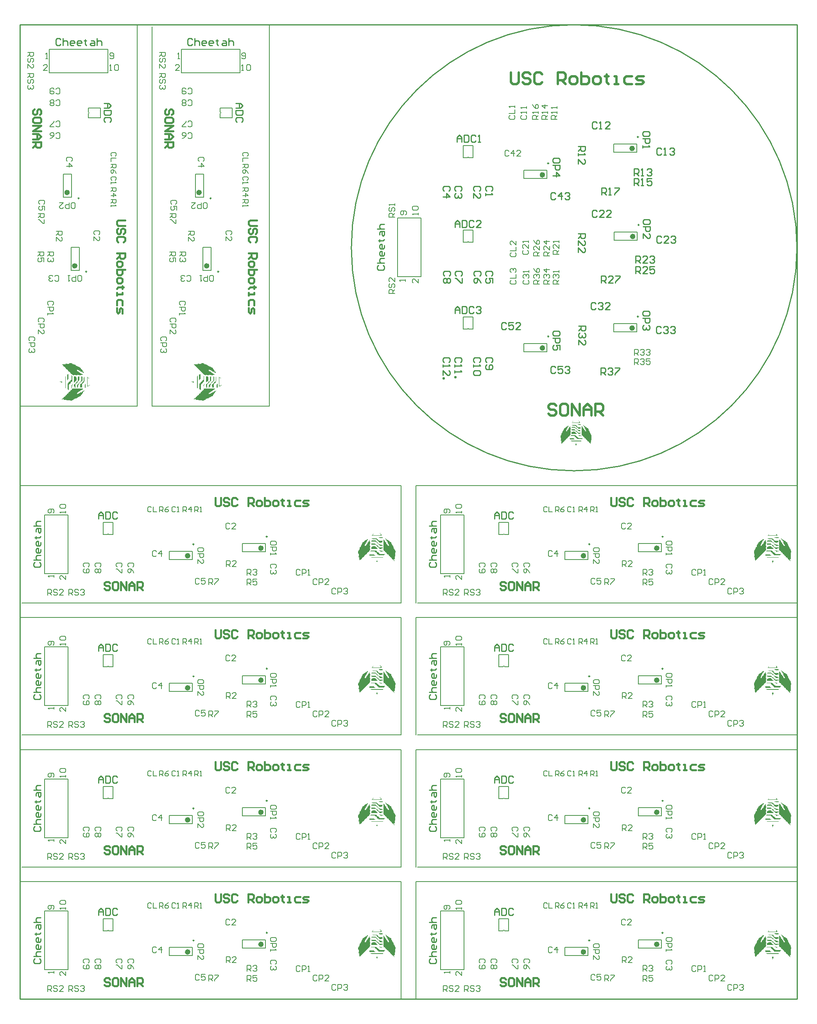
<source format=gto>
%FSLAX25Y25*%
%MOIN*%
G70*
G01*
G75*
G04 Layer_Color=65535*
%ADD10R,0.03543X0.04331*%
%ADD11R,0.04331X0.03543*%
%ADD12R,0.03543X0.03937*%
%ADD13R,0.04724X0.05512*%
%ADD14R,0.04016X0.01614*%
%ADD15R,0.05512X0.04724*%
%ADD16R,0.05512X0.04921*%
%ADD17R,0.04921X0.05512*%
%ADD18O,0.02362X0.08661*%
%ADD19C,0.01000*%
%ADD20O,0.08661X0.02362*%
%ADD21R,0.05512X0.04921*%
%ADD22R,0.05512X0.04724*%
%ADD23R,0.01614X0.04016*%
%ADD24R,0.03937X0.03543*%
%ADD25R,0.04331X0.03543*%
%ADD26C,0.05906*%
%ADD27R,0.05906X0.05906*%
%ADD28R,0.05906X0.05906*%
%ADD29C,0.06000*%
%ADD30C,0.05000*%
%ADD31C,0.10787*%
%ADD32R,0.05906X0.05906*%
%ADD33C,0.10000*%
%ADD34R,0.04724X0.04724*%
%ADD35R,0.04724X0.04724*%
%ADD36C,0.00787*%
%ADD37C,0.00984*%
%ADD38C,0.02362*%
%ADD39C,0.00800*%
%ADD40C,0.01500*%
%ADD41C,0.02000*%
G36*
X303791Y44222D02*
X304078D01*
Y43935D01*
X304365D01*
Y43648D01*
X304652D01*
Y43360D01*
X305227D01*
Y43073D01*
Y42786D01*
X305801D01*
Y42499D01*
X306088D01*
Y42212D01*
X306375D01*
Y41925D01*
X306663D01*
Y41637D01*
X311257D01*
Y41350D01*
X310970D01*
Y41063D01*
X310683D01*
Y40776D01*
Y40489D01*
X305514D01*
Y40776D01*
Y41063D01*
X305227D01*
Y41350D01*
X304652D01*
Y41637D01*
X304365D01*
Y41925D01*
X304078D01*
Y42212D01*
Y42499D01*
X303791D01*
Y42786D01*
X303217D01*
Y43073D01*
X302929D01*
Y43360D01*
X302642D01*
Y43648D01*
Y43935D01*
X298622D01*
Y44222D01*
X299196D01*
Y44509D01*
X303791D01*
Y44222D01*
D02*
G37*
G36*
X306663Y44509D02*
X308098D01*
Y44222D01*
X309534D01*
Y43935D01*
Y43648D01*
X309247D01*
Y43935D01*
X308098D01*
Y43648D01*
Y43360D01*
X307811D01*
Y43648D01*
X307524D01*
Y43935D01*
X307237D01*
Y44222D01*
X306663D01*
Y44509D01*
X306088D01*
Y44796D01*
X306663D01*
Y44509D01*
D02*
G37*
G36*
X302929Y47955D02*
X303217D01*
Y47668D01*
X303504D01*
Y47381D01*
X303791D01*
Y47093D01*
X304078D01*
Y46806D01*
X304365D01*
Y46519D01*
X304652D01*
Y46232D01*
X304940D01*
Y45945D01*
X299483D01*
Y46232D01*
Y46519D01*
Y46806D01*
Y47093D01*
Y47381D01*
Y47668D01*
X300345D01*
Y47955D01*
X300632D01*
Y48242D01*
X302929D01*
Y47955D01*
D02*
G37*
G36*
X302068Y41063D02*
Y40776D01*
X302355D01*
Y40489D01*
X302929D01*
Y40202D01*
X298047D01*
Y40489D01*
Y40776D01*
Y41063D01*
X297760D01*
Y41350D01*
X302068D01*
Y41063D01*
D02*
G37*
G36*
X304940Y35607D02*
X304652D01*
Y35320D01*
X304940D01*
Y35032D01*
Y34745D01*
X304365D01*
Y34458D01*
Y34171D01*
Y33884D01*
X304078D01*
Y34171D01*
Y34458D01*
Y34745D01*
X303791D01*
Y35032D01*
Y35320D01*
Y35607D01*
Y35894D01*
X304940D01*
Y35607D01*
D02*
G37*
G36*
X296612Y53986D02*
Y53698D01*
X296324D01*
Y53411D01*
Y53124D01*
X295750D01*
Y52837D01*
Y52550D01*
X295463D01*
Y52263D01*
Y51975D01*
Y51688D01*
X295176D01*
Y51401D01*
Y51114D01*
X294601D01*
Y50827D01*
X294889D01*
Y50539D01*
Y50252D01*
X294314D01*
Y49965D01*
Y49678D01*
Y49391D01*
X294027D01*
Y49104D01*
Y48816D01*
Y48529D01*
X294889D01*
Y48816D01*
X295176D01*
Y49104D01*
Y49391D01*
Y49678D01*
X295463D01*
Y49965D01*
X295750D01*
Y50252D01*
X296324D01*
Y50539D01*
Y50827D01*
Y51114D01*
X296612D01*
Y51401D01*
X296899D01*
Y51688D01*
Y51975D01*
X297186D01*
Y52263D01*
Y52550D01*
X297760D01*
Y52837D01*
Y53124D01*
X298047D01*
Y53411D01*
X298335D01*
Y53124D01*
Y52837D01*
Y52550D01*
Y52263D01*
Y51975D01*
X298622D01*
Y51688D01*
Y51401D01*
Y51114D01*
Y50827D01*
Y50539D01*
Y50252D01*
X298335D01*
Y49965D01*
Y49678D01*
X298622D01*
Y49391D01*
X298335D01*
Y49104D01*
Y48816D01*
Y48529D01*
X298622D01*
Y48242D01*
Y47955D01*
Y47668D01*
Y47381D01*
Y47093D01*
X298335D01*
Y46806D01*
Y46519D01*
Y46232D01*
X298622D01*
Y45945D01*
Y45658D01*
Y45371D01*
X298335D01*
Y45083D01*
Y44796D01*
Y44509D01*
X298047D01*
Y44222D01*
X297760D01*
Y43935D01*
X297473D01*
Y43648D01*
X297186D01*
Y43360D01*
X296899D01*
Y43073D01*
X296612D01*
Y42786D01*
X296324D01*
Y42499D01*
X296037D01*
Y42212D01*
X295750D01*
Y41925D01*
X295463D01*
Y41637D01*
X295176D01*
Y41350D01*
X294889D01*
Y41063D01*
X294601D01*
Y40776D01*
X294314D01*
Y40489D01*
X294027D01*
Y40202D01*
X293740D01*
Y39914D01*
X293453D01*
Y39627D01*
X293166D01*
Y39340D01*
X292879D01*
Y39053D01*
X292591D01*
Y38766D01*
X292304D01*
Y38478D01*
X292017D01*
Y38191D01*
X291730D01*
Y37904D01*
X291443D01*
Y37617D01*
X291156D01*
Y37330D01*
X290868D01*
Y37043D01*
X290581D01*
Y36755D01*
X290294D01*
Y36468D01*
X290007D01*
Y36181D01*
X289720D01*
Y35894D01*
X289433D01*
Y36181D01*
Y36468D01*
Y36755D01*
X289145D01*
Y37043D01*
Y37330D01*
Y37617D01*
Y37904D01*
Y38191D01*
Y38478D01*
Y38766D01*
Y39053D01*
X288571D01*
Y39340D01*
Y39627D01*
X288858D01*
Y39914D01*
Y40202D01*
Y40489D01*
Y40776D01*
Y41063D01*
Y41350D01*
Y41637D01*
Y41925D01*
X288284D01*
Y42212D01*
Y42499D01*
Y42786D01*
Y43073D01*
Y43360D01*
Y43648D01*
Y43935D01*
Y44222D01*
X288858D01*
Y44509D01*
X288571D01*
Y44796D01*
X289145D01*
Y45083D01*
Y45371D01*
Y45658D01*
X289433D01*
Y45945D01*
Y46232D01*
X289720D01*
Y46519D01*
Y46806D01*
Y47093D01*
X290294D01*
Y47381D01*
X290007D01*
Y47668D01*
X290581D01*
Y47955D01*
Y48242D01*
Y48529D01*
X290868D01*
Y48816D01*
Y49104D01*
X291156D01*
Y49391D01*
Y49678D01*
Y49965D01*
X291730D01*
Y50252D01*
X291443D01*
Y50539D01*
X292017D01*
Y50827D01*
Y51114D01*
Y51401D01*
X292304D01*
Y51688D01*
X292591D01*
Y51975D01*
X293166D01*
Y52263D01*
X293453D01*
Y52550D01*
X293740D01*
Y52837D01*
X294314D01*
Y53124D01*
X294601D01*
Y53411D01*
X295463D01*
Y53698D01*
Y53986D01*
X295750D01*
Y54273D01*
X296612D01*
Y53986D01*
D02*
G37*
G36*
X309534Y38766D02*
Y38478D01*
X299483D01*
Y38766D01*
X298909D01*
Y39053D01*
X309534D01*
Y38766D01*
D02*
G37*
G36*
X302642Y50252D02*
X303217D01*
Y49965D01*
X303504D01*
Y49678D01*
X303791D01*
Y49391D01*
Y49104D01*
X304652D01*
Y48816D01*
X304940D01*
Y48529D01*
X305227D01*
Y48242D01*
X305514D01*
Y47955D01*
Y47668D01*
X306088D01*
Y47381D01*
X306375D01*
Y47093D01*
X309247D01*
Y46806D01*
Y46519D01*
X308385D01*
Y46232D01*
X308098D01*
Y45945D01*
X306663D01*
Y46232D01*
X306375D01*
Y46519D01*
X306088D01*
Y46806D01*
X305801D01*
Y47093D01*
X305514D01*
Y47381D01*
X305227D01*
Y47668D01*
X304940D01*
Y47955D01*
X304652D01*
Y48242D01*
X304078D01*
Y48529D01*
X303791D01*
Y48816D01*
Y49104D01*
X303504D01*
Y49391D01*
X300345D01*
Y49678D01*
X299483D01*
Y49965D01*
Y50252D01*
Y50539D01*
X302642D01*
Y50252D01*
D02*
G37*
G36*
X307811Y58293D02*
X308098D01*
Y58006D01*
Y57719D01*
Y57432D01*
X308385D01*
Y57144D01*
X300058D01*
Y57432D01*
X300632D01*
Y57719D01*
Y58006D01*
Y58293D01*
X300919D01*
Y58006D01*
Y57719D01*
Y57432D01*
X307237D01*
Y57719D01*
X307524D01*
Y58006D01*
Y58293D01*
X307237D01*
Y58580D01*
X307811D01*
Y58293D01*
D02*
G37*
G36*
X301206Y58580D02*
Y58293D01*
X300919D01*
Y58580D01*
Y58867D01*
X301206D01*
Y58580D01*
D02*
G37*
G36*
X307237Y59155D02*
Y58867D01*
X306950D01*
Y59155D01*
Y59442D01*
X307237D01*
Y59155D01*
D02*
G37*
G36*
X309247Y55709D02*
X308960D01*
Y55421D01*
X309247D01*
Y55134D01*
X306663D01*
Y55421D01*
X306088D01*
Y55709D01*
X305801D01*
Y55996D01*
X309247D01*
Y55709D01*
D02*
G37*
G36*
X303217Y52837D02*
X303504D01*
Y52550D01*
X303791D01*
Y52263D01*
Y51975D01*
X304078D01*
Y51688D01*
X304652D01*
Y51401D01*
X304940D01*
Y51114D01*
X305227D01*
Y50827D01*
Y50539D01*
X305514D01*
Y50252D01*
X306375D01*
Y49965D01*
X306950D01*
Y49678D01*
X308385D01*
Y49391D01*
Y49104D01*
X308960D01*
Y48816D01*
X309247D01*
Y48529D01*
X306950D01*
Y48816D01*
X306663D01*
Y49104D01*
X306375D01*
Y49391D01*
X306088D01*
Y49678D01*
X305801D01*
Y49965D01*
X305514D01*
Y50252D01*
X305227D01*
Y50539D01*
X304940D01*
Y50827D01*
X304652D01*
Y51114D01*
X304078D01*
Y51401D01*
X303791D01*
Y51688D01*
X303504D01*
Y51975D01*
X303217D01*
Y52263D01*
X299483D01*
Y52550D01*
Y52837D01*
X300058D01*
Y53124D01*
X303217D01*
Y52837D01*
D02*
G37*
G36*
X311831Y54560D02*
X312119D01*
Y54273D01*
X312693D01*
Y53986D01*
X312980D01*
Y53698D01*
X313267D01*
Y53411D01*
X313842D01*
Y53124D01*
X314129D01*
Y52837D01*
X314990D01*
Y52550D01*
X315278D01*
Y52263D01*
Y51975D01*
X316139D01*
Y51688D01*
X316426D01*
Y51401D01*
X316713D01*
Y51114D01*
Y50827D01*
Y50539D01*
X317001D01*
Y50252D01*
Y49965D01*
X317288D01*
Y49678D01*
Y49391D01*
Y49104D01*
X317862D01*
Y48816D01*
X317575D01*
Y48529D01*
X318149D01*
Y48242D01*
Y47955D01*
Y47668D01*
X318436D01*
Y47381D01*
Y47093D01*
X318724D01*
Y46806D01*
Y46519D01*
Y46232D01*
X319298D01*
Y45945D01*
X319011D01*
Y45658D01*
X319585D01*
Y45371D01*
Y45083D01*
Y44796D01*
X319872D01*
Y44509D01*
Y44222D01*
X320159D01*
Y43935D01*
Y43648D01*
Y43360D01*
Y43073D01*
Y42786D01*
X319872D01*
Y42499D01*
Y42212D01*
Y41925D01*
Y41637D01*
Y41350D01*
Y41063D01*
Y40776D01*
Y40489D01*
Y40202D01*
Y39914D01*
Y39627D01*
X319585D01*
Y39340D01*
Y39053D01*
Y38766D01*
Y38478D01*
Y38191D01*
Y37904D01*
Y37617D01*
Y37330D01*
X319011D01*
Y37043D01*
Y36755D01*
Y36468D01*
Y36181D01*
X319298D01*
Y35894D01*
Y35607D01*
X319011D01*
Y35894D01*
X318724D01*
Y36181D01*
X318436D01*
Y36468D01*
Y36755D01*
X318149D01*
Y37043D01*
X317575D01*
Y37330D01*
X317288D01*
Y37617D01*
X317001D01*
Y37904D01*
Y38191D01*
X316713D01*
Y38478D01*
X316139D01*
Y38766D01*
X315852D01*
Y39053D01*
X315565D01*
Y39340D01*
Y39627D01*
X315278D01*
Y39914D01*
X314703D01*
Y40202D01*
X314416D01*
Y40489D01*
X314129D01*
Y40776D01*
Y41063D01*
X313842D01*
Y41350D01*
X313267D01*
Y41637D01*
X312980D01*
Y41925D01*
X312693D01*
Y42212D01*
Y42499D01*
X312406D01*
Y42786D01*
X311831D01*
Y43073D01*
X311544D01*
Y43360D01*
X311257D01*
Y43648D01*
Y43935D01*
X310970D01*
Y44222D01*
X310396D01*
Y44509D01*
X310108D01*
Y44796D01*
X309821D01*
Y45083D01*
Y45371D01*
Y45658D01*
Y45945D01*
Y46232D01*
Y46519D01*
Y46806D01*
Y47093D01*
Y47381D01*
Y47668D01*
Y47955D01*
Y48242D01*
Y48529D01*
Y48816D01*
Y49104D01*
Y49391D01*
Y49678D01*
Y49965D01*
Y50252D01*
Y50539D01*
Y50827D01*
Y51114D01*
Y51401D01*
Y51688D01*
Y51975D01*
Y52263D01*
Y52550D01*
Y52837D01*
Y53124D01*
Y53411D01*
Y53698D01*
Y53986D01*
X310108D01*
Y53698D01*
X310396D01*
Y53411D01*
X310683D01*
Y53124D01*
X310970D01*
Y52837D01*
Y52550D01*
X311257D01*
Y52263D01*
Y51975D01*
X311544D01*
Y51688D01*
Y51401D01*
X312119D01*
Y51114D01*
X312406D01*
Y50827D01*
Y50539D01*
Y50252D01*
X312693D01*
Y49965D01*
X312980D01*
Y49678D01*
X313267D01*
Y49391D01*
X313555D01*
Y49104D01*
X313267D01*
Y48816D01*
X313842D01*
Y48529D01*
X314703D01*
Y48816D01*
Y49104D01*
X314416D01*
Y49391D01*
X314129D01*
Y49678D01*
Y49965D01*
Y50252D01*
X313842D01*
Y50539D01*
X313555D01*
Y50827D01*
Y51114D01*
Y51401D01*
X312980D01*
Y51688D01*
X313267D01*
Y51975D01*
Y52263D01*
Y52550D01*
X312693D01*
Y52837D01*
Y53124D01*
X312406D01*
Y53411D01*
Y53698D01*
Y53986D01*
X311831D01*
Y54273D01*
X311544D01*
Y54560D01*
Y54847D01*
X311831D01*
Y54560D01*
D02*
G37*
G36*
X304078D02*
X304652D01*
Y54273D01*
X304940D01*
Y53986D01*
X305227D01*
Y53698D01*
Y53411D01*
X305514D01*
Y53124D01*
X306088D01*
Y52837D01*
X309247D01*
Y52550D01*
X308960D01*
Y52263D01*
Y51975D01*
Y51688D01*
X309247D01*
Y51401D01*
X308098D01*
Y51114D01*
X306663D01*
Y51401D01*
X306375D01*
Y51688D01*
X305801D01*
Y51975D01*
Y52263D01*
X305514D01*
Y52550D01*
X305227D01*
Y52837D01*
X304940D01*
Y53124D01*
X304365D01*
Y53411D01*
Y53698D01*
X304078D01*
Y53986D01*
X303791D01*
Y54273D01*
X300632D01*
Y54560D01*
X300058D01*
Y54847D01*
X304078D01*
Y54560D01*
D02*
G37*
G36*
X44222Y526209D02*
Y525922D01*
X43935D01*
Y525635D01*
X43648D01*
Y525348D01*
X43360D01*
Y524773D01*
X43073D01*
X42786D01*
Y524199D01*
X42499D01*
Y523912D01*
X42212D01*
Y523625D01*
X41925D01*
Y523338D01*
X41637D01*
Y518743D01*
X41350D01*
Y519030D01*
X41063D01*
Y519317D01*
X40776D01*
X40489D01*
Y524486D01*
X40776D01*
X41063D01*
Y524773D01*
X41350D01*
Y525348D01*
X41637D01*
Y525635D01*
X41925D01*
Y525922D01*
X42212D01*
X42499D01*
Y526209D01*
X42786D01*
Y526784D01*
X43073D01*
Y527071D01*
X43360D01*
Y527358D01*
X43648D01*
X43935D01*
Y531378D01*
X44222D01*
Y530804D01*
X44509D01*
Y526209D01*
X44222D01*
D02*
G37*
G36*
X44509Y523338D02*
Y521902D01*
X44222D01*
Y520466D01*
X43935D01*
X43648D01*
Y520753D01*
X43935D01*
Y521902D01*
X43648D01*
X43360D01*
Y522189D01*
X43648D01*
Y522476D01*
X43935D01*
Y522763D01*
X44222D01*
Y523338D01*
X44509D01*
Y523912D01*
X44796D01*
Y523338D01*
X44509D01*
D02*
G37*
G36*
X47955Y527071D02*
Y526784D01*
X47668D01*
Y526496D01*
X47381D01*
Y526209D01*
X47093D01*
Y525922D01*
X46806D01*
Y525635D01*
X46519D01*
Y525348D01*
X46232D01*
Y525061D01*
X45945D01*
Y530517D01*
X46232D01*
X46519D01*
X46806D01*
X47093D01*
X47381D01*
X47668D01*
Y529655D01*
X47955D01*
Y529368D01*
X48242D01*
Y527071D01*
X47955D01*
D02*
G37*
G36*
X41063Y527932D02*
X40776D01*
Y527645D01*
X40489D01*
Y527071D01*
X40202D01*
Y531952D01*
X40489D01*
X40776D01*
X41063D01*
Y532240D01*
X41350D01*
Y527932D01*
X41063D01*
D02*
G37*
G36*
X35607Y525061D02*
Y525348D01*
X35320D01*
Y525061D01*
X35032D01*
X34745D01*
Y525635D01*
X34458D01*
X34171D01*
X33884D01*
Y525922D01*
X34171D01*
X34458D01*
X34745D01*
Y526209D01*
X35032D01*
X35320D01*
X35607D01*
X35894D01*
Y525061D01*
X35607D01*
D02*
G37*
G36*
X53986Y533388D02*
X53698D01*
Y533675D01*
X53411D01*
X53124D01*
Y534250D01*
X52837D01*
X52550D01*
Y534537D01*
X52263D01*
X51975D01*
X51688D01*
Y534824D01*
X51401D01*
X51114D01*
Y535398D01*
X50827D01*
Y535111D01*
X50539D01*
X50252D01*
Y535686D01*
X49965D01*
X49678D01*
X49391D01*
Y535973D01*
X49104D01*
X48816D01*
X48529D01*
Y535111D01*
X48816D01*
Y534824D01*
X49104D01*
X49391D01*
X49678D01*
Y534537D01*
X49965D01*
Y534250D01*
X50252D01*
Y533675D01*
X50539D01*
X50827D01*
X51114D01*
Y533388D01*
X51401D01*
Y533101D01*
X51688D01*
X51975D01*
Y532814D01*
X52263D01*
X52550D01*
Y532240D01*
X52837D01*
X53124D01*
Y531952D01*
X53411D01*
Y531665D01*
X53124D01*
X52837D01*
X52550D01*
X52263D01*
X51975D01*
Y531378D01*
X51688D01*
X51401D01*
X51114D01*
X50827D01*
X50539D01*
X50252D01*
Y531665D01*
X49965D01*
X49678D01*
Y531378D01*
X49391D01*
Y531665D01*
X49104D01*
X48816D01*
X48529D01*
Y531378D01*
X48242D01*
X47955D01*
X47668D01*
X47381D01*
X47093D01*
Y531665D01*
X46806D01*
X46519D01*
X46232D01*
Y531378D01*
X45945D01*
X45658D01*
X45371D01*
Y531665D01*
X45083D01*
X44796D01*
X44509D01*
Y531952D01*
X44222D01*
Y532240D01*
X43935D01*
Y532527D01*
X43648D01*
Y532814D01*
X43360D01*
Y533101D01*
X43073D01*
Y533388D01*
X42786D01*
Y533675D01*
X42499D01*
Y533963D01*
X42212D01*
Y534250D01*
X41925D01*
Y534537D01*
X41637D01*
Y534824D01*
X41350D01*
Y535111D01*
X41063D01*
Y535398D01*
X40776D01*
Y535686D01*
X40489D01*
Y535973D01*
X40202D01*
Y536260D01*
X39914D01*
Y536547D01*
X39627D01*
Y536834D01*
X39340D01*
Y537121D01*
X39053D01*
Y537409D01*
X38766D01*
Y537696D01*
X38478D01*
Y537983D01*
X38191D01*
Y538270D01*
X37904D01*
Y538557D01*
X37617D01*
Y538844D01*
X37330D01*
Y539132D01*
X37043D01*
Y539419D01*
X36755D01*
Y539706D01*
X36468D01*
Y539993D01*
X36181D01*
Y540280D01*
X35894D01*
Y540567D01*
X36181D01*
X36468D01*
X36755D01*
Y540855D01*
X37043D01*
X37330D01*
X37617D01*
X37904D01*
X38191D01*
X38478D01*
X38766D01*
X39053D01*
Y541429D01*
X39340D01*
X39627D01*
Y541142D01*
X39914D01*
X40202D01*
X40489D01*
X40776D01*
X41063D01*
X41350D01*
X41637D01*
X41925D01*
Y541716D01*
X42212D01*
X42499D01*
X42786D01*
X43073D01*
X43360D01*
X43648D01*
X43935D01*
X44222D01*
Y541142D01*
X44509D01*
Y541429D01*
X44796D01*
Y540855D01*
X45083D01*
X45371D01*
X45658D01*
Y540567D01*
X45945D01*
X46232D01*
Y540280D01*
X46519D01*
X46806D01*
X47093D01*
Y539706D01*
X47381D01*
Y539993D01*
X47668D01*
Y539419D01*
X47955D01*
X48242D01*
X48529D01*
Y539132D01*
X48816D01*
X49104D01*
Y538844D01*
X49391D01*
X49678D01*
X49965D01*
Y538270D01*
X50252D01*
Y538557D01*
X50539D01*
Y537983D01*
X50827D01*
X51114D01*
X51401D01*
Y537696D01*
X51688D01*
Y537409D01*
X51975D01*
Y536834D01*
X52263D01*
Y536547D01*
X52550D01*
Y536260D01*
X52837D01*
Y535686D01*
X53124D01*
Y535398D01*
X53411D01*
Y534537D01*
X53698D01*
X53986D01*
Y534250D01*
X54273D01*
Y533388D01*
X53986D01*
D02*
G37*
G36*
X38766Y520466D02*
X38478D01*
Y530517D01*
X38766D01*
Y531091D01*
X39053D01*
Y520466D01*
X38766D01*
D02*
G37*
G36*
X50252Y527358D02*
Y526784D01*
X49965D01*
Y526496D01*
X49678D01*
Y526209D01*
X49391D01*
X49104D01*
Y525348D01*
X48816D01*
Y525061D01*
X48529D01*
Y524773D01*
X48242D01*
Y524486D01*
X47955D01*
X47668D01*
Y523912D01*
X47381D01*
Y523625D01*
X47093D01*
Y520753D01*
X46806D01*
X46519D01*
Y521615D01*
X46232D01*
Y521902D01*
X45945D01*
Y523338D01*
X46232D01*
Y523625D01*
X46519D01*
Y523912D01*
X46806D01*
Y524199D01*
X47093D01*
Y524486D01*
X47381D01*
Y524773D01*
X47668D01*
Y525061D01*
X47955D01*
Y525348D01*
X48242D01*
Y525922D01*
X48529D01*
Y526209D01*
X48816D01*
X49104D01*
Y526496D01*
X49391D01*
Y529655D01*
X49678D01*
Y530517D01*
X49965D01*
X50252D01*
X50539D01*
Y527358D01*
X50252D01*
D02*
G37*
G36*
X58293Y522189D02*
Y521902D01*
X58006D01*
X57719D01*
X57432D01*
Y521615D01*
X57144D01*
Y529942D01*
X57432D01*
Y529368D01*
X57719D01*
X58006D01*
X58293D01*
Y529081D01*
X58006D01*
X57719D01*
X57432D01*
Y522763D01*
X57719D01*
Y522476D01*
X58006D01*
X58293D01*
Y522763D01*
X58580D01*
Y522189D01*
X58293D01*
D02*
G37*
G36*
X58580Y528794D02*
X58293D01*
Y529081D01*
X58580D01*
X58867D01*
Y528794D01*
X58580D01*
D02*
G37*
G36*
X59155Y522763D02*
X58867D01*
Y523050D01*
X59155D01*
X59442D01*
Y522763D01*
X59155D01*
D02*
G37*
G36*
X55709Y520753D02*
Y521040D01*
X55421D01*
Y520753D01*
X55134D01*
Y523338D01*
X55421D01*
Y523912D01*
X55709D01*
Y524199D01*
X55996D01*
Y520753D01*
X55709D01*
D02*
G37*
G36*
X52837Y526784D02*
Y526496D01*
X52550D01*
Y526209D01*
X52263D01*
X51975D01*
Y525922D01*
X51688D01*
Y525348D01*
X51401D01*
Y525061D01*
X51114D01*
Y524773D01*
X50827D01*
X50539D01*
Y524486D01*
X50252D01*
Y523625D01*
X49965D01*
Y523050D01*
X49678D01*
Y521615D01*
X49391D01*
X49104D01*
Y521040D01*
X48816D01*
Y520753D01*
X48529D01*
Y523050D01*
X48816D01*
Y523338D01*
X49104D01*
Y523625D01*
X49391D01*
Y523912D01*
X49678D01*
Y524199D01*
X49965D01*
Y524486D01*
X50252D01*
Y524773D01*
X50539D01*
Y525061D01*
X50827D01*
Y525348D01*
X51114D01*
Y525922D01*
X51401D01*
Y526209D01*
X51688D01*
Y526496D01*
X51975D01*
Y526784D01*
X52263D01*
Y530517D01*
X52550D01*
X52837D01*
Y529942D01*
X53124D01*
Y526784D01*
X52837D01*
D02*
G37*
G36*
X54560Y518168D02*
Y517881D01*
X54273D01*
Y517307D01*
X53986D01*
Y517020D01*
X53698D01*
Y516733D01*
X53411D01*
Y516158D01*
X53124D01*
Y515871D01*
X52837D01*
Y515010D01*
X52550D01*
Y514722D01*
X52263D01*
X51975D01*
Y513861D01*
X51688D01*
Y513574D01*
X51401D01*
Y513287D01*
X51114D01*
X50827D01*
X50539D01*
Y512999D01*
X50252D01*
X49965D01*
Y512712D01*
X49678D01*
X49391D01*
X49104D01*
Y512138D01*
X48816D01*
Y512425D01*
X48529D01*
Y511851D01*
X48242D01*
X47955D01*
X47668D01*
Y511564D01*
X47381D01*
X47093D01*
Y511276D01*
X46806D01*
X46519D01*
X46232D01*
Y510702D01*
X45945D01*
Y510989D01*
X45658D01*
Y510415D01*
X45371D01*
X45083D01*
X44796D01*
Y510128D01*
X44509D01*
X44222D01*
Y509841D01*
X43935D01*
X43648D01*
X43360D01*
X43073D01*
X42786D01*
Y510128D01*
X42499D01*
X42212D01*
X41925D01*
X41637D01*
X41350D01*
X41063D01*
X40776D01*
X40489D01*
X40202D01*
X39914D01*
X39627D01*
Y510415D01*
X39340D01*
X39053D01*
X38766D01*
X38478D01*
X38191D01*
X37904D01*
X37617D01*
X37330D01*
Y510989D01*
X37043D01*
X36755D01*
X36468D01*
X36181D01*
Y510702D01*
X35894D01*
X35607D01*
Y510989D01*
X35894D01*
Y511276D01*
X36181D01*
Y511564D01*
X36468D01*
X36755D01*
Y511851D01*
X37043D01*
Y512425D01*
X37330D01*
Y512712D01*
X37617D01*
Y512999D01*
X37904D01*
X38191D01*
Y513287D01*
X38478D01*
Y513861D01*
X38766D01*
Y514148D01*
X39053D01*
Y514435D01*
X39340D01*
X39627D01*
Y514722D01*
X39914D01*
Y515297D01*
X40202D01*
Y515584D01*
X40489D01*
Y515871D01*
X40776D01*
X41063D01*
Y516158D01*
X41350D01*
Y516733D01*
X41637D01*
Y517020D01*
X41925D01*
Y517307D01*
X42212D01*
X42499D01*
Y517594D01*
X42786D01*
Y518168D01*
X43073D01*
Y518456D01*
X43360D01*
Y518743D01*
X43648D01*
X43935D01*
Y519030D01*
X44222D01*
Y519604D01*
X44509D01*
Y519892D01*
X44796D01*
Y520179D01*
X45083D01*
X45371D01*
X45658D01*
X45945D01*
X46232D01*
X46519D01*
X46806D01*
X47093D01*
X47381D01*
X47668D01*
X47955D01*
X48242D01*
X48529D01*
X48816D01*
X49104D01*
X49391D01*
X49678D01*
X49965D01*
X50252D01*
X50539D01*
X50827D01*
X51114D01*
X51401D01*
X51688D01*
X51975D01*
X52263D01*
X52550D01*
X52837D01*
X53124D01*
X53411D01*
X53698D01*
X53986D01*
Y519892D01*
X53698D01*
Y519604D01*
X53411D01*
Y519317D01*
X53124D01*
Y519030D01*
X52837D01*
X52550D01*
Y518743D01*
X52263D01*
X51975D01*
Y518456D01*
X51688D01*
X51401D01*
Y517881D01*
X51114D01*
Y517594D01*
X50827D01*
X50539D01*
X50252D01*
Y517307D01*
X49965D01*
Y517020D01*
X49678D01*
Y516733D01*
X49391D01*
Y516445D01*
X49104D01*
Y516733D01*
X48816D01*
Y516158D01*
X48529D01*
Y515297D01*
X48816D01*
X49104D01*
Y515584D01*
X49391D01*
Y515871D01*
X49678D01*
X49965D01*
X50252D01*
Y516158D01*
X50539D01*
Y516445D01*
X50827D01*
X51114D01*
X51401D01*
Y517020D01*
X51688D01*
Y516733D01*
X51975D01*
X52263D01*
X52550D01*
Y517307D01*
X52837D01*
X53124D01*
Y517594D01*
X53411D01*
X53698D01*
X53986D01*
Y518168D01*
X54273D01*
Y518456D01*
X54560D01*
X54847D01*
Y518168D01*
X54560D01*
D02*
G37*
G36*
Y525922D02*
Y525348D01*
X54273D01*
Y525061D01*
X53986D01*
Y524773D01*
X53698D01*
X53411D01*
Y524486D01*
X53124D01*
Y523912D01*
X52837D01*
Y520753D01*
X52550D01*
Y521040D01*
X52263D01*
X51975D01*
X51688D01*
Y520753D01*
X51401D01*
Y521902D01*
X51114D01*
Y523338D01*
X51401D01*
Y523625D01*
X51688D01*
Y524199D01*
X51975D01*
X52263D01*
Y524486D01*
X52550D01*
Y524773D01*
X52837D01*
Y525061D01*
X53124D01*
Y525635D01*
X53411D01*
X53698D01*
Y525922D01*
X53986D01*
Y526209D01*
X54273D01*
Y529368D01*
X54560D01*
Y529942D01*
X54847D01*
Y525922D01*
X54560D01*
D02*
G37*
G36*
X156722Y526209D02*
Y525922D01*
X156435D01*
Y525635D01*
X156148D01*
Y525348D01*
X155860D01*
Y524773D01*
X155573D01*
X155286D01*
Y524199D01*
X154999D01*
Y523912D01*
X154712D01*
Y523625D01*
X154425D01*
Y523338D01*
X154137D01*
Y518743D01*
X153850D01*
Y519030D01*
X153563D01*
Y519317D01*
X153276D01*
X152989D01*
Y524486D01*
X153276D01*
X153563D01*
Y524773D01*
X153850D01*
Y525348D01*
X154137D01*
Y525635D01*
X154425D01*
Y525922D01*
X154712D01*
X154999D01*
Y526209D01*
X155286D01*
Y526784D01*
X155573D01*
Y527071D01*
X155860D01*
Y527358D01*
X156148D01*
X156435D01*
Y531378D01*
X156722D01*
Y530804D01*
X157009D01*
Y526209D01*
X156722D01*
D02*
G37*
G36*
X157009Y523338D02*
Y521902D01*
X156722D01*
Y520466D01*
X156435D01*
X156148D01*
Y520753D01*
X156435D01*
Y521902D01*
X156148D01*
X155860D01*
Y522189D01*
X156148D01*
Y522476D01*
X156435D01*
Y522763D01*
X156722D01*
Y523338D01*
X157009D01*
Y523912D01*
X157296D01*
Y523338D01*
X157009D01*
D02*
G37*
G36*
X160455Y527071D02*
Y526784D01*
X160168D01*
Y526496D01*
X159881D01*
Y526209D01*
X159593D01*
Y525922D01*
X159306D01*
Y525635D01*
X159019D01*
Y525348D01*
X158732D01*
Y525061D01*
X158445D01*
Y530517D01*
X158732D01*
X159019D01*
X159306D01*
X159593D01*
X159881D01*
X160168D01*
Y529655D01*
X160455D01*
Y529368D01*
X160742D01*
Y527071D01*
X160455D01*
D02*
G37*
G36*
X153563Y527932D02*
X153276D01*
Y527645D01*
X152989D01*
Y527071D01*
X152701D01*
Y531952D01*
X152989D01*
X153276D01*
X153563D01*
Y532240D01*
X153850D01*
Y527932D01*
X153563D01*
D02*
G37*
G36*
X148107Y525061D02*
Y525348D01*
X147820D01*
Y525061D01*
X147532D01*
X147245D01*
Y525635D01*
X146958D01*
X146671D01*
X146384D01*
Y525922D01*
X146671D01*
X146958D01*
X147245D01*
Y526209D01*
X147532D01*
X147820D01*
X148107D01*
X148394D01*
Y525061D01*
X148107D01*
D02*
G37*
G36*
X166486Y533388D02*
X166198D01*
Y533675D01*
X165911D01*
X165624D01*
Y534250D01*
X165337D01*
X165050D01*
Y534537D01*
X164763D01*
X164475D01*
X164188D01*
Y534824D01*
X163901D01*
X163614D01*
Y535398D01*
X163327D01*
Y535111D01*
X163040D01*
X162752D01*
Y535686D01*
X162465D01*
X162178D01*
X161891D01*
Y535973D01*
X161604D01*
X161317D01*
X161029D01*
Y535111D01*
X161317D01*
Y534824D01*
X161604D01*
X161891D01*
X162178D01*
Y534537D01*
X162465D01*
Y534250D01*
X162752D01*
Y533675D01*
X163040D01*
X163327D01*
X163614D01*
Y533388D01*
X163901D01*
Y533101D01*
X164188D01*
X164475D01*
Y532814D01*
X164763D01*
X165050D01*
Y532240D01*
X165337D01*
X165624D01*
Y531952D01*
X165911D01*
Y531665D01*
X165624D01*
X165337D01*
X165050D01*
X164763D01*
X164475D01*
Y531378D01*
X164188D01*
X163901D01*
X163614D01*
X163327D01*
X163040D01*
X162752D01*
Y531665D01*
X162465D01*
X162178D01*
Y531378D01*
X161891D01*
Y531665D01*
X161604D01*
X161317D01*
X161029D01*
Y531378D01*
X160742D01*
X160455D01*
X160168D01*
X159881D01*
X159593D01*
Y531665D01*
X159306D01*
X159019D01*
X158732D01*
Y531378D01*
X158445D01*
X158158D01*
X157870D01*
Y531665D01*
X157583D01*
X157296D01*
X157009D01*
Y531952D01*
X156722D01*
Y532240D01*
X156435D01*
Y532527D01*
X156148D01*
Y532814D01*
X155860D01*
Y533101D01*
X155573D01*
Y533388D01*
X155286D01*
Y533675D01*
X154999D01*
Y533963D01*
X154712D01*
Y534250D01*
X154425D01*
Y534537D01*
X154137D01*
Y534824D01*
X153850D01*
Y535111D01*
X153563D01*
Y535398D01*
X153276D01*
Y535686D01*
X152989D01*
Y535973D01*
X152701D01*
Y536260D01*
X152414D01*
Y536547D01*
X152127D01*
Y536834D01*
X151840D01*
Y537121D01*
X151553D01*
Y537409D01*
X151266D01*
Y537696D01*
X150979D01*
Y537983D01*
X150691D01*
Y538270D01*
X150404D01*
Y538557D01*
X150117D01*
Y538844D01*
X149830D01*
Y539132D01*
X149543D01*
Y539419D01*
X149256D01*
Y539706D01*
X148968D01*
Y539993D01*
X148681D01*
Y540280D01*
X148394D01*
Y540567D01*
X148681D01*
X148968D01*
X149256D01*
Y540855D01*
X149543D01*
X149830D01*
X150117D01*
X150404D01*
X150691D01*
X150979D01*
X151266D01*
X151553D01*
Y541429D01*
X151840D01*
X152127D01*
Y541142D01*
X152414D01*
X152701D01*
X152989D01*
X153276D01*
X153563D01*
X153850D01*
X154137D01*
X154425D01*
Y541716D01*
X154712D01*
X154999D01*
X155286D01*
X155573D01*
X155860D01*
X156148D01*
X156435D01*
X156722D01*
Y541142D01*
X157009D01*
Y541429D01*
X157296D01*
Y540855D01*
X157583D01*
X157870D01*
X158158D01*
Y540567D01*
X158445D01*
X158732D01*
Y540280D01*
X159019D01*
X159306D01*
X159593D01*
Y539706D01*
X159881D01*
Y539993D01*
X160168D01*
Y539419D01*
X160455D01*
X160742D01*
X161029D01*
Y539132D01*
X161317D01*
X161604D01*
Y538844D01*
X161891D01*
X162178D01*
X162465D01*
Y538270D01*
X162752D01*
Y538557D01*
X163040D01*
Y537983D01*
X163327D01*
X163614D01*
X163901D01*
Y537696D01*
X164188D01*
Y537409D01*
X164475D01*
Y536834D01*
X164763D01*
Y536547D01*
X165050D01*
Y536260D01*
X165337D01*
Y535686D01*
X165624D01*
Y535398D01*
X165911D01*
Y534537D01*
X166198D01*
X166486D01*
Y534250D01*
X166773D01*
Y533388D01*
X166486D01*
D02*
G37*
G36*
X151266Y520466D02*
X150979D01*
Y530517D01*
X151266D01*
Y531091D01*
X151553D01*
Y520466D01*
X151266D01*
D02*
G37*
G36*
X162752Y527358D02*
Y526784D01*
X162465D01*
Y526496D01*
X162178D01*
Y526209D01*
X161891D01*
X161604D01*
Y525348D01*
X161317D01*
Y525061D01*
X161029D01*
Y524773D01*
X160742D01*
Y524486D01*
X160455D01*
X160168D01*
Y523912D01*
X159881D01*
Y523625D01*
X159593D01*
Y520753D01*
X159306D01*
X159019D01*
Y521615D01*
X158732D01*
Y521902D01*
X158445D01*
Y523338D01*
X158732D01*
Y523625D01*
X159019D01*
Y523912D01*
X159306D01*
Y524199D01*
X159593D01*
Y524486D01*
X159881D01*
Y524773D01*
X160168D01*
Y525061D01*
X160455D01*
Y525348D01*
X160742D01*
Y525922D01*
X161029D01*
Y526209D01*
X161317D01*
X161604D01*
Y526496D01*
X161891D01*
Y529655D01*
X162178D01*
Y530517D01*
X162465D01*
X162752D01*
X163040D01*
Y527358D01*
X162752D01*
D02*
G37*
G36*
X170793Y522189D02*
Y521902D01*
X170506D01*
X170219D01*
X169931D01*
Y521615D01*
X169644D01*
Y529942D01*
X169931D01*
Y529368D01*
X170219D01*
X170506D01*
X170793D01*
Y529081D01*
X170506D01*
X170219D01*
X169931D01*
Y522763D01*
X170219D01*
Y522476D01*
X170506D01*
X170793D01*
Y522763D01*
X171080D01*
Y522189D01*
X170793D01*
D02*
G37*
G36*
X171080Y528794D02*
X170793D01*
Y529081D01*
X171080D01*
X171367D01*
Y528794D01*
X171080D01*
D02*
G37*
G36*
X171655Y522763D02*
X171367D01*
Y523050D01*
X171655D01*
X171942D01*
Y522763D01*
X171655D01*
D02*
G37*
G36*
X168209Y520753D02*
Y521040D01*
X167921D01*
Y520753D01*
X167634D01*
Y523338D01*
X167921D01*
Y523912D01*
X168209D01*
Y524199D01*
X168496D01*
Y520753D01*
X168209D01*
D02*
G37*
G36*
X165337Y526784D02*
Y526496D01*
X165050D01*
Y526209D01*
X164763D01*
X164475D01*
Y525922D01*
X164188D01*
Y525348D01*
X163901D01*
Y525061D01*
X163614D01*
Y524773D01*
X163327D01*
X163040D01*
Y524486D01*
X162752D01*
Y523625D01*
X162465D01*
Y523050D01*
X162178D01*
Y521615D01*
X161891D01*
X161604D01*
Y521040D01*
X161317D01*
Y520753D01*
X161029D01*
Y523050D01*
X161317D01*
Y523338D01*
X161604D01*
Y523625D01*
X161891D01*
Y523912D01*
X162178D01*
Y524199D01*
X162465D01*
Y524486D01*
X162752D01*
Y524773D01*
X163040D01*
Y525061D01*
X163327D01*
Y525348D01*
X163614D01*
Y525922D01*
X163901D01*
Y526209D01*
X164188D01*
Y526496D01*
X164475D01*
Y526784D01*
X164763D01*
Y530517D01*
X165050D01*
X165337D01*
Y529942D01*
X165624D01*
Y526784D01*
X165337D01*
D02*
G37*
G36*
X167060Y518168D02*
Y517881D01*
X166773D01*
Y517307D01*
X166486D01*
Y517020D01*
X166198D01*
Y516733D01*
X165911D01*
Y516158D01*
X165624D01*
Y515871D01*
X165337D01*
Y515010D01*
X165050D01*
Y514722D01*
X164763D01*
X164475D01*
Y513861D01*
X164188D01*
Y513574D01*
X163901D01*
Y513287D01*
X163614D01*
X163327D01*
X163040D01*
Y512999D01*
X162752D01*
X162465D01*
Y512712D01*
X162178D01*
X161891D01*
X161604D01*
Y512138D01*
X161317D01*
Y512425D01*
X161029D01*
Y511851D01*
X160742D01*
X160455D01*
X160168D01*
Y511564D01*
X159881D01*
X159593D01*
Y511276D01*
X159306D01*
X159019D01*
X158732D01*
Y510702D01*
X158445D01*
Y510989D01*
X158158D01*
Y510415D01*
X157870D01*
X157583D01*
X157296D01*
Y510128D01*
X157009D01*
X156722D01*
Y509841D01*
X156435D01*
X156148D01*
X155860D01*
X155573D01*
X155286D01*
Y510128D01*
X154999D01*
X154712D01*
X154425D01*
X154137D01*
X153850D01*
X153563D01*
X153276D01*
X152989D01*
X152701D01*
X152414D01*
X152127D01*
Y510415D01*
X151840D01*
X151553D01*
X151266D01*
X150979D01*
X150691D01*
X150404D01*
X150117D01*
X149830D01*
Y510989D01*
X149543D01*
X149256D01*
X148968D01*
X148681D01*
Y510702D01*
X148394D01*
X148107D01*
Y510989D01*
X148394D01*
Y511276D01*
X148681D01*
Y511564D01*
X148968D01*
X149256D01*
Y511851D01*
X149543D01*
Y512425D01*
X149830D01*
Y512712D01*
X150117D01*
Y512999D01*
X150404D01*
X150691D01*
Y513287D01*
X150979D01*
Y513861D01*
X151266D01*
Y514148D01*
X151553D01*
Y514435D01*
X151840D01*
X152127D01*
Y514722D01*
X152414D01*
Y515297D01*
X152701D01*
Y515584D01*
X152989D01*
Y515871D01*
X153276D01*
X153563D01*
Y516158D01*
X153850D01*
Y516733D01*
X154137D01*
Y517020D01*
X154425D01*
Y517307D01*
X154712D01*
X154999D01*
Y517594D01*
X155286D01*
Y518168D01*
X155573D01*
Y518456D01*
X155860D01*
Y518743D01*
X156148D01*
X156435D01*
Y519030D01*
X156722D01*
Y519604D01*
X157009D01*
Y519892D01*
X157296D01*
Y520179D01*
X157583D01*
X157870D01*
X158158D01*
X158445D01*
X158732D01*
X159019D01*
X159306D01*
X159593D01*
X159881D01*
X160168D01*
X160455D01*
X160742D01*
X161029D01*
X161317D01*
X161604D01*
X161891D01*
X162178D01*
X162465D01*
X162752D01*
X163040D01*
X163327D01*
X163614D01*
X163901D01*
X164188D01*
X164475D01*
X164763D01*
X165050D01*
X165337D01*
X165624D01*
X165911D01*
X166198D01*
X166486D01*
Y519892D01*
X166198D01*
Y519604D01*
X165911D01*
Y519317D01*
X165624D01*
Y519030D01*
X165337D01*
X165050D01*
Y518743D01*
X164763D01*
X164475D01*
Y518456D01*
X164188D01*
X163901D01*
Y517881D01*
X163614D01*
Y517594D01*
X163327D01*
X163040D01*
X162752D01*
Y517307D01*
X162465D01*
Y517020D01*
X162178D01*
Y516733D01*
X161891D01*
Y516445D01*
X161604D01*
Y516733D01*
X161317D01*
Y516158D01*
X161029D01*
Y515297D01*
X161317D01*
X161604D01*
Y515584D01*
X161891D01*
Y515871D01*
X162178D01*
X162465D01*
X162752D01*
Y516158D01*
X163040D01*
Y516445D01*
X163327D01*
X163614D01*
X163901D01*
Y517020D01*
X164188D01*
Y516733D01*
X164475D01*
X164763D01*
X165050D01*
Y517307D01*
X165337D01*
X165624D01*
Y517594D01*
X165911D01*
X166198D01*
X166486D01*
Y518168D01*
X166773D01*
Y518456D01*
X167060D01*
X167347D01*
Y518168D01*
X167060D01*
D02*
G37*
G36*
Y525922D02*
Y525348D01*
X166773D01*
Y525061D01*
X166486D01*
Y524773D01*
X166198D01*
X165911D01*
Y524486D01*
X165624D01*
Y523912D01*
X165337D01*
Y520753D01*
X165050D01*
Y521040D01*
X164763D01*
X164475D01*
X164188D01*
Y520753D01*
X163901D01*
Y521902D01*
X163614D01*
Y523338D01*
X163901D01*
Y523625D01*
X164188D01*
Y524199D01*
X164475D01*
X164763D01*
Y524486D01*
X165050D01*
Y524773D01*
X165337D01*
Y525061D01*
X165624D01*
Y525635D01*
X165911D01*
X166198D01*
Y525922D01*
X166486D01*
Y526209D01*
X166773D01*
Y529368D01*
X167060D01*
Y529942D01*
X167347D01*
Y525922D01*
X167060D01*
D02*
G37*
G36*
X303791Y381722D02*
X304078D01*
Y381435D01*
X304365D01*
Y381148D01*
X304652D01*
Y380860D01*
X305227D01*
Y380573D01*
Y380286D01*
X305801D01*
Y379999D01*
X306088D01*
Y379712D01*
X306375D01*
Y379425D01*
X306663D01*
Y379137D01*
X311257D01*
Y378850D01*
X310970D01*
Y378563D01*
X310683D01*
Y378276D01*
Y377989D01*
X305514D01*
Y378276D01*
Y378563D01*
X305227D01*
Y378850D01*
X304652D01*
Y379137D01*
X304365D01*
Y379425D01*
X304078D01*
Y379712D01*
Y379999D01*
X303791D01*
Y380286D01*
X303217D01*
Y380573D01*
X302929D01*
Y380860D01*
X302642D01*
Y381148D01*
Y381435D01*
X298622D01*
Y381722D01*
X299196D01*
Y382009D01*
X303791D01*
Y381722D01*
D02*
G37*
G36*
X306663Y382009D02*
X308098D01*
Y381722D01*
X309534D01*
Y381435D01*
Y381148D01*
X309247D01*
Y381435D01*
X308098D01*
Y381148D01*
Y380860D01*
X307811D01*
Y381148D01*
X307524D01*
Y381435D01*
X307237D01*
Y381722D01*
X306663D01*
Y382009D01*
X306088D01*
Y382296D01*
X306663D01*
Y382009D01*
D02*
G37*
G36*
X302929Y385455D02*
X303217D01*
Y385168D01*
X303504D01*
Y384881D01*
X303791D01*
Y384594D01*
X304078D01*
Y384306D01*
X304365D01*
Y384019D01*
X304652D01*
Y383732D01*
X304940D01*
Y383445D01*
X299483D01*
Y383732D01*
Y384019D01*
Y384306D01*
Y384594D01*
Y384881D01*
Y385168D01*
X300345D01*
Y385455D01*
X300632D01*
Y385742D01*
X302929D01*
Y385455D01*
D02*
G37*
G36*
X302068Y378563D02*
Y378276D01*
X302355D01*
Y377989D01*
X302929D01*
Y377701D01*
X298047D01*
Y377989D01*
Y378276D01*
Y378563D01*
X297760D01*
Y378850D01*
X302068D01*
Y378563D01*
D02*
G37*
G36*
X304940Y373107D02*
X304652D01*
Y372820D01*
X304940D01*
Y372533D01*
Y372245D01*
X304365D01*
Y371958D01*
Y371671D01*
Y371384D01*
X304078D01*
Y371671D01*
Y371958D01*
Y372245D01*
X303791D01*
Y372533D01*
Y372820D01*
Y373107D01*
Y373394D01*
X304940D01*
Y373107D01*
D02*
G37*
G36*
X296612Y391486D02*
Y391198D01*
X296324D01*
Y390911D01*
Y390624D01*
X295750D01*
Y390337D01*
Y390050D01*
X295463D01*
Y389763D01*
Y389475D01*
Y389188D01*
X295176D01*
Y388901D01*
Y388614D01*
X294601D01*
Y388327D01*
X294889D01*
Y388039D01*
Y387752D01*
X294314D01*
Y387465D01*
Y387178D01*
Y386891D01*
X294027D01*
Y386604D01*
Y386316D01*
Y386029D01*
X294889D01*
Y386316D01*
X295176D01*
Y386604D01*
Y386891D01*
Y387178D01*
X295463D01*
Y387465D01*
X295750D01*
Y387752D01*
X296324D01*
Y388039D01*
Y388327D01*
Y388614D01*
X296612D01*
Y388901D01*
X296899D01*
Y389188D01*
Y389475D01*
X297186D01*
Y389763D01*
Y390050D01*
X297760D01*
Y390337D01*
Y390624D01*
X298047D01*
Y390911D01*
X298335D01*
Y390624D01*
Y390337D01*
Y390050D01*
Y389763D01*
Y389475D01*
X298622D01*
Y389188D01*
Y388901D01*
Y388614D01*
Y388327D01*
Y388039D01*
Y387752D01*
X298335D01*
Y387465D01*
Y387178D01*
X298622D01*
Y386891D01*
X298335D01*
Y386604D01*
Y386316D01*
Y386029D01*
X298622D01*
Y385742D01*
Y385455D01*
Y385168D01*
Y384881D01*
Y384594D01*
X298335D01*
Y384306D01*
Y384019D01*
Y383732D01*
X298622D01*
Y383445D01*
Y383158D01*
Y382871D01*
X298335D01*
Y382583D01*
Y382296D01*
Y382009D01*
X298047D01*
Y381722D01*
X297760D01*
Y381435D01*
X297473D01*
Y381148D01*
X297186D01*
Y380860D01*
X296899D01*
Y380573D01*
X296612D01*
Y380286D01*
X296324D01*
Y379999D01*
X296037D01*
Y379712D01*
X295750D01*
Y379425D01*
X295463D01*
Y379137D01*
X295176D01*
Y378850D01*
X294889D01*
Y378563D01*
X294601D01*
Y378276D01*
X294314D01*
Y377989D01*
X294027D01*
Y377701D01*
X293740D01*
Y377414D01*
X293453D01*
Y377127D01*
X293166D01*
Y376840D01*
X292879D01*
Y376553D01*
X292591D01*
Y376266D01*
X292304D01*
Y375978D01*
X292017D01*
Y375691D01*
X291730D01*
Y375404D01*
X291443D01*
Y375117D01*
X291156D01*
Y374830D01*
X290868D01*
Y374543D01*
X290581D01*
Y374255D01*
X290294D01*
Y373968D01*
X290007D01*
Y373681D01*
X289720D01*
Y373394D01*
X289433D01*
Y373681D01*
Y373968D01*
Y374255D01*
X289145D01*
Y374543D01*
Y374830D01*
Y375117D01*
Y375404D01*
Y375691D01*
Y375978D01*
Y376266D01*
Y376553D01*
X288571D01*
Y376840D01*
Y377127D01*
X288858D01*
Y377414D01*
Y377701D01*
Y377989D01*
Y378276D01*
Y378563D01*
Y378850D01*
Y379137D01*
Y379425D01*
X288284D01*
Y379712D01*
Y379999D01*
Y380286D01*
Y380573D01*
Y380860D01*
Y381148D01*
Y381435D01*
Y381722D01*
X288858D01*
Y382009D01*
X288571D01*
Y382296D01*
X289145D01*
Y382583D01*
Y382871D01*
Y383158D01*
X289433D01*
Y383445D01*
Y383732D01*
X289720D01*
Y384019D01*
Y384306D01*
Y384594D01*
X290294D01*
Y384881D01*
X290007D01*
Y385168D01*
X290581D01*
Y385455D01*
Y385742D01*
Y386029D01*
X290868D01*
Y386316D01*
Y386604D01*
X291156D01*
Y386891D01*
Y387178D01*
Y387465D01*
X291730D01*
Y387752D01*
X291443D01*
Y388039D01*
X292017D01*
Y388327D01*
Y388614D01*
Y388901D01*
X292304D01*
Y389188D01*
X292591D01*
Y389475D01*
X293166D01*
Y389763D01*
X293453D01*
Y390050D01*
X293740D01*
Y390337D01*
X294314D01*
Y390624D01*
X294601D01*
Y390911D01*
X295463D01*
Y391198D01*
Y391486D01*
X295750D01*
Y391773D01*
X296612D01*
Y391486D01*
D02*
G37*
G36*
X309534Y376266D02*
Y375978D01*
X299483D01*
Y376266D01*
X298909D01*
Y376553D01*
X309534D01*
Y376266D01*
D02*
G37*
G36*
X302642Y387752D02*
X303217D01*
Y387465D01*
X303504D01*
Y387178D01*
X303791D01*
Y386891D01*
Y386604D01*
X304652D01*
Y386316D01*
X304940D01*
Y386029D01*
X305227D01*
Y385742D01*
X305514D01*
Y385455D01*
Y385168D01*
X306088D01*
Y384881D01*
X306375D01*
Y384594D01*
X309247D01*
Y384306D01*
Y384019D01*
X308385D01*
Y383732D01*
X308098D01*
Y383445D01*
X306663D01*
Y383732D01*
X306375D01*
Y384019D01*
X306088D01*
Y384306D01*
X305801D01*
Y384594D01*
X305514D01*
Y384881D01*
X305227D01*
Y385168D01*
X304940D01*
Y385455D01*
X304652D01*
Y385742D01*
X304078D01*
Y386029D01*
X303791D01*
Y386316D01*
Y386604D01*
X303504D01*
Y386891D01*
X300345D01*
Y387178D01*
X299483D01*
Y387465D01*
Y387752D01*
Y388039D01*
X302642D01*
Y387752D01*
D02*
G37*
G36*
X307811Y395793D02*
X308098D01*
Y395506D01*
Y395219D01*
Y394932D01*
X308385D01*
Y394644D01*
X300058D01*
Y394932D01*
X300632D01*
Y395219D01*
Y395506D01*
Y395793D01*
X300919D01*
Y395506D01*
Y395219D01*
Y394932D01*
X307237D01*
Y395219D01*
X307524D01*
Y395506D01*
Y395793D01*
X307237D01*
Y396080D01*
X307811D01*
Y395793D01*
D02*
G37*
G36*
X301206Y396080D02*
Y395793D01*
X300919D01*
Y396080D01*
Y396367D01*
X301206D01*
Y396080D01*
D02*
G37*
G36*
X307237Y396655D02*
Y396367D01*
X306950D01*
Y396655D01*
Y396942D01*
X307237D01*
Y396655D01*
D02*
G37*
G36*
X309247Y393209D02*
X308960D01*
Y392921D01*
X309247D01*
Y392634D01*
X306663D01*
Y392921D01*
X306088D01*
Y393209D01*
X305801D01*
Y393496D01*
X309247D01*
Y393209D01*
D02*
G37*
G36*
X303217Y390337D02*
X303504D01*
Y390050D01*
X303791D01*
Y389763D01*
Y389475D01*
X304078D01*
Y389188D01*
X304652D01*
Y388901D01*
X304940D01*
Y388614D01*
X305227D01*
Y388327D01*
Y388039D01*
X305514D01*
Y387752D01*
X306375D01*
Y387465D01*
X306950D01*
Y387178D01*
X308385D01*
Y386891D01*
Y386604D01*
X308960D01*
Y386316D01*
X309247D01*
Y386029D01*
X306950D01*
Y386316D01*
X306663D01*
Y386604D01*
X306375D01*
Y386891D01*
X306088D01*
Y387178D01*
X305801D01*
Y387465D01*
X305514D01*
Y387752D01*
X305227D01*
Y388039D01*
X304940D01*
Y388327D01*
X304652D01*
Y388614D01*
X304078D01*
Y388901D01*
X303791D01*
Y389188D01*
X303504D01*
Y389475D01*
X303217D01*
Y389763D01*
X299483D01*
Y390050D01*
Y390337D01*
X300058D01*
Y390624D01*
X303217D01*
Y390337D01*
D02*
G37*
G36*
X311831Y392060D02*
X312119D01*
Y391773D01*
X312693D01*
Y391486D01*
X312980D01*
Y391198D01*
X313267D01*
Y390911D01*
X313842D01*
Y390624D01*
X314129D01*
Y390337D01*
X314990D01*
Y390050D01*
X315278D01*
Y389763D01*
Y389475D01*
X316139D01*
Y389188D01*
X316426D01*
Y388901D01*
X316713D01*
Y388614D01*
Y388327D01*
Y388039D01*
X317001D01*
Y387752D01*
Y387465D01*
X317288D01*
Y387178D01*
Y386891D01*
Y386604D01*
X317862D01*
Y386316D01*
X317575D01*
Y386029D01*
X318149D01*
Y385742D01*
Y385455D01*
Y385168D01*
X318436D01*
Y384881D01*
Y384594D01*
X318724D01*
Y384306D01*
Y384019D01*
Y383732D01*
X319298D01*
Y383445D01*
X319011D01*
Y383158D01*
X319585D01*
Y382871D01*
Y382583D01*
Y382296D01*
X319872D01*
Y382009D01*
Y381722D01*
X320159D01*
Y381435D01*
Y381148D01*
Y380860D01*
Y380573D01*
Y380286D01*
X319872D01*
Y379999D01*
Y379712D01*
Y379425D01*
Y379137D01*
Y378850D01*
Y378563D01*
Y378276D01*
Y377989D01*
Y377701D01*
Y377414D01*
Y377127D01*
X319585D01*
Y376840D01*
Y376553D01*
Y376266D01*
Y375978D01*
Y375691D01*
Y375404D01*
Y375117D01*
Y374830D01*
X319011D01*
Y374543D01*
Y374255D01*
Y373968D01*
Y373681D01*
X319298D01*
Y373394D01*
Y373107D01*
X319011D01*
Y373394D01*
X318724D01*
Y373681D01*
X318436D01*
Y373968D01*
Y374255D01*
X318149D01*
Y374543D01*
X317575D01*
Y374830D01*
X317288D01*
Y375117D01*
X317001D01*
Y375404D01*
Y375691D01*
X316713D01*
Y375978D01*
X316139D01*
Y376266D01*
X315852D01*
Y376553D01*
X315565D01*
Y376840D01*
Y377127D01*
X315278D01*
Y377414D01*
X314703D01*
Y377701D01*
X314416D01*
Y377989D01*
X314129D01*
Y378276D01*
Y378563D01*
X313842D01*
Y378850D01*
X313267D01*
Y379137D01*
X312980D01*
Y379425D01*
X312693D01*
Y379712D01*
Y379999D01*
X312406D01*
Y380286D01*
X311831D01*
Y380573D01*
X311544D01*
Y380860D01*
X311257D01*
Y381148D01*
Y381435D01*
X310970D01*
Y381722D01*
X310396D01*
Y382009D01*
X310108D01*
Y382296D01*
X309821D01*
Y382583D01*
Y382871D01*
Y383158D01*
Y383445D01*
Y383732D01*
Y384019D01*
Y384306D01*
Y384594D01*
Y384881D01*
Y385168D01*
Y385455D01*
Y385742D01*
Y386029D01*
Y386316D01*
Y386604D01*
Y386891D01*
Y387178D01*
Y387465D01*
Y387752D01*
Y388039D01*
Y388327D01*
Y388614D01*
Y388901D01*
Y389188D01*
Y389475D01*
Y389763D01*
Y390050D01*
Y390337D01*
Y390624D01*
Y390911D01*
Y391198D01*
Y391486D01*
X310108D01*
Y391198D01*
X310396D01*
Y390911D01*
X310683D01*
Y390624D01*
X310970D01*
Y390337D01*
Y390050D01*
X311257D01*
Y389763D01*
Y389475D01*
X311544D01*
Y389188D01*
Y388901D01*
X312119D01*
Y388614D01*
X312406D01*
Y388327D01*
Y388039D01*
Y387752D01*
X312693D01*
Y387465D01*
X312980D01*
Y387178D01*
X313267D01*
Y386891D01*
X313555D01*
Y386604D01*
X313267D01*
Y386316D01*
X313842D01*
Y386029D01*
X314703D01*
Y386316D01*
Y386604D01*
X314416D01*
Y386891D01*
X314129D01*
Y387178D01*
Y387465D01*
Y387752D01*
X313842D01*
Y388039D01*
X313555D01*
Y388327D01*
Y388614D01*
Y388901D01*
X312980D01*
Y389188D01*
X313267D01*
Y389475D01*
Y389763D01*
Y390050D01*
X312693D01*
Y390337D01*
Y390624D01*
X312406D01*
Y390911D01*
Y391198D01*
Y391486D01*
X311831D01*
Y391773D01*
X311544D01*
Y392060D01*
Y392347D01*
X311831D01*
Y392060D01*
D02*
G37*
G36*
X304078D02*
X304652D01*
Y391773D01*
X304940D01*
Y391486D01*
X305227D01*
Y391198D01*
Y390911D01*
X305514D01*
Y390624D01*
X306088D01*
Y390337D01*
X309247D01*
Y390050D01*
X308960D01*
Y389763D01*
Y389475D01*
Y389188D01*
X309247D01*
Y388901D01*
X308098D01*
Y388614D01*
X306663D01*
Y388901D01*
X306375D01*
Y389188D01*
X305801D01*
Y389475D01*
Y389763D01*
X305514D01*
Y390050D01*
X305227D01*
Y390337D01*
X304940D01*
Y390624D01*
X304365D01*
Y390911D01*
Y391198D01*
X304078D01*
Y391486D01*
X303791D01*
Y391773D01*
X300632D01*
Y392060D01*
X300058D01*
Y392347D01*
X304078D01*
Y392060D01*
D02*
G37*
G36*
X641291Y381722D02*
X641578D01*
Y381435D01*
X641865D01*
Y381148D01*
X642152D01*
Y380860D01*
X642727D01*
Y380573D01*
Y380286D01*
X643301D01*
Y379999D01*
X643588D01*
Y379712D01*
X643875D01*
Y379425D01*
X644163D01*
Y379137D01*
X648757D01*
Y378850D01*
X648470D01*
Y378563D01*
X648183D01*
Y378276D01*
Y377989D01*
X643014D01*
Y378276D01*
Y378563D01*
X642727D01*
Y378850D01*
X642152D01*
Y379137D01*
X641865D01*
Y379425D01*
X641578D01*
Y379712D01*
Y379999D01*
X641291D01*
Y380286D01*
X640717D01*
Y380573D01*
X640429D01*
Y380860D01*
X640142D01*
Y381148D01*
Y381435D01*
X636122D01*
Y381722D01*
X636696D01*
Y382009D01*
X641291D01*
Y381722D01*
D02*
G37*
G36*
X644163Y382009D02*
X645598D01*
Y381722D01*
X647034D01*
Y381435D01*
Y381148D01*
X646747D01*
Y381435D01*
X645598D01*
Y381148D01*
Y380860D01*
X645311D01*
Y381148D01*
X645024D01*
Y381435D01*
X644737D01*
Y381722D01*
X644163D01*
Y382009D01*
X643588D01*
Y382296D01*
X644163D01*
Y382009D01*
D02*
G37*
G36*
X640429Y385455D02*
X640717D01*
Y385168D01*
X641004D01*
Y384881D01*
X641291D01*
Y384594D01*
X641578D01*
Y384306D01*
X641865D01*
Y384019D01*
X642152D01*
Y383732D01*
X642440D01*
Y383445D01*
X636983D01*
Y383732D01*
Y384019D01*
Y384306D01*
Y384594D01*
Y384881D01*
Y385168D01*
X637845D01*
Y385455D01*
X638132D01*
Y385742D01*
X640429D01*
Y385455D01*
D02*
G37*
G36*
X639568Y378563D02*
Y378276D01*
X639855D01*
Y377989D01*
X640429D01*
Y377701D01*
X635547D01*
Y377989D01*
Y378276D01*
Y378563D01*
X635260D01*
Y378850D01*
X639568D01*
Y378563D01*
D02*
G37*
G36*
X642440Y373107D02*
X642152D01*
Y372820D01*
X642440D01*
Y372533D01*
Y372245D01*
X641865D01*
Y371958D01*
Y371671D01*
Y371384D01*
X641578D01*
Y371671D01*
Y371958D01*
Y372245D01*
X641291D01*
Y372533D01*
Y372820D01*
Y373107D01*
Y373394D01*
X642440D01*
Y373107D01*
D02*
G37*
G36*
X634112Y391486D02*
Y391198D01*
X633824D01*
Y390911D01*
Y390624D01*
X633250D01*
Y390337D01*
Y390050D01*
X632963D01*
Y389763D01*
Y389475D01*
Y389188D01*
X632676D01*
Y388901D01*
Y388614D01*
X632101D01*
Y388327D01*
X632389D01*
Y388039D01*
Y387752D01*
X631814D01*
Y387465D01*
Y387178D01*
Y386891D01*
X631527D01*
Y386604D01*
Y386316D01*
Y386029D01*
X632389D01*
Y386316D01*
X632676D01*
Y386604D01*
Y386891D01*
Y387178D01*
X632963D01*
Y387465D01*
X633250D01*
Y387752D01*
X633824D01*
Y388039D01*
Y388327D01*
Y388614D01*
X634112D01*
Y388901D01*
X634399D01*
Y389188D01*
Y389475D01*
X634686D01*
Y389763D01*
Y390050D01*
X635260D01*
Y390337D01*
Y390624D01*
X635547D01*
Y390911D01*
X635835D01*
Y390624D01*
Y390337D01*
Y390050D01*
Y389763D01*
Y389475D01*
X636122D01*
Y389188D01*
Y388901D01*
Y388614D01*
Y388327D01*
Y388039D01*
Y387752D01*
X635835D01*
Y387465D01*
Y387178D01*
X636122D01*
Y386891D01*
X635835D01*
Y386604D01*
Y386316D01*
Y386029D01*
X636122D01*
Y385742D01*
Y385455D01*
Y385168D01*
Y384881D01*
Y384594D01*
X635835D01*
Y384306D01*
Y384019D01*
Y383732D01*
X636122D01*
Y383445D01*
Y383158D01*
Y382871D01*
X635835D01*
Y382583D01*
Y382296D01*
Y382009D01*
X635547D01*
Y381722D01*
X635260D01*
Y381435D01*
X634973D01*
Y381148D01*
X634686D01*
Y380860D01*
X634399D01*
Y380573D01*
X634112D01*
Y380286D01*
X633824D01*
Y379999D01*
X633537D01*
Y379712D01*
X633250D01*
Y379425D01*
X632963D01*
Y379137D01*
X632676D01*
Y378850D01*
X632389D01*
Y378563D01*
X632101D01*
Y378276D01*
X631814D01*
Y377989D01*
X631527D01*
Y377701D01*
X631240D01*
Y377414D01*
X630953D01*
Y377127D01*
X630666D01*
Y376840D01*
X630378D01*
Y376553D01*
X630091D01*
Y376266D01*
X629804D01*
Y375978D01*
X629517D01*
Y375691D01*
X629230D01*
Y375404D01*
X628943D01*
Y375117D01*
X628655D01*
Y374830D01*
X628368D01*
Y374543D01*
X628081D01*
Y374255D01*
X627794D01*
Y373968D01*
X627507D01*
Y373681D01*
X627220D01*
Y373394D01*
X626932D01*
Y373681D01*
Y373968D01*
Y374255D01*
X626645D01*
Y374543D01*
Y374830D01*
Y375117D01*
Y375404D01*
Y375691D01*
Y375978D01*
Y376266D01*
Y376553D01*
X626071D01*
Y376840D01*
Y377127D01*
X626358D01*
Y377414D01*
Y377701D01*
Y377989D01*
Y378276D01*
Y378563D01*
Y378850D01*
Y379137D01*
Y379425D01*
X625784D01*
Y379712D01*
Y379999D01*
Y380286D01*
Y380573D01*
Y380860D01*
Y381148D01*
Y381435D01*
Y381722D01*
X626358D01*
Y382009D01*
X626071D01*
Y382296D01*
X626645D01*
Y382583D01*
Y382871D01*
Y383158D01*
X626932D01*
Y383445D01*
Y383732D01*
X627220D01*
Y384019D01*
Y384306D01*
Y384594D01*
X627794D01*
Y384881D01*
X627507D01*
Y385168D01*
X628081D01*
Y385455D01*
Y385742D01*
Y386029D01*
X628368D01*
Y386316D01*
Y386604D01*
X628655D01*
Y386891D01*
Y387178D01*
Y387465D01*
X629230D01*
Y387752D01*
X628943D01*
Y388039D01*
X629517D01*
Y388327D01*
Y388614D01*
Y388901D01*
X629804D01*
Y389188D01*
X630091D01*
Y389475D01*
X630666D01*
Y389763D01*
X630953D01*
Y390050D01*
X631240D01*
Y390337D01*
X631814D01*
Y390624D01*
X632101D01*
Y390911D01*
X632963D01*
Y391198D01*
Y391486D01*
X633250D01*
Y391773D01*
X634112D01*
Y391486D01*
D02*
G37*
G36*
X647034Y376266D02*
Y375978D01*
X636983D01*
Y376266D01*
X636409D01*
Y376553D01*
X647034D01*
Y376266D01*
D02*
G37*
G36*
X640142Y387752D02*
X640717D01*
Y387465D01*
X641004D01*
Y387178D01*
X641291D01*
Y386891D01*
Y386604D01*
X642152D01*
Y386316D01*
X642440D01*
Y386029D01*
X642727D01*
Y385742D01*
X643014D01*
Y385455D01*
Y385168D01*
X643588D01*
Y384881D01*
X643875D01*
Y384594D01*
X646747D01*
Y384306D01*
Y384019D01*
X645886D01*
Y383732D01*
X645598D01*
Y383445D01*
X644163D01*
Y383732D01*
X643875D01*
Y384019D01*
X643588D01*
Y384306D01*
X643301D01*
Y384594D01*
X643014D01*
Y384881D01*
X642727D01*
Y385168D01*
X642440D01*
Y385455D01*
X642152D01*
Y385742D01*
X641578D01*
Y386029D01*
X641291D01*
Y386316D01*
Y386604D01*
X641004D01*
Y386891D01*
X637845D01*
Y387178D01*
X636983D01*
Y387465D01*
Y387752D01*
Y388039D01*
X640142D01*
Y387752D01*
D02*
G37*
G36*
X645311Y395793D02*
X645598D01*
Y395506D01*
Y395219D01*
Y394932D01*
X645886D01*
Y394644D01*
X637558D01*
Y394932D01*
X638132D01*
Y395219D01*
Y395506D01*
Y395793D01*
X638419D01*
Y395506D01*
Y395219D01*
Y394932D01*
X644737D01*
Y395219D01*
X645024D01*
Y395506D01*
Y395793D01*
X644737D01*
Y396080D01*
X645311D01*
Y395793D01*
D02*
G37*
G36*
X638706Y396080D02*
Y395793D01*
X638419D01*
Y396080D01*
Y396367D01*
X638706D01*
Y396080D01*
D02*
G37*
G36*
X644737Y396655D02*
Y396367D01*
X644450D01*
Y396655D01*
Y396942D01*
X644737D01*
Y396655D01*
D02*
G37*
G36*
X646747Y393209D02*
X646460D01*
Y392921D01*
X646747D01*
Y392634D01*
X644163D01*
Y392921D01*
X643588D01*
Y393209D01*
X643301D01*
Y393496D01*
X646747D01*
Y393209D01*
D02*
G37*
G36*
X640717Y390337D02*
X641004D01*
Y390050D01*
X641291D01*
Y389763D01*
Y389475D01*
X641578D01*
Y389188D01*
X642152D01*
Y388901D01*
X642440D01*
Y388614D01*
X642727D01*
Y388327D01*
Y388039D01*
X643014D01*
Y387752D01*
X643875D01*
Y387465D01*
X644450D01*
Y387178D01*
X645886D01*
Y386891D01*
Y386604D01*
X646460D01*
Y386316D01*
X646747D01*
Y386029D01*
X644450D01*
Y386316D01*
X644163D01*
Y386604D01*
X643875D01*
Y386891D01*
X643588D01*
Y387178D01*
X643301D01*
Y387465D01*
X643014D01*
Y387752D01*
X642727D01*
Y388039D01*
X642440D01*
Y388327D01*
X642152D01*
Y388614D01*
X641578D01*
Y388901D01*
X641291D01*
Y389188D01*
X641004D01*
Y389475D01*
X640717D01*
Y389763D01*
X636983D01*
Y390050D01*
Y390337D01*
X637558D01*
Y390624D01*
X640717D01*
Y390337D01*
D02*
G37*
G36*
X649332Y392060D02*
X649619D01*
Y391773D01*
X650193D01*
Y391486D01*
X650480D01*
Y391198D01*
X650767D01*
Y390911D01*
X651342D01*
Y390624D01*
X651629D01*
Y390337D01*
X652490D01*
Y390050D01*
X652777D01*
Y389763D01*
Y389475D01*
X653639D01*
Y389188D01*
X653926D01*
Y388901D01*
X654213D01*
Y388614D01*
Y388327D01*
Y388039D01*
X654500D01*
Y387752D01*
Y387465D01*
X654788D01*
Y387178D01*
Y386891D01*
Y386604D01*
X655362D01*
Y386316D01*
X655075D01*
Y386029D01*
X655649D01*
Y385742D01*
Y385455D01*
Y385168D01*
X655936D01*
Y384881D01*
Y384594D01*
X656223D01*
Y384306D01*
Y384019D01*
Y383732D01*
X656798D01*
Y383445D01*
X656511D01*
Y383158D01*
X657085D01*
Y382871D01*
Y382583D01*
Y382296D01*
X657372D01*
Y382009D01*
Y381722D01*
X657659D01*
Y381435D01*
Y381148D01*
Y380860D01*
Y380573D01*
Y380286D01*
X657372D01*
Y379999D01*
Y379712D01*
Y379425D01*
Y379137D01*
Y378850D01*
Y378563D01*
Y378276D01*
Y377989D01*
Y377701D01*
Y377414D01*
Y377127D01*
X657085D01*
Y376840D01*
Y376553D01*
Y376266D01*
Y375978D01*
Y375691D01*
Y375404D01*
Y375117D01*
Y374830D01*
X656511D01*
Y374543D01*
Y374255D01*
Y373968D01*
Y373681D01*
X656798D01*
Y373394D01*
Y373107D01*
X656511D01*
Y373394D01*
X656223D01*
Y373681D01*
X655936D01*
Y373968D01*
Y374255D01*
X655649D01*
Y374543D01*
X655075D01*
Y374830D01*
X654788D01*
Y375117D01*
X654500D01*
Y375404D01*
Y375691D01*
X654213D01*
Y375978D01*
X653639D01*
Y376266D01*
X653352D01*
Y376553D01*
X653065D01*
Y376840D01*
Y377127D01*
X652777D01*
Y377414D01*
X652203D01*
Y377701D01*
X651916D01*
Y377989D01*
X651629D01*
Y378276D01*
Y378563D01*
X651342D01*
Y378850D01*
X650767D01*
Y379137D01*
X650480D01*
Y379425D01*
X650193D01*
Y379712D01*
Y379999D01*
X649906D01*
Y380286D01*
X649332D01*
Y380573D01*
X649044D01*
Y380860D01*
X648757D01*
Y381148D01*
Y381435D01*
X648470D01*
Y381722D01*
X647896D01*
Y382009D01*
X647609D01*
Y382296D01*
X647321D01*
Y382583D01*
Y382871D01*
Y383158D01*
Y383445D01*
Y383732D01*
Y384019D01*
Y384306D01*
Y384594D01*
Y384881D01*
Y385168D01*
Y385455D01*
Y385742D01*
Y386029D01*
Y386316D01*
Y386604D01*
Y386891D01*
Y387178D01*
Y387465D01*
Y387752D01*
Y388039D01*
Y388327D01*
Y388614D01*
Y388901D01*
Y389188D01*
Y389475D01*
Y389763D01*
Y390050D01*
Y390337D01*
Y390624D01*
Y390911D01*
Y391198D01*
Y391486D01*
X647609D01*
Y391198D01*
X647896D01*
Y390911D01*
X648183D01*
Y390624D01*
X648470D01*
Y390337D01*
Y390050D01*
X648757D01*
Y389763D01*
Y389475D01*
X649044D01*
Y389188D01*
Y388901D01*
X649619D01*
Y388614D01*
X649906D01*
Y388327D01*
Y388039D01*
Y387752D01*
X650193D01*
Y387465D01*
X650480D01*
Y387178D01*
X650767D01*
Y386891D01*
X651054D01*
Y386604D01*
X650767D01*
Y386316D01*
X651342D01*
Y386029D01*
X652203D01*
Y386316D01*
Y386604D01*
X651916D01*
Y386891D01*
X651629D01*
Y387178D01*
Y387465D01*
Y387752D01*
X651342D01*
Y388039D01*
X651054D01*
Y388327D01*
Y388614D01*
Y388901D01*
X650480D01*
Y389188D01*
X650767D01*
Y389475D01*
Y389763D01*
Y390050D01*
X650193D01*
Y390337D01*
Y390624D01*
X649906D01*
Y390911D01*
Y391198D01*
Y391486D01*
X649332D01*
Y391773D01*
X649044D01*
Y392060D01*
Y392347D01*
X649332D01*
Y392060D01*
D02*
G37*
G36*
X641578D02*
X642152D01*
Y391773D01*
X642440D01*
Y391486D01*
X642727D01*
Y391198D01*
Y390911D01*
X643014D01*
Y390624D01*
X643588D01*
Y390337D01*
X646747D01*
Y390050D01*
X646460D01*
Y389763D01*
Y389475D01*
Y389188D01*
X646747D01*
Y388901D01*
X645598D01*
Y388614D01*
X644163D01*
Y388901D01*
X643875D01*
Y389188D01*
X643301D01*
Y389475D01*
Y389763D01*
X643014D01*
Y390050D01*
X642727D01*
Y390337D01*
X642440D01*
Y390624D01*
X641865D01*
Y390911D01*
Y391198D01*
X641578D01*
Y391486D01*
X641291D01*
Y391773D01*
X638132D01*
Y392060D01*
X637558D01*
Y392347D01*
X641578D01*
Y392060D01*
D02*
G37*
G36*
X641291Y44222D02*
X641578D01*
Y43935D01*
X641865D01*
Y43648D01*
X642152D01*
Y43360D01*
X642727D01*
Y43073D01*
Y42786D01*
X643301D01*
Y42499D01*
X643588D01*
Y42212D01*
X643875D01*
Y41925D01*
X644163D01*
Y41637D01*
X648757D01*
Y41350D01*
X648470D01*
Y41063D01*
X648183D01*
Y40776D01*
Y40489D01*
X643014D01*
Y40776D01*
Y41063D01*
X642727D01*
Y41350D01*
X642152D01*
Y41637D01*
X641865D01*
Y41925D01*
X641578D01*
Y42212D01*
Y42499D01*
X641291D01*
Y42786D01*
X640717D01*
Y43073D01*
X640429D01*
Y43360D01*
X640142D01*
Y43648D01*
Y43935D01*
X636122D01*
Y44222D01*
X636696D01*
Y44509D01*
X641291D01*
Y44222D01*
D02*
G37*
G36*
X644163Y44509D02*
X645598D01*
Y44222D01*
X647034D01*
Y43935D01*
Y43648D01*
X646747D01*
Y43935D01*
X645598D01*
Y43648D01*
Y43360D01*
X645311D01*
Y43648D01*
X645024D01*
Y43935D01*
X644737D01*
Y44222D01*
X644163D01*
Y44509D01*
X643588D01*
Y44796D01*
X644163D01*
Y44509D01*
D02*
G37*
G36*
X640429Y47955D02*
X640717D01*
Y47668D01*
X641004D01*
Y47381D01*
X641291D01*
Y47093D01*
X641578D01*
Y46806D01*
X641865D01*
Y46519D01*
X642152D01*
Y46232D01*
X642440D01*
Y45945D01*
X636983D01*
Y46232D01*
Y46519D01*
Y46806D01*
Y47093D01*
Y47381D01*
Y47668D01*
X637845D01*
Y47955D01*
X638132D01*
Y48242D01*
X640429D01*
Y47955D01*
D02*
G37*
G36*
X639568Y41063D02*
Y40776D01*
X639855D01*
Y40489D01*
X640429D01*
Y40202D01*
X635547D01*
Y40489D01*
Y40776D01*
Y41063D01*
X635260D01*
Y41350D01*
X639568D01*
Y41063D01*
D02*
G37*
G36*
X642440Y35607D02*
X642152D01*
Y35320D01*
X642440D01*
Y35032D01*
Y34745D01*
X641865D01*
Y34458D01*
Y34171D01*
Y33884D01*
X641578D01*
Y34171D01*
Y34458D01*
Y34745D01*
X641291D01*
Y35032D01*
Y35320D01*
Y35607D01*
Y35894D01*
X642440D01*
Y35607D01*
D02*
G37*
G36*
X634112Y53986D02*
Y53698D01*
X633824D01*
Y53411D01*
Y53124D01*
X633250D01*
Y52837D01*
Y52550D01*
X632963D01*
Y52263D01*
Y51975D01*
Y51688D01*
X632676D01*
Y51401D01*
Y51114D01*
X632101D01*
Y50827D01*
X632389D01*
Y50539D01*
Y50252D01*
X631814D01*
Y49965D01*
Y49678D01*
Y49391D01*
X631527D01*
Y49104D01*
Y48816D01*
Y48529D01*
X632389D01*
Y48816D01*
X632676D01*
Y49104D01*
Y49391D01*
Y49678D01*
X632963D01*
Y49965D01*
X633250D01*
Y50252D01*
X633824D01*
Y50539D01*
Y50827D01*
Y51114D01*
X634112D01*
Y51401D01*
X634399D01*
Y51688D01*
Y51975D01*
X634686D01*
Y52263D01*
Y52550D01*
X635260D01*
Y52837D01*
Y53124D01*
X635547D01*
Y53411D01*
X635835D01*
Y53124D01*
Y52837D01*
Y52550D01*
Y52263D01*
Y51975D01*
X636122D01*
Y51688D01*
Y51401D01*
Y51114D01*
Y50827D01*
Y50539D01*
Y50252D01*
X635835D01*
Y49965D01*
Y49678D01*
X636122D01*
Y49391D01*
X635835D01*
Y49104D01*
Y48816D01*
Y48529D01*
X636122D01*
Y48242D01*
Y47955D01*
Y47668D01*
Y47381D01*
Y47093D01*
X635835D01*
Y46806D01*
Y46519D01*
Y46232D01*
X636122D01*
Y45945D01*
Y45658D01*
Y45371D01*
X635835D01*
Y45083D01*
Y44796D01*
Y44509D01*
X635547D01*
Y44222D01*
X635260D01*
Y43935D01*
X634973D01*
Y43648D01*
X634686D01*
Y43360D01*
X634399D01*
Y43073D01*
X634112D01*
Y42786D01*
X633824D01*
Y42499D01*
X633537D01*
Y42212D01*
X633250D01*
Y41925D01*
X632963D01*
Y41637D01*
X632676D01*
Y41350D01*
X632389D01*
Y41063D01*
X632101D01*
Y40776D01*
X631814D01*
Y40489D01*
X631527D01*
Y40202D01*
X631240D01*
Y39914D01*
X630953D01*
Y39627D01*
X630666D01*
Y39340D01*
X630378D01*
Y39053D01*
X630091D01*
Y38766D01*
X629804D01*
Y38478D01*
X629517D01*
Y38191D01*
X629230D01*
Y37904D01*
X628943D01*
Y37617D01*
X628655D01*
Y37330D01*
X628368D01*
Y37043D01*
X628081D01*
Y36755D01*
X627794D01*
Y36468D01*
X627507D01*
Y36181D01*
X627220D01*
Y35894D01*
X626932D01*
Y36181D01*
Y36468D01*
Y36755D01*
X626645D01*
Y37043D01*
Y37330D01*
Y37617D01*
Y37904D01*
Y38191D01*
Y38478D01*
Y38766D01*
Y39053D01*
X626071D01*
Y39340D01*
Y39627D01*
X626358D01*
Y39914D01*
Y40202D01*
Y40489D01*
Y40776D01*
Y41063D01*
Y41350D01*
Y41637D01*
Y41925D01*
X625784D01*
Y42212D01*
Y42499D01*
Y42786D01*
Y43073D01*
Y43360D01*
Y43648D01*
Y43935D01*
Y44222D01*
X626358D01*
Y44509D01*
X626071D01*
Y44796D01*
X626645D01*
Y45083D01*
Y45371D01*
Y45658D01*
X626932D01*
Y45945D01*
Y46232D01*
X627220D01*
Y46519D01*
Y46806D01*
Y47093D01*
X627794D01*
Y47381D01*
X627507D01*
Y47668D01*
X628081D01*
Y47955D01*
Y48242D01*
Y48529D01*
X628368D01*
Y48816D01*
Y49104D01*
X628655D01*
Y49391D01*
Y49678D01*
Y49965D01*
X629230D01*
Y50252D01*
X628943D01*
Y50539D01*
X629517D01*
Y50827D01*
Y51114D01*
Y51401D01*
X629804D01*
Y51688D01*
X630091D01*
Y51975D01*
X630666D01*
Y52263D01*
X630953D01*
Y52550D01*
X631240D01*
Y52837D01*
X631814D01*
Y53124D01*
X632101D01*
Y53411D01*
X632963D01*
Y53698D01*
Y53986D01*
X633250D01*
Y54273D01*
X634112D01*
Y53986D01*
D02*
G37*
G36*
X647034Y38766D02*
Y38478D01*
X636983D01*
Y38766D01*
X636409D01*
Y39053D01*
X647034D01*
Y38766D01*
D02*
G37*
G36*
X640142Y50252D02*
X640717D01*
Y49965D01*
X641004D01*
Y49678D01*
X641291D01*
Y49391D01*
Y49104D01*
X642152D01*
Y48816D01*
X642440D01*
Y48529D01*
X642727D01*
Y48242D01*
X643014D01*
Y47955D01*
Y47668D01*
X643588D01*
Y47381D01*
X643875D01*
Y47093D01*
X646747D01*
Y46806D01*
Y46519D01*
X645886D01*
Y46232D01*
X645598D01*
Y45945D01*
X644163D01*
Y46232D01*
X643875D01*
Y46519D01*
X643588D01*
Y46806D01*
X643301D01*
Y47093D01*
X643014D01*
Y47381D01*
X642727D01*
Y47668D01*
X642440D01*
Y47955D01*
X642152D01*
Y48242D01*
X641578D01*
Y48529D01*
X641291D01*
Y48816D01*
Y49104D01*
X641004D01*
Y49391D01*
X637845D01*
Y49678D01*
X636983D01*
Y49965D01*
Y50252D01*
Y50539D01*
X640142D01*
Y50252D01*
D02*
G37*
G36*
X645311Y58293D02*
X645598D01*
Y58006D01*
Y57719D01*
Y57432D01*
X645886D01*
Y57144D01*
X637558D01*
Y57432D01*
X638132D01*
Y57719D01*
Y58006D01*
Y58293D01*
X638419D01*
Y58006D01*
Y57719D01*
Y57432D01*
X644737D01*
Y57719D01*
X645024D01*
Y58006D01*
Y58293D01*
X644737D01*
Y58580D01*
X645311D01*
Y58293D01*
D02*
G37*
G36*
X638706Y58580D02*
Y58293D01*
X638419D01*
Y58580D01*
Y58867D01*
X638706D01*
Y58580D01*
D02*
G37*
G36*
X644737Y59155D02*
Y58867D01*
X644450D01*
Y59155D01*
Y59442D01*
X644737D01*
Y59155D01*
D02*
G37*
G36*
X646747Y55709D02*
X646460D01*
Y55421D01*
X646747D01*
Y55134D01*
X644163D01*
Y55421D01*
X643588D01*
Y55709D01*
X643301D01*
Y55996D01*
X646747D01*
Y55709D01*
D02*
G37*
G36*
X640717Y52837D02*
X641004D01*
Y52550D01*
X641291D01*
Y52263D01*
Y51975D01*
X641578D01*
Y51688D01*
X642152D01*
Y51401D01*
X642440D01*
Y51114D01*
X642727D01*
Y50827D01*
Y50539D01*
X643014D01*
Y50252D01*
X643875D01*
Y49965D01*
X644450D01*
Y49678D01*
X645886D01*
Y49391D01*
Y49104D01*
X646460D01*
Y48816D01*
X646747D01*
Y48529D01*
X644450D01*
Y48816D01*
X644163D01*
Y49104D01*
X643875D01*
Y49391D01*
X643588D01*
Y49678D01*
X643301D01*
Y49965D01*
X643014D01*
Y50252D01*
X642727D01*
Y50539D01*
X642440D01*
Y50827D01*
X642152D01*
Y51114D01*
X641578D01*
Y51401D01*
X641291D01*
Y51688D01*
X641004D01*
Y51975D01*
X640717D01*
Y52263D01*
X636983D01*
Y52550D01*
Y52837D01*
X637558D01*
Y53124D01*
X640717D01*
Y52837D01*
D02*
G37*
G36*
X649332Y54560D02*
X649619D01*
Y54273D01*
X650193D01*
Y53986D01*
X650480D01*
Y53698D01*
X650767D01*
Y53411D01*
X651342D01*
Y53124D01*
X651629D01*
Y52837D01*
X652490D01*
Y52550D01*
X652777D01*
Y52263D01*
Y51975D01*
X653639D01*
Y51688D01*
X653926D01*
Y51401D01*
X654213D01*
Y51114D01*
Y50827D01*
Y50539D01*
X654500D01*
Y50252D01*
Y49965D01*
X654788D01*
Y49678D01*
Y49391D01*
Y49104D01*
X655362D01*
Y48816D01*
X655075D01*
Y48529D01*
X655649D01*
Y48242D01*
Y47955D01*
Y47668D01*
X655936D01*
Y47381D01*
Y47093D01*
X656223D01*
Y46806D01*
Y46519D01*
Y46232D01*
X656798D01*
Y45945D01*
X656511D01*
Y45658D01*
X657085D01*
Y45371D01*
Y45083D01*
Y44796D01*
X657372D01*
Y44509D01*
Y44222D01*
X657659D01*
Y43935D01*
Y43648D01*
Y43360D01*
Y43073D01*
Y42786D01*
X657372D01*
Y42499D01*
Y42212D01*
Y41925D01*
Y41637D01*
Y41350D01*
Y41063D01*
Y40776D01*
Y40489D01*
Y40202D01*
Y39914D01*
Y39627D01*
X657085D01*
Y39340D01*
Y39053D01*
Y38766D01*
Y38478D01*
Y38191D01*
Y37904D01*
Y37617D01*
Y37330D01*
X656511D01*
Y37043D01*
Y36755D01*
Y36468D01*
Y36181D01*
X656798D01*
Y35894D01*
Y35607D01*
X656511D01*
Y35894D01*
X656223D01*
Y36181D01*
X655936D01*
Y36468D01*
Y36755D01*
X655649D01*
Y37043D01*
X655075D01*
Y37330D01*
X654788D01*
Y37617D01*
X654500D01*
Y37904D01*
Y38191D01*
X654213D01*
Y38478D01*
X653639D01*
Y38766D01*
X653352D01*
Y39053D01*
X653065D01*
Y39340D01*
Y39627D01*
X652777D01*
Y39914D01*
X652203D01*
Y40202D01*
X651916D01*
Y40489D01*
X651629D01*
Y40776D01*
Y41063D01*
X651342D01*
Y41350D01*
X650767D01*
Y41637D01*
X650480D01*
Y41925D01*
X650193D01*
Y42212D01*
Y42499D01*
X649906D01*
Y42786D01*
X649332D01*
Y43073D01*
X649044D01*
Y43360D01*
X648757D01*
Y43648D01*
Y43935D01*
X648470D01*
Y44222D01*
X647896D01*
Y44509D01*
X647609D01*
Y44796D01*
X647321D01*
Y45083D01*
Y45371D01*
Y45658D01*
Y45945D01*
Y46232D01*
Y46519D01*
Y46806D01*
Y47093D01*
Y47381D01*
Y47668D01*
Y47955D01*
Y48242D01*
Y48529D01*
Y48816D01*
Y49104D01*
Y49391D01*
Y49678D01*
Y49965D01*
Y50252D01*
Y50539D01*
Y50827D01*
Y51114D01*
Y51401D01*
Y51688D01*
Y51975D01*
Y52263D01*
Y52550D01*
Y52837D01*
Y53124D01*
Y53411D01*
Y53698D01*
Y53986D01*
X647609D01*
Y53698D01*
X647896D01*
Y53411D01*
X648183D01*
Y53124D01*
X648470D01*
Y52837D01*
Y52550D01*
X648757D01*
Y52263D01*
Y51975D01*
X649044D01*
Y51688D01*
Y51401D01*
X649619D01*
Y51114D01*
X649906D01*
Y50827D01*
Y50539D01*
Y50252D01*
X650193D01*
Y49965D01*
X650480D01*
Y49678D01*
X650767D01*
Y49391D01*
X651054D01*
Y49104D01*
X650767D01*
Y48816D01*
X651342D01*
Y48529D01*
X652203D01*
Y48816D01*
Y49104D01*
X651916D01*
Y49391D01*
X651629D01*
Y49678D01*
Y49965D01*
Y50252D01*
X651342D01*
Y50539D01*
X651054D01*
Y50827D01*
Y51114D01*
Y51401D01*
X650480D01*
Y51688D01*
X650767D01*
Y51975D01*
Y52263D01*
Y52550D01*
X650193D01*
Y52837D01*
Y53124D01*
X649906D01*
Y53411D01*
Y53698D01*
Y53986D01*
X649332D01*
Y54273D01*
X649044D01*
Y54560D01*
Y54847D01*
X649332D01*
Y54560D01*
D02*
G37*
G36*
X641578D02*
X642152D01*
Y54273D01*
X642440D01*
Y53986D01*
X642727D01*
Y53698D01*
Y53411D01*
X643014D01*
Y53124D01*
X643588D01*
Y52837D01*
X646747D01*
Y52550D01*
X646460D01*
Y52263D01*
Y51975D01*
Y51688D01*
X646747D01*
Y51401D01*
X645598D01*
Y51114D01*
X644163D01*
Y51401D01*
X643875D01*
Y51688D01*
X643301D01*
Y51975D01*
Y52263D01*
X643014D01*
Y52550D01*
X642727D01*
Y52837D01*
X642440D01*
Y53124D01*
X641865D01*
Y53411D01*
Y53698D01*
X641578D01*
Y53986D01*
X641291D01*
Y54273D01*
X638132D01*
Y54560D01*
X637558D01*
Y54847D01*
X641578D01*
Y54560D01*
D02*
G37*
G36*
X641291Y156722D02*
X641578D01*
Y156435D01*
X641865D01*
Y156148D01*
X642152D01*
Y155860D01*
X642727D01*
Y155573D01*
Y155286D01*
X643301D01*
Y154999D01*
X643588D01*
Y154712D01*
X643875D01*
Y154425D01*
X644163D01*
Y154137D01*
X648757D01*
Y153850D01*
X648470D01*
Y153563D01*
X648183D01*
Y153276D01*
Y152989D01*
X643014D01*
Y153276D01*
Y153563D01*
X642727D01*
Y153850D01*
X642152D01*
Y154137D01*
X641865D01*
Y154425D01*
X641578D01*
Y154712D01*
Y154999D01*
X641291D01*
Y155286D01*
X640717D01*
Y155573D01*
X640429D01*
Y155860D01*
X640142D01*
Y156148D01*
Y156435D01*
X636122D01*
Y156722D01*
X636696D01*
Y157009D01*
X641291D01*
Y156722D01*
D02*
G37*
G36*
X644163Y157009D02*
X645598D01*
Y156722D01*
X647034D01*
Y156435D01*
Y156148D01*
X646747D01*
Y156435D01*
X645598D01*
Y156148D01*
Y155860D01*
X645311D01*
Y156148D01*
X645024D01*
Y156435D01*
X644737D01*
Y156722D01*
X644163D01*
Y157009D01*
X643588D01*
Y157296D01*
X644163D01*
Y157009D01*
D02*
G37*
G36*
X640429Y160455D02*
X640717D01*
Y160168D01*
X641004D01*
Y159881D01*
X641291D01*
Y159593D01*
X641578D01*
Y159306D01*
X641865D01*
Y159019D01*
X642152D01*
Y158732D01*
X642440D01*
Y158445D01*
X636983D01*
Y158732D01*
Y159019D01*
Y159306D01*
Y159593D01*
Y159881D01*
Y160168D01*
X637845D01*
Y160455D01*
X638132D01*
Y160742D01*
X640429D01*
Y160455D01*
D02*
G37*
G36*
X639568Y153563D02*
Y153276D01*
X639855D01*
Y152989D01*
X640429D01*
Y152701D01*
X635547D01*
Y152989D01*
Y153276D01*
Y153563D01*
X635260D01*
Y153850D01*
X639568D01*
Y153563D01*
D02*
G37*
G36*
X642440Y148107D02*
X642152D01*
Y147820D01*
X642440D01*
Y147532D01*
Y147245D01*
X641865D01*
Y146958D01*
Y146671D01*
Y146384D01*
X641578D01*
Y146671D01*
Y146958D01*
Y147245D01*
X641291D01*
Y147532D01*
Y147820D01*
Y148107D01*
Y148394D01*
X642440D01*
Y148107D01*
D02*
G37*
G36*
X634112Y166486D02*
Y166198D01*
X633824D01*
Y165911D01*
Y165624D01*
X633250D01*
Y165337D01*
Y165050D01*
X632963D01*
Y164763D01*
Y164475D01*
Y164188D01*
X632676D01*
Y163901D01*
Y163614D01*
X632101D01*
Y163327D01*
X632389D01*
Y163040D01*
Y162752D01*
X631814D01*
Y162465D01*
Y162178D01*
Y161891D01*
X631527D01*
Y161604D01*
Y161317D01*
Y161029D01*
X632389D01*
Y161317D01*
X632676D01*
Y161604D01*
Y161891D01*
Y162178D01*
X632963D01*
Y162465D01*
X633250D01*
Y162752D01*
X633824D01*
Y163040D01*
Y163327D01*
Y163614D01*
X634112D01*
Y163901D01*
X634399D01*
Y164188D01*
Y164475D01*
X634686D01*
Y164763D01*
Y165050D01*
X635260D01*
Y165337D01*
Y165624D01*
X635547D01*
Y165911D01*
X635835D01*
Y165624D01*
Y165337D01*
Y165050D01*
Y164763D01*
Y164475D01*
X636122D01*
Y164188D01*
Y163901D01*
Y163614D01*
Y163327D01*
Y163040D01*
Y162752D01*
X635835D01*
Y162465D01*
Y162178D01*
X636122D01*
Y161891D01*
X635835D01*
Y161604D01*
Y161317D01*
Y161029D01*
X636122D01*
Y160742D01*
Y160455D01*
Y160168D01*
Y159881D01*
Y159593D01*
X635835D01*
Y159306D01*
Y159019D01*
Y158732D01*
X636122D01*
Y158445D01*
Y158158D01*
Y157870D01*
X635835D01*
Y157583D01*
Y157296D01*
Y157009D01*
X635547D01*
Y156722D01*
X635260D01*
Y156435D01*
X634973D01*
Y156148D01*
X634686D01*
Y155860D01*
X634399D01*
Y155573D01*
X634112D01*
Y155286D01*
X633824D01*
Y154999D01*
X633537D01*
Y154712D01*
X633250D01*
Y154425D01*
X632963D01*
Y154137D01*
X632676D01*
Y153850D01*
X632389D01*
Y153563D01*
X632101D01*
Y153276D01*
X631814D01*
Y152989D01*
X631527D01*
Y152701D01*
X631240D01*
Y152414D01*
X630953D01*
Y152127D01*
X630666D01*
Y151840D01*
X630378D01*
Y151553D01*
X630091D01*
Y151266D01*
X629804D01*
Y150979D01*
X629517D01*
Y150691D01*
X629230D01*
Y150404D01*
X628943D01*
Y150117D01*
X628655D01*
Y149830D01*
X628368D01*
Y149543D01*
X628081D01*
Y149256D01*
X627794D01*
Y148968D01*
X627507D01*
Y148681D01*
X627220D01*
Y148394D01*
X626932D01*
Y148681D01*
Y148968D01*
Y149256D01*
X626645D01*
Y149543D01*
Y149830D01*
Y150117D01*
Y150404D01*
Y150691D01*
Y150979D01*
Y151266D01*
Y151553D01*
X626071D01*
Y151840D01*
Y152127D01*
X626358D01*
Y152414D01*
Y152701D01*
Y152989D01*
Y153276D01*
Y153563D01*
Y153850D01*
Y154137D01*
Y154425D01*
X625784D01*
Y154712D01*
Y154999D01*
Y155286D01*
Y155573D01*
Y155860D01*
Y156148D01*
Y156435D01*
Y156722D01*
X626358D01*
Y157009D01*
X626071D01*
Y157296D01*
X626645D01*
Y157583D01*
Y157870D01*
Y158158D01*
X626932D01*
Y158445D01*
Y158732D01*
X627220D01*
Y159019D01*
Y159306D01*
Y159593D01*
X627794D01*
Y159881D01*
X627507D01*
Y160168D01*
X628081D01*
Y160455D01*
Y160742D01*
Y161029D01*
X628368D01*
Y161317D01*
Y161604D01*
X628655D01*
Y161891D01*
Y162178D01*
Y162465D01*
X629230D01*
Y162752D01*
X628943D01*
Y163040D01*
X629517D01*
Y163327D01*
Y163614D01*
Y163901D01*
X629804D01*
Y164188D01*
X630091D01*
Y164475D01*
X630666D01*
Y164763D01*
X630953D01*
Y165050D01*
X631240D01*
Y165337D01*
X631814D01*
Y165624D01*
X632101D01*
Y165911D01*
X632963D01*
Y166198D01*
Y166486D01*
X633250D01*
Y166773D01*
X634112D01*
Y166486D01*
D02*
G37*
G36*
X647034Y151266D02*
Y150979D01*
X636983D01*
Y151266D01*
X636409D01*
Y151553D01*
X647034D01*
Y151266D01*
D02*
G37*
G36*
X640142Y162752D02*
X640717D01*
Y162465D01*
X641004D01*
Y162178D01*
X641291D01*
Y161891D01*
Y161604D01*
X642152D01*
Y161317D01*
X642440D01*
Y161029D01*
X642727D01*
Y160742D01*
X643014D01*
Y160455D01*
Y160168D01*
X643588D01*
Y159881D01*
X643875D01*
Y159593D01*
X646747D01*
Y159306D01*
Y159019D01*
X645886D01*
Y158732D01*
X645598D01*
Y158445D01*
X644163D01*
Y158732D01*
X643875D01*
Y159019D01*
X643588D01*
Y159306D01*
X643301D01*
Y159593D01*
X643014D01*
Y159881D01*
X642727D01*
Y160168D01*
X642440D01*
Y160455D01*
X642152D01*
Y160742D01*
X641578D01*
Y161029D01*
X641291D01*
Y161317D01*
Y161604D01*
X641004D01*
Y161891D01*
X637845D01*
Y162178D01*
X636983D01*
Y162465D01*
Y162752D01*
Y163040D01*
X640142D01*
Y162752D01*
D02*
G37*
G36*
X645311Y170793D02*
X645598D01*
Y170506D01*
Y170219D01*
Y169931D01*
X645886D01*
Y169644D01*
X637558D01*
Y169931D01*
X638132D01*
Y170219D01*
Y170506D01*
Y170793D01*
X638419D01*
Y170506D01*
Y170219D01*
Y169931D01*
X644737D01*
Y170219D01*
X645024D01*
Y170506D01*
Y170793D01*
X644737D01*
Y171080D01*
X645311D01*
Y170793D01*
D02*
G37*
G36*
X638706Y171080D02*
Y170793D01*
X638419D01*
Y171080D01*
Y171367D01*
X638706D01*
Y171080D01*
D02*
G37*
G36*
X644737Y171655D02*
Y171367D01*
X644450D01*
Y171655D01*
Y171942D01*
X644737D01*
Y171655D01*
D02*
G37*
G36*
X646747Y168209D02*
X646460D01*
Y167921D01*
X646747D01*
Y167634D01*
X644163D01*
Y167921D01*
X643588D01*
Y168209D01*
X643301D01*
Y168496D01*
X646747D01*
Y168209D01*
D02*
G37*
G36*
X640717Y165337D02*
X641004D01*
Y165050D01*
X641291D01*
Y164763D01*
Y164475D01*
X641578D01*
Y164188D01*
X642152D01*
Y163901D01*
X642440D01*
Y163614D01*
X642727D01*
Y163327D01*
Y163040D01*
X643014D01*
Y162752D01*
X643875D01*
Y162465D01*
X644450D01*
Y162178D01*
X645886D01*
Y161891D01*
Y161604D01*
X646460D01*
Y161317D01*
X646747D01*
Y161029D01*
X644450D01*
Y161317D01*
X644163D01*
Y161604D01*
X643875D01*
Y161891D01*
X643588D01*
Y162178D01*
X643301D01*
Y162465D01*
X643014D01*
Y162752D01*
X642727D01*
Y163040D01*
X642440D01*
Y163327D01*
X642152D01*
Y163614D01*
X641578D01*
Y163901D01*
X641291D01*
Y164188D01*
X641004D01*
Y164475D01*
X640717D01*
Y164763D01*
X636983D01*
Y165050D01*
Y165337D01*
X637558D01*
Y165624D01*
X640717D01*
Y165337D01*
D02*
G37*
G36*
X649332Y167060D02*
X649619D01*
Y166773D01*
X650193D01*
Y166486D01*
X650480D01*
Y166198D01*
X650767D01*
Y165911D01*
X651342D01*
Y165624D01*
X651629D01*
Y165337D01*
X652490D01*
Y165050D01*
X652777D01*
Y164763D01*
Y164475D01*
X653639D01*
Y164188D01*
X653926D01*
Y163901D01*
X654213D01*
Y163614D01*
Y163327D01*
Y163040D01*
X654500D01*
Y162752D01*
Y162465D01*
X654788D01*
Y162178D01*
Y161891D01*
Y161604D01*
X655362D01*
Y161317D01*
X655075D01*
Y161029D01*
X655649D01*
Y160742D01*
Y160455D01*
Y160168D01*
X655936D01*
Y159881D01*
Y159593D01*
X656223D01*
Y159306D01*
Y159019D01*
Y158732D01*
X656798D01*
Y158445D01*
X656511D01*
Y158158D01*
X657085D01*
Y157870D01*
Y157583D01*
Y157296D01*
X657372D01*
Y157009D01*
Y156722D01*
X657659D01*
Y156435D01*
Y156148D01*
Y155860D01*
Y155573D01*
Y155286D01*
X657372D01*
Y154999D01*
Y154712D01*
Y154425D01*
Y154137D01*
Y153850D01*
Y153563D01*
Y153276D01*
Y152989D01*
Y152701D01*
Y152414D01*
Y152127D01*
X657085D01*
Y151840D01*
Y151553D01*
Y151266D01*
Y150979D01*
Y150691D01*
Y150404D01*
Y150117D01*
Y149830D01*
X656511D01*
Y149543D01*
Y149256D01*
Y148968D01*
Y148681D01*
X656798D01*
Y148394D01*
Y148107D01*
X656511D01*
Y148394D01*
X656223D01*
Y148681D01*
X655936D01*
Y148968D01*
Y149256D01*
X655649D01*
Y149543D01*
X655075D01*
Y149830D01*
X654788D01*
Y150117D01*
X654500D01*
Y150404D01*
Y150691D01*
X654213D01*
Y150979D01*
X653639D01*
Y151266D01*
X653352D01*
Y151553D01*
X653065D01*
Y151840D01*
Y152127D01*
X652777D01*
Y152414D01*
X652203D01*
Y152701D01*
X651916D01*
Y152989D01*
X651629D01*
Y153276D01*
Y153563D01*
X651342D01*
Y153850D01*
X650767D01*
Y154137D01*
X650480D01*
Y154425D01*
X650193D01*
Y154712D01*
Y154999D01*
X649906D01*
Y155286D01*
X649332D01*
Y155573D01*
X649044D01*
Y155860D01*
X648757D01*
Y156148D01*
Y156435D01*
X648470D01*
Y156722D01*
X647896D01*
Y157009D01*
X647609D01*
Y157296D01*
X647321D01*
Y157583D01*
Y157870D01*
Y158158D01*
Y158445D01*
Y158732D01*
Y159019D01*
Y159306D01*
Y159593D01*
Y159881D01*
Y160168D01*
Y160455D01*
Y160742D01*
Y161029D01*
Y161317D01*
Y161604D01*
Y161891D01*
Y162178D01*
Y162465D01*
Y162752D01*
Y163040D01*
Y163327D01*
Y163614D01*
Y163901D01*
Y164188D01*
Y164475D01*
Y164763D01*
Y165050D01*
Y165337D01*
Y165624D01*
Y165911D01*
Y166198D01*
Y166486D01*
X647609D01*
Y166198D01*
X647896D01*
Y165911D01*
X648183D01*
Y165624D01*
X648470D01*
Y165337D01*
Y165050D01*
X648757D01*
Y164763D01*
Y164475D01*
X649044D01*
Y164188D01*
Y163901D01*
X649619D01*
Y163614D01*
X649906D01*
Y163327D01*
Y163040D01*
Y162752D01*
X650193D01*
Y162465D01*
X650480D01*
Y162178D01*
X650767D01*
Y161891D01*
X651054D01*
Y161604D01*
X650767D01*
Y161317D01*
X651342D01*
Y161029D01*
X652203D01*
Y161317D01*
Y161604D01*
X651916D01*
Y161891D01*
X651629D01*
Y162178D01*
Y162465D01*
Y162752D01*
X651342D01*
Y163040D01*
X651054D01*
Y163327D01*
Y163614D01*
Y163901D01*
X650480D01*
Y164188D01*
X650767D01*
Y164475D01*
Y164763D01*
Y165050D01*
X650193D01*
Y165337D01*
Y165624D01*
X649906D01*
Y165911D01*
Y166198D01*
Y166486D01*
X649332D01*
Y166773D01*
X649044D01*
Y167060D01*
Y167347D01*
X649332D01*
Y167060D01*
D02*
G37*
G36*
X641578D02*
X642152D01*
Y166773D01*
X642440D01*
Y166486D01*
X642727D01*
Y166198D01*
Y165911D01*
X643014D01*
Y165624D01*
X643588D01*
Y165337D01*
X646747D01*
Y165050D01*
X646460D01*
Y164763D01*
Y164475D01*
Y164188D01*
X646747D01*
Y163901D01*
X645598D01*
Y163614D01*
X644163D01*
Y163901D01*
X643875D01*
Y164188D01*
X643301D01*
Y164475D01*
Y164763D01*
X643014D01*
Y165050D01*
X642727D01*
Y165337D01*
X642440D01*
Y165624D01*
X641865D01*
Y165911D01*
Y166198D01*
X641578D01*
Y166486D01*
X641291D01*
Y166773D01*
X638132D01*
Y167060D01*
X637558D01*
Y167347D01*
X641578D01*
Y167060D01*
D02*
G37*
G36*
X641291Y269222D02*
X641578D01*
Y268935D01*
X641865D01*
Y268648D01*
X642152D01*
Y268360D01*
X642727D01*
Y268073D01*
Y267786D01*
X643301D01*
Y267499D01*
X643588D01*
Y267212D01*
X643875D01*
Y266925D01*
X644163D01*
Y266637D01*
X648757D01*
Y266350D01*
X648470D01*
Y266063D01*
X648183D01*
Y265776D01*
Y265489D01*
X643014D01*
Y265776D01*
Y266063D01*
X642727D01*
Y266350D01*
X642152D01*
Y266637D01*
X641865D01*
Y266925D01*
X641578D01*
Y267212D01*
Y267499D01*
X641291D01*
Y267786D01*
X640717D01*
Y268073D01*
X640429D01*
Y268360D01*
X640142D01*
Y268648D01*
Y268935D01*
X636122D01*
Y269222D01*
X636696D01*
Y269509D01*
X641291D01*
Y269222D01*
D02*
G37*
G36*
X644163Y269509D02*
X645598D01*
Y269222D01*
X647034D01*
Y268935D01*
Y268648D01*
X646747D01*
Y268935D01*
X645598D01*
Y268648D01*
Y268360D01*
X645311D01*
Y268648D01*
X645024D01*
Y268935D01*
X644737D01*
Y269222D01*
X644163D01*
Y269509D01*
X643588D01*
Y269796D01*
X644163D01*
Y269509D01*
D02*
G37*
G36*
X640429Y272955D02*
X640717D01*
Y272668D01*
X641004D01*
Y272381D01*
X641291D01*
Y272094D01*
X641578D01*
Y271806D01*
X641865D01*
Y271519D01*
X642152D01*
Y271232D01*
X642440D01*
Y270945D01*
X636983D01*
Y271232D01*
Y271519D01*
Y271806D01*
Y272094D01*
Y272381D01*
Y272668D01*
X637845D01*
Y272955D01*
X638132D01*
Y273242D01*
X640429D01*
Y272955D01*
D02*
G37*
G36*
X639568Y266063D02*
Y265776D01*
X639855D01*
Y265489D01*
X640429D01*
Y265201D01*
X635547D01*
Y265489D01*
Y265776D01*
Y266063D01*
X635260D01*
Y266350D01*
X639568D01*
Y266063D01*
D02*
G37*
G36*
X642440Y260607D02*
X642152D01*
Y260320D01*
X642440D01*
Y260033D01*
Y259745D01*
X641865D01*
Y259458D01*
Y259171D01*
Y258884D01*
X641578D01*
Y259171D01*
Y259458D01*
Y259745D01*
X641291D01*
Y260033D01*
Y260320D01*
Y260607D01*
Y260894D01*
X642440D01*
Y260607D01*
D02*
G37*
G36*
X634112Y278986D02*
Y278698D01*
X633824D01*
Y278411D01*
Y278124D01*
X633250D01*
Y277837D01*
Y277550D01*
X632963D01*
Y277263D01*
Y276975D01*
Y276688D01*
X632676D01*
Y276401D01*
Y276114D01*
X632101D01*
Y275827D01*
X632389D01*
Y275539D01*
Y275252D01*
X631814D01*
Y274965D01*
Y274678D01*
Y274391D01*
X631527D01*
Y274104D01*
Y273816D01*
Y273529D01*
X632389D01*
Y273816D01*
X632676D01*
Y274104D01*
Y274391D01*
Y274678D01*
X632963D01*
Y274965D01*
X633250D01*
Y275252D01*
X633824D01*
Y275539D01*
Y275827D01*
Y276114D01*
X634112D01*
Y276401D01*
X634399D01*
Y276688D01*
Y276975D01*
X634686D01*
Y277263D01*
Y277550D01*
X635260D01*
Y277837D01*
Y278124D01*
X635547D01*
Y278411D01*
X635835D01*
Y278124D01*
Y277837D01*
Y277550D01*
Y277263D01*
Y276975D01*
X636122D01*
Y276688D01*
Y276401D01*
Y276114D01*
Y275827D01*
Y275539D01*
Y275252D01*
X635835D01*
Y274965D01*
Y274678D01*
X636122D01*
Y274391D01*
X635835D01*
Y274104D01*
Y273816D01*
Y273529D01*
X636122D01*
Y273242D01*
Y272955D01*
Y272668D01*
Y272381D01*
Y272094D01*
X635835D01*
Y271806D01*
Y271519D01*
Y271232D01*
X636122D01*
Y270945D01*
Y270658D01*
Y270371D01*
X635835D01*
Y270083D01*
Y269796D01*
Y269509D01*
X635547D01*
Y269222D01*
X635260D01*
Y268935D01*
X634973D01*
Y268648D01*
X634686D01*
Y268360D01*
X634399D01*
Y268073D01*
X634112D01*
Y267786D01*
X633824D01*
Y267499D01*
X633537D01*
Y267212D01*
X633250D01*
Y266925D01*
X632963D01*
Y266637D01*
X632676D01*
Y266350D01*
X632389D01*
Y266063D01*
X632101D01*
Y265776D01*
X631814D01*
Y265489D01*
X631527D01*
Y265201D01*
X631240D01*
Y264914D01*
X630953D01*
Y264627D01*
X630666D01*
Y264340D01*
X630378D01*
Y264053D01*
X630091D01*
Y263766D01*
X629804D01*
Y263478D01*
X629517D01*
Y263191D01*
X629230D01*
Y262904D01*
X628943D01*
Y262617D01*
X628655D01*
Y262330D01*
X628368D01*
Y262043D01*
X628081D01*
Y261755D01*
X627794D01*
Y261468D01*
X627507D01*
Y261181D01*
X627220D01*
Y260894D01*
X626932D01*
Y261181D01*
Y261468D01*
Y261755D01*
X626645D01*
Y262043D01*
Y262330D01*
Y262617D01*
Y262904D01*
Y263191D01*
Y263478D01*
Y263766D01*
Y264053D01*
X626071D01*
Y264340D01*
Y264627D01*
X626358D01*
Y264914D01*
Y265201D01*
Y265489D01*
Y265776D01*
Y266063D01*
Y266350D01*
Y266637D01*
Y266925D01*
X625784D01*
Y267212D01*
Y267499D01*
Y267786D01*
Y268073D01*
Y268360D01*
Y268648D01*
Y268935D01*
Y269222D01*
X626358D01*
Y269509D01*
X626071D01*
Y269796D01*
X626645D01*
Y270083D01*
Y270371D01*
Y270658D01*
X626932D01*
Y270945D01*
Y271232D01*
X627220D01*
Y271519D01*
Y271806D01*
Y272094D01*
X627794D01*
Y272381D01*
X627507D01*
Y272668D01*
X628081D01*
Y272955D01*
Y273242D01*
Y273529D01*
X628368D01*
Y273816D01*
Y274104D01*
X628655D01*
Y274391D01*
Y274678D01*
Y274965D01*
X629230D01*
Y275252D01*
X628943D01*
Y275539D01*
X629517D01*
Y275827D01*
Y276114D01*
Y276401D01*
X629804D01*
Y276688D01*
X630091D01*
Y276975D01*
X630666D01*
Y277263D01*
X630953D01*
Y277550D01*
X631240D01*
Y277837D01*
X631814D01*
Y278124D01*
X632101D01*
Y278411D01*
X632963D01*
Y278698D01*
Y278986D01*
X633250D01*
Y279273D01*
X634112D01*
Y278986D01*
D02*
G37*
G36*
X647034Y263766D02*
Y263478D01*
X636983D01*
Y263766D01*
X636409D01*
Y264053D01*
X647034D01*
Y263766D01*
D02*
G37*
G36*
X640142Y275252D02*
X640717D01*
Y274965D01*
X641004D01*
Y274678D01*
X641291D01*
Y274391D01*
Y274104D01*
X642152D01*
Y273816D01*
X642440D01*
Y273529D01*
X642727D01*
Y273242D01*
X643014D01*
Y272955D01*
Y272668D01*
X643588D01*
Y272381D01*
X643875D01*
Y272094D01*
X646747D01*
Y271806D01*
Y271519D01*
X645886D01*
Y271232D01*
X645598D01*
Y270945D01*
X644163D01*
Y271232D01*
X643875D01*
Y271519D01*
X643588D01*
Y271806D01*
X643301D01*
Y272094D01*
X643014D01*
Y272381D01*
X642727D01*
Y272668D01*
X642440D01*
Y272955D01*
X642152D01*
Y273242D01*
X641578D01*
Y273529D01*
X641291D01*
Y273816D01*
Y274104D01*
X641004D01*
Y274391D01*
X637845D01*
Y274678D01*
X636983D01*
Y274965D01*
Y275252D01*
Y275539D01*
X640142D01*
Y275252D01*
D02*
G37*
G36*
X645311Y283293D02*
X645598D01*
Y283006D01*
Y282719D01*
Y282432D01*
X645886D01*
Y282144D01*
X637558D01*
Y282432D01*
X638132D01*
Y282719D01*
Y283006D01*
Y283293D01*
X638419D01*
Y283006D01*
Y282719D01*
Y282432D01*
X644737D01*
Y282719D01*
X645024D01*
Y283006D01*
Y283293D01*
X644737D01*
Y283580D01*
X645311D01*
Y283293D01*
D02*
G37*
G36*
X638706Y283580D02*
Y283293D01*
X638419D01*
Y283580D01*
Y283867D01*
X638706D01*
Y283580D01*
D02*
G37*
G36*
X644737Y284155D02*
Y283867D01*
X644450D01*
Y284155D01*
Y284442D01*
X644737D01*
Y284155D01*
D02*
G37*
G36*
X646747Y280709D02*
X646460D01*
Y280421D01*
X646747D01*
Y280134D01*
X644163D01*
Y280421D01*
X643588D01*
Y280709D01*
X643301D01*
Y280996D01*
X646747D01*
Y280709D01*
D02*
G37*
G36*
X640717Y277837D02*
X641004D01*
Y277550D01*
X641291D01*
Y277263D01*
Y276975D01*
X641578D01*
Y276688D01*
X642152D01*
Y276401D01*
X642440D01*
Y276114D01*
X642727D01*
Y275827D01*
Y275539D01*
X643014D01*
Y275252D01*
X643875D01*
Y274965D01*
X644450D01*
Y274678D01*
X645886D01*
Y274391D01*
Y274104D01*
X646460D01*
Y273816D01*
X646747D01*
Y273529D01*
X644450D01*
Y273816D01*
X644163D01*
Y274104D01*
X643875D01*
Y274391D01*
X643588D01*
Y274678D01*
X643301D01*
Y274965D01*
X643014D01*
Y275252D01*
X642727D01*
Y275539D01*
X642440D01*
Y275827D01*
X642152D01*
Y276114D01*
X641578D01*
Y276401D01*
X641291D01*
Y276688D01*
X641004D01*
Y276975D01*
X640717D01*
Y277263D01*
X636983D01*
Y277550D01*
Y277837D01*
X637558D01*
Y278124D01*
X640717D01*
Y277837D01*
D02*
G37*
G36*
X649332Y279560D02*
X649619D01*
Y279273D01*
X650193D01*
Y278986D01*
X650480D01*
Y278698D01*
X650767D01*
Y278411D01*
X651342D01*
Y278124D01*
X651629D01*
Y277837D01*
X652490D01*
Y277550D01*
X652777D01*
Y277263D01*
Y276975D01*
X653639D01*
Y276688D01*
X653926D01*
Y276401D01*
X654213D01*
Y276114D01*
Y275827D01*
Y275539D01*
X654500D01*
Y275252D01*
Y274965D01*
X654788D01*
Y274678D01*
Y274391D01*
Y274104D01*
X655362D01*
Y273816D01*
X655075D01*
Y273529D01*
X655649D01*
Y273242D01*
Y272955D01*
Y272668D01*
X655936D01*
Y272381D01*
Y272094D01*
X656223D01*
Y271806D01*
Y271519D01*
Y271232D01*
X656798D01*
Y270945D01*
X656511D01*
Y270658D01*
X657085D01*
Y270371D01*
Y270083D01*
Y269796D01*
X657372D01*
Y269509D01*
Y269222D01*
X657659D01*
Y268935D01*
Y268648D01*
Y268360D01*
Y268073D01*
Y267786D01*
X657372D01*
Y267499D01*
Y267212D01*
Y266925D01*
Y266637D01*
Y266350D01*
Y266063D01*
Y265776D01*
Y265489D01*
Y265201D01*
Y264914D01*
Y264627D01*
X657085D01*
Y264340D01*
Y264053D01*
Y263766D01*
Y263478D01*
Y263191D01*
Y262904D01*
Y262617D01*
Y262330D01*
X656511D01*
Y262043D01*
Y261755D01*
Y261468D01*
Y261181D01*
X656798D01*
Y260894D01*
Y260607D01*
X656511D01*
Y260894D01*
X656223D01*
Y261181D01*
X655936D01*
Y261468D01*
Y261755D01*
X655649D01*
Y262043D01*
X655075D01*
Y262330D01*
X654788D01*
Y262617D01*
X654500D01*
Y262904D01*
Y263191D01*
X654213D01*
Y263478D01*
X653639D01*
Y263766D01*
X653352D01*
Y264053D01*
X653065D01*
Y264340D01*
Y264627D01*
X652777D01*
Y264914D01*
X652203D01*
Y265201D01*
X651916D01*
Y265489D01*
X651629D01*
Y265776D01*
Y266063D01*
X651342D01*
Y266350D01*
X650767D01*
Y266637D01*
X650480D01*
Y266925D01*
X650193D01*
Y267212D01*
Y267499D01*
X649906D01*
Y267786D01*
X649332D01*
Y268073D01*
X649044D01*
Y268360D01*
X648757D01*
Y268648D01*
Y268935D01*
X648470D01*
Y269222D01*
X647896D01*
Y269509D01*
X647609D01*
Y269796D01*
X647321D01*
Y270083D01*
Y270371D01*
Y270658D01*
Y270945D01*
Y271232D01*
Y271519D01*
Y271806D01*
Y272094D01*
Y272381D01*
Y272668D01*
Y272955D01*
Y273242D01*
Y273529D01*
Y273816D01*
Y274104D01*
Y274391D01*
Y274678D01*
Y274965D01*
Y275252D01*
Y275539D01*
Y275827D01*
Y276114D01*
Y276401D01*
Y276688D01*
Y276975D01*
Y277263D01*
Y277550D01*
Y277837D01*
Y278124D01*
Y278411D01*
Y278698D01*
Y278986D01*
X647609D01*
Y278698D01*
X647896D01*
Y278411D01*
X648183D01*
Y278124D01*
X648470D01*
Y277837D01*
Y277550D01*
X648757D01*
Y277263D01*
Y276975D01*
X649044D01*
Y276688D01*
Y276401D01*
X649619D01*
Y276114D01*
X649906D01*
Y275827D01*
Y275539D01*
Y275252D01*
X650193D01*
Y274965D01*
X650480D01*
Y274678D01*
X650767D01*
Y274391D01*
X651054D01*
Y274104D01*
X650767D01*
Y273816D01*
X651342D01*
Y273529D01*
X652203D01*
Y273816D01*
Y274104D01*
X651916D01*
Y274391D01*
X651629D01*
Y274678D01*
Y274965D01*
Y275252D01*
X651342D01*
Y275539D01*
X651054D01*
Y275827D01*
Y276114D01*
Y276401D01*
X650480D01*
Y276688D01*
X650767D01*
Y276975D01*
Y277263D01*
Y277550D01*
X650193D01*
Y277837D01*
Y278124D01*
X649906D01*
Y278411D01*
Y278698D01*
Y278986D01*
X649332D01*
Y279273D01*
X649044D01*
Y279560D01*
Y279847D01*
X649332D01*
Y279560D01*
D02*
G37*
G36*
X641578D02*
X642152D01*
Y279273D01*
X642440D01*
Y278986D01*
X642727D01*
Y278698D01*
Y278411D01*
X643014D01*
Y278124D01*
X643588D01*
Y277837D01*
X646747D01*
Y277550D01*
X646460D01*
Y277263D01*
Y276975D01*
Y276688D01*
X646747D01*
Y276401D01*
X645598D01*
Y276114D01*
X644163D01*
Y276401D01*
X643875D01*
Y276688D01*
X643301D01*
Y276975D01*
Y277263D01*
X643014D01*
Y277550D01*
X642727D01*
Y277837D01*
X642440D01*
Y278124D01*
X641865D01*
Y278411D01*
Y278698D01*
X641578D01*
Y278986D01*
X641291D01*
Y279273D01*
X638132D01*
Y279560D01*
X637558D01*
Y279847D01*
X641578D01*
Y279560D01*
D02*
G37*
G36*
X303791Y156722D02*
X304078D01*
Y156435D01*
X304365D01*
Y156148D01*
X304652D01*
Y155860D01*
X305227D01*
Y155573D01*
Y155286D01*
X305801D01*
Y154999D01*
X306088D01*
Y154712D01*
X306375D01*
Y154425D01*
X306663D01*
Y154137D01*
X311257D01*
Y153850D01*
X310970D01*
Y153563D01*
X310683D01*
Y153276D01*
Y152989D01*
X305514D01*
Y153276D01*
Y153563D01*
X305227D01*
Y153850D01*
X304652D01*
Y154137D01*
X304365D01*
Y154425D01*
X304078D01*
Y154712D01*
Y154999D01*
X303791D01*
Y155286D01*
X303217D01*
Y155573D01*
X302929D01*
Y155860D01*
X302642D01*
Y156148D01*
Y156435D01*
X298622D01*
Y156722D01*
X299196D01*
Y157009D01*
X303791D01*
Y156722D01*
D02*
G37*
G36*
X306663Y157009D02*
X308098D01*
Y156722D01*
X309534D01*
Y156435D01*
Y156148D01*
X309247D01*
Y156435D01*
X308098D01*
Y156148D01*
Y155860D01*
X307811D01*
Y156148D01*
X307524D01*
Y156435D01*
X307237D01*
Y156722D01*
X306663D01*
Y157009D01*
X306088D01*
Y157296D01*
X306663D01*
Y157009D01*
D02*
G37*
G36*
X302929Y160455D02*
X303217D01*
Y160168D01*
X303504D01*
Y159881D01*
X303791D01*
Y159593D01*
X304078D01*
Y159306D01*
X304365D01*
Y159019D01*
X304652D01*
Y158732D01*
X304940D01*
Y158445D01*
X299483D01*
Y158732D01*
Y159019D01*
Y159306D01*
Y159593D01*
Y159881D01*
Y160168D01*
X300345D01*
Y160455D01*
X300632D01*
Y160742D01*
X302929D01*
Y160455D01*
D02*
G37*
G36*
X302068Y153563D02*
Y153276D01*
X302355D01*
Y152989D01*
X302929D01*
Y152701D01*
X298047D01*
Y152989D01*
Y153276D01*
Y153563D01*
X297760D01*
Y153850D01*
X302068D01*
Y153563D01*
D02*
G37*
G36*
X304940Y148107D02*
X304652D01*
Y147820D01*
X304940D01*
Y147532D01*
Y147245D01*
X304365D01*
Y146958D01*
Y146671D01*
Y146384D01*
X304078D01*
Y146671D01*
Y146958D01*
Y147245D01*
X303791D01*
Y147532D01*
Y147820D01*
Y148107D01*
Y148394D01*
X304940D01*
Y148107D01*
D02*
G37*
G36*
X296612Y166486D02*
Y166198D01*
X296324D01*
Y165911D01*
Y165624D01*
X295750D01*
Y165337D01*
Y165050D01*
X295463D01*
Y164763D01*
Y164475D01*
Y164188D01*
X295176D01*
Y163901D01*
Y163614D01*
X294601D01*
Y163327D01*
X294889D01*
Y163040D01*
Y162752D01*
X294314D01*
Y162465D01*
Y162178D01*
Y161891D01*
X294027D01*
Y161604D01*
Y161317D01*
Y161029D01*
X294889D01*
Y161317D01*
X295176D01*
Y161604D01*
Y161891D01*
Y162178D01*
X295463D01*
Y162465D01*
X295750D01*
Y162752D01*
X296324D01*
Y163040D01*
Y163327D01*
Y163614D01*
X296612D01*
Y163901D01*
X296899D01*
Y164188D01*
Y164475D01*
X297186D01*
Y164763D01*
Y165050D01*
X297760D01*
Y165337D01*
Y165624D01*
X298047D01*
Y165911D01*
X298335D01*
Y165624D01*
Y165337D01*
Y165050D01*
Y164763D01*
Y164475D01*
X298622D01*
Y164188D01*
Y163901D01*
Y163614D01*
Y163327D01*
Y163040D01*
Y162752D01*
X298335D01*
Y162465D01*
Y162178D01*
X298622D01*
Y161891D01*
X298335D01*
Y161604D01*
Y161317D01*
Y161029D01*
X298622D01*
Y160742D01*
Y160455D01*
Y160168D01*
Y159881D01*
Y159593D01*
X298335D01*
Y159306D01*
Y159019D01*
Y158732D01*
X298622D01*
Y158445D01*
Y158158D01*
Y157870D01*
X298335D01*
Y157583D01*
Y157296D01*
Y157009D01*
X298047D01*
Y156722D01*
X297760D01*
Y156435D01*
X297473D01*
Y156148D01*
X297186D01*
Y155860D01*
X296899D01*
Y155573D01*
X296612D01*
Y155286D01*
X296324D01*
Y154999D01*
X296037D01*
Y154712D01*
X295750D01*
Y154425D01*
X295463D01*
Y154137D01*
X295176D01*
Y153850D01*
X294889D01*
Y153563D01*
X294601D01*
Y153276D01*
X294314D01*
Y152989D01*
X294027D01*
Y152701D01*
X293740D01*
Y152414D01*
X293453D01*
Y152127D01*
X293166D01*
Y151840D01*
X292879D01*
Y151553D01*
X292591D01*
Y151266D01*
X292304D01*
Y150979D01*
X292017D01*
Y150691D01*
X291730D01*
Y150404D01*
X291443D01*
Y150117D01*
X291156D01*
Y149830D01*
X290868D01*
Y149543D01*
X290581D01*
Y149256D01*
X290294D01*
Y148968D01*
X290007D01*
Y148681D01*
X289720D01*
Y148394D01*
X289433D01*
Y148681D01*
Y148968D01*
Y149256D01*
X289145D01*
Y149543D01*
Y149830D01*
Y150117D01*
Y150404D01*
Y150691D01*
Y150979D01*
Y151266D01*
Y151553D01*
X288571D01*
Y151840D01*
Y152127D01*
X288858D01*
Y152414D01*
Y152701D01*
Y152989D01*
Y153276D01*
Y153563D01*
Y153850D01*
Y154137D01*
Y154425D01*
X288284D01*
Y154712D01*
Y154999D01*
Y155286D01*
Y155573D01*
Y155860D01*
Y156148D01*
Y156435D01*
Y156722D01*
X288858D01*
Y157009D01*
X288571D01*
Y157296D01*
X289145D01*
Y157583D01*
Y157870D01*
Y158158D01*
X289433D01*
Y158445D01*
Y158732D01*
X289720D01*
Y159019D01*
Y159306D01*
Y159593D01*
X290294D01*
Y159881D01*
X290007D01*
Y160168D01*
X290581D01*
Y160455D01*
Y160742D01*
Y161029D01*
X290868D01*
Y161317D01*
Y161604D01*
X291156D01*
Y161891D01*
Y162178D01*
Y162465D01*
X291730D01*
Y162752D01*
X291443D01*
Y163040D01*
X292017D01*
Y163327D01*
Y163614D01*
Y163901D01*
X292304D01*
Y164188D01*
X292591D01*
Y164475D01*
X293166D01*
Y164763D01*
X293453D01*
Y165050D01*
X293740D01*
Y165337D01*
X294314D01*
Y165624D01*
X294601D01*
Y165911D01*
X295463D01*
Y166198D01*
Y166486D01*
X295750D01*
Y166773D01*
X296612D01*
Y166486D01*
D02*
G37*
G36*
X309534Y151266D02*
Y150979D01*
X299483D01*
Y151266D01*
X298909D01*
Y151553D01*
X309534D01*
Y151266D01*
D02*
G37*
G36*
X302642Y162752D02*
X303217D01*
Y162465D01*
X303504D01*
Y162178D01*
X303791D01*
Y161891D01*
Y161604D01*
X304652D01*
Y161317D01*
X304940D01*
Y161029D01*
X305227D01*
Y160742D01*
X305514D01*
Y160455D01*
Y160168D01*
X306088D01*
Y159881D01*
X306375D01*
Y159593D01*
X309247D01*
Y159306D01*
Y159019D01*
X308385D01*
Y158732D01*
X308098D01*
Y158445D01*
X306663D01*
Y158732D01*
X306375D01*
Y159019D01*
X306088D01*
Y159306D01*
X305801D01*
Y159593D01*
X305514D01*
Y159881D01*
X305227D01*
Y160168D01*
X304940D01*
Y160455D01*
X304652D01*
Y160742D01*
X304078D01*
Y161029D01*
X303791D01*
Y161317D01*
Y161604D01*
X303504D01*
Y161891D01*
X300345D01*
Y162178D01*
X299483D01*
Y162465D01*
Y162752D01*
Y163040D01*
X302642D01*
Y162752D01*
D02*
G37*
G36*
X307811Y170793D02*
X308098D01*
Y170506D01*
Y170219D01*
Y169931D01*
X308385D01*
Y169644D01*
X300058D01*
Y169931D01*
X300632D01*
Y170219D01*
Y170506D01*
Y170793D01*
X300919D01*
Y170506D01*
Y170219D01*
Y169931D01*
X307237D01*
Y170219D01*
X307524D01*
Y170506D01*
Y170793D01*
X307237D01*
Y171080D01*
X307811D01*
Y170793D01*
D02*
G37*
G36*
X301206Y171080D02*
Y170793D01*
X300919D01*
Y171080D01*
Y171367D01*
X301206D01*
Y171080D01*
D02*
G37*
G36*
X307237Y171655D02*
Y171367D01*
X306950D01*
Y171655D01*
Y171942D01*
X307237D01*
Y171655D01*
D02*
G37*
G36*
X309247Y168209D02*
X308960D01*
Y167921D01*
X309247D01*
Y167634D01*
X306663D01*
Y167921D01*
X306088D01*
Y168209D01*
X305801D01*
Y168496D01*
X309247D01*
Y168209D01*
D02*
G37*
G36*
X303217Y165337D02*
X303504D01*
Y165050D01*
X303791D01*
Y164763D01*
Y164475D01*
X304078D01*
Y164188D01*
X304652D01*
Y163901D01*
X304940D01*
Y163614D01*
X305227D01*
Y163327D01*
Y163040D01*
X305514D01*
Y162752D01*
X306375D01*
Y162465D01*
X306950D01*
Y162178D01*
X308385D01*
Y161891D01*
Y161604D01*
X308960D01*
Y161317D01*
X309247D01*
Y161029D01*
X306950D01*
Y161317D01*
X306663D01*
Y161604D01*
X306375D01*
Y161891D01*
X306088D01*
Y162178D01*
X305801D01*
Y162465D01*
X305514D01*
Y162752D01*
X305227D01*
Y163040D01*
X304940D01*
Y163327D01*
X304652D01*
Y163614D01*
X304078D01*
Y163901D01*
X303791D01*
Y164188D01*
X303504D01*
Y164475D01*
X303217D01*
Y164763D01*
X299483D01*
Y165050D01*
Y165337D01*
X300058D01*
Y165624D01*
X303217D01*
Y165337D01*
D02*
G37*
G36*
X311831Y167060D02*
X312119D01*
Y166773D01*
X312693D01*
Y166486D01*
X312980D01*
Y166198D01*
X313267D01*
Y165911D01*
X313842D01*
Y165624D01*
X314129D01*
Y165337D01*
X314990D01*
Y165050D01*
X315278D01*
Y164763D01*
Y164475D01*
X316139D01*
Y164188D01*
X316426D01*
Y163901D01*
X316713D01*
Y163614D01*
Y163327D01*
Y163040D01*
X317001D01*
Y162752D01*
Y162465D01*
X317288D01*
Y162178D01*
Y161891D01*
Y161604D01*
X317862D01*
Y161317D01*
X317575D01*
Y161029D01*
X318149D01*
Y160742D01*
Y160455D01*
Y160168D01*
X318436D01*
Y159881D01*
Y159593D01*
X318724D01*
Y159306D01*
Y159019D01*
Y158732D01*
X319298D01*
Y158445D01*
X319011D01*
Y158158D01*
X319585D01*
Y157870D01*
Y157583D01*
Y157296D01*
X319872D01*
Y157009D01*
Y156722D01*
X320159D01*
Y156435D01*
Y156148D01*
Y155860D01*
Y155573D01*
Y155286D01*
X319872D01*
Y154999D01*
Y154712D01*
Y154425D01*
Y154137D01*
Y153850D01*
Y153563D01*
Y153276D01*
Y152989D01*
Y152701D01*
Y152414D01*
Y152127D01*
X319585D01*
Y151840D01*
Y151553D01*
Y151266D01*
Y150979D01*
Y150691D01*
Y150404D01*
Y150117D01*
Y149830D01*
X319011D01*
Y149543D01*
Y149256D01*
Y148968D01*
Y148681D01*
X319298D01*
Y148394D01*
Y148107D01*
X319011D01*
Y148394D01*
X318724D01*
Y148681D01*
X318436D01*
Y148968D01*
Y149256D01*
X318149D01*
Y149543D01*
X317575D01*
Y149830D01*
X317288D01*
Y150117D01*
X317001D01*
Y150404D01*
Y150691D01*
X316713D01*
Y150979D01*
X316139D01*
Y151266D01*
X315852D01*
Y151553D01*
X315565D01*
Y151840D01*
Y152127D01*
X315278D01*
Y152414D01*
X314703D01*
Y152701D01*
X314416D01*
Y152989D01*
X314129D01*
Y153276D01*
Y153563D01*
X313842D01*
Y153850D01*
X313267D01*
Y154137D01*
X312980D01*
Y154425D01*
X312693D01*
Y154712D01*
Y154999D01*
X312406D01*
Y155286D01*
X311831D01*
Y155573D01*
X311544D01*
Y155860D01*
X311257D01*
Y156148D01*
Y156435D01*
X310970D01*
Y156722D01*
X310396D01*
Y157009D01*
X310108D01*
Y157296D01*
X309821D01*
Y157583D01*
Y157870D01*
Y158158D01*
Y158445D01*
Y158732D01*
Y159019D01*
Y159306D01*
Y159593D01*
Y159881D01*
Y160168D01*
Y160455D01*
Y160742D01*
Y161029D01*
Y161317D01*
Y161604D01*
Y161891D01*
Y162178D01*
Y162465D01*
Y162752D01*
Y163040D01*
Y163327D01*
Y163614D01*
Y163901D01*
Y164188D01*
Y164475D01*
Y164763D01*
Y165050D01*
Y165337D01*
Y165624D01*
Y165911D01*
Y166198D01*
Y166486D01*
X310108D01*
Y166198D01*
X310396D01*
Y165911D01*
X310683D01*
Y165624D01*
X310970D01*
Y165337D01*
Y165050D01*
X311257D01*
Y164763D01*
Y164475D01*
X311544D01*
Y164188D01*
Y163901D01*
X312119D01*
Y163614D01*
X312406D01*
Y163327D01*
Y163040D01*
Y162752D01*
X312693D01*
Y162465D01*
X312980D01*
Y162178D01*
X313267D01*
Y161891D01*
X313555D01*
Y161604D01*
X313267D01*
Y161317D01*
X313842D01*
Y161029D01*
X314703D01*
Y161317D01*
Y161604D01*
X314416D01*
Y161891D01*
X314129D01*
Y162178D01*
Y162465D01*
Y162752D01*
X313842D01*
Y163040D01*
X313555D01*
Y163327D01*
Y163614D01*
Y163901D01*
X312980D01*
Y164188D01*
X313267D01*
Y164475D01*
Y164763D01*
Y165050D01*
X312693D01*
Y165337D01*
Y165624D01*
X312406D01*
Y165911D01*
Y166198D01*
Y166486D01*
X311831D01*
Y166773D01*
X311544D01*
Y167060D01*
Y167347D01*
X311831D01*
Y167060D01*
D02*
G37*
G36*
X304078D02*
X304652D01*
Y166773D01*
X304940D01*
Y166486D01*
X305227D01*
Y166198D01*
Y165911D01*
X305514D01*
Y165624D01*
X306088D01*
Y165337D01*
X309247D01*
Y165050D01*
X308960D01*
Y164763D01*
Y164475D01*
Y164188D01*
X309247D01*
Y163901D01*
X308098D01*
Y163614D01*
X306663D01*
Y163901D01*
X306375D01*
Y164188D01*
X305801D01*
Y164475D01*
Y164763D01*
X305514D01*
Y165050D01*
X305227D01*
Y165337D01*
X304940D01*
Y165624D01*
X304365D01*
Y165911D01*
Y166198D01*
X304078D01*
Y166486D01*
X303791D01*
Y166773D01*
X300632D01*
Y167060D01*
X300058D01*
Y167347D01*
X304078D01*
Y167060D01*
D02*
G37*
G36*
X303791Y269222D02*
X304078D01*
Y268935D01*
X304365D01*
Y268648D01*
X304652D01*
Y268360D01*
X305227D01*
Y268073D01*
Y267786D01*
X305801D01*
Y267499D01*
X306088D01*
Y267212D01*
X306375D01*
Y266925D01*
X306663D01*
Y266637D01*
X311257D01*
Y266350D01*
X310970D01*
Y266063D01*
X310683D01*
Y265776D01*
Y265489D01*
X305514D01*
Y265776D01*
Y266063D01*
X305227D01*
Y266350D01*
X304652D01*
Y266637D01*
X304365D01*
Y266925D01*
X304078D01*
Y267212D01*
Y267499D01*
X303791D01*
Y267786D01*
X303217D01*
Y268073D01*
X302929D01*
Y268360D01*
X302642D01*
Y268648D01*
Y268935D01*
X298622D01*
Y269222D01*
X299196D01*
Y269509D01*
X303791D01*
Y269222D01*
D02*
G37*
G36*
X306663Y269509D02*
X308098D01*
Y269222D01*
X309534D01*
Y268935D01*
Y268648D01*
X309247D01*
Y268935D01*
X308098D01*
Y268648D01*
Y268360D01*
X307811D01*
Y268648D01*
X307524D01*
Y268935D01*
X307237D01*
Y269222D01*
X306663D01*
Y269509D01*
X306088D01*
Y269796D01*
X306663D01*
Y269509D01*
D02*
G37*
G36*
X302929Y272955D02*
X303217D01*
Y272668D01*
X303504D01*
Y272381D01*
X303791D01*
Y272094D01*
X304078D01*
Y271806D01*
X304365D01*
Y271519D01*
X304652D01*
Y271232D01*
X304940D01*
Y270945D01*
X299483D01*
Y271232D01*
Y271519D01*
Y271806D01*
Y272094D01*
Y272381D01*
Y272668D01*
X300345D01*
Y272955D01*
X300632D01*
Y273242D01*
X302929D01*
Y272955D01*
D02*
G37*
G36*
X302068Y266063D02*
Y265776D01*
X302355D01*
Y265489D01*
X302929D01*
Y265201D01*
X298047D01*
Y265489D01*
Y265776D01*
Y266063D01*
X297760D01*
Y266350D01*
X302068D01*
Y266063D01*
D02*
G37*
G36*
X304940Y260607D02*
X304652D01*
Y260320D01*
X304940D01*
Y260033D01*
Y259745D01*
X304365D01*
Y259458D01*
Y259171D01*
Y258884D01*
X304078D01*
Y259171D01*
Y259458D01*
Y259745D01*
X303791D01*
Y260033D01*
Y260320D01*
Y260607D01*
Y260894D01*
X304940D01*
Y260607D01*
D02*
G37*
G36*
X296612Y278986D02*
Y278698D01*
X296324D01*
Y278411D01*
Y278124D01*
X295750D01*
Y277837D01*
Y277550D01*
X295463D01*
Y277263D01*
Y276975D01*
Y276688D01*
X295176D01*
Y276401D01*
Y276114D01*
X294601D01*
Y275827D01*
X294889D01*
Y275539D01*
Y275252D01*
X294314D01*
Y274965D01*
Y274678D01*
Y274391D01*
X294027D01*
Y274104D01*
Y273816D01*
Y273529D01*
X294889D01*
Y273816D01*
X295176D01*
Y274104D01*
Y274391D01*
Y274678D01*
X295463D01*
Y274965D01*
X295750D01*
Y275252D01*
X296324D01*
Y275539D01*
Y275827D01*
Y276114D01*
X296612D01*
Y276401D01*
X296899D01*
Y276688D01*
Y276975D01*
X297186D01*
Y277263D01*
Y277550D01*
X297760D01*
Y277837D01*
Y278124D01*
X298047D01*
Y278411D01*
X298335D01*
Y278124D01*
Y277837D01*
Y277550D01*
Y277263D01*
Y276975D01*
X298622D01*
Y276688D01*
Y276401D01*
Y276114D01*
Y275827D01*
Y275539D01*
Y275252D01*
X298335D01*
Y274965D01*
Y274678D01*
X298622D01*
Y274391D01*
X298335D01*
Y274104D01*
Y273816D01*
Y273529D01*
X298622D01*
Y273242D01*
Y272955D01*
Y272668D01*
Y272381D01*
Y272094D01*
X298335D01*
Y271806D01*
Y271519D01*
Y271232D01*
X298622D01*
Y270945D01*
Y270658D01*
Y270371D01*
X298335D01*
Y270083D01*
Y269796D01*
Y269509D01*
X298047D01*
Y269222D01*
X297760D01*
Y268935D01*
X297473D01*
Y268648D01*
X297186D01*
Y268360D01*
X296899D01*
Y268073D01*
X296612D01*
Y267786D01*
X296324D01*
Y267499D01*
X296037D01*
Y267212D01*
X295750D01*
Y266925D01*
X295463D01*
Y266637D01*
X295176D01*
Y266350D01*
X294889D01*
Y266063D01*
X294601D01*
Y265776D01*
X294314D01*
Y265489D01*
X294027D01*
Y265201D01*
X293740D01*
Y264914D01*
X293453D01*
Y264627D01*
X293166D01*
Y264340D01*
X292879D01*
Y264053D01*
X292591D01*
Y263766D01*
X292304D01*
Y263478D01*
X292017D01*
Y263191D01*
X291730D01*
Y262904D01*
X291443D01*
Y262617D01*
X291156D01*
Y262330D01*
X290868D01*
Y262043D01*
X290581D01*
Y261755D01*
X290294D01*
Y261468D01*
X290007D01*
Y261181D01*
X289720D01*
Y260894D01*
X289433D01*
Y261181D01*
Y261468D01*
Y261755D01*
X289145D01*
Y262043D01*
Y262330D01*
Y262617D01*
Y262904D01*
Y263191D01*
Y263478D01*
Y263766D01*
Y264053D01*
X288571D01*
Y264340D01*
Y264627D01*
X288858D01*
Y264914D01*
Y265201D01*
Y265489D01*
Y265776D01*
Y266063D01*
Y266350D01*
Y266637D01*
Y266925D01*
X288284D01*
Y267212D01*
Y267499D01*
Y267786D01*
Y268073D01*
Y268360D01*
Y268648D01*
Y268935D01*
Y269222D01*
X288858D01*
Y269509D01*
X288571D01*
Y269796D01*
X289145D01*
Y270083D01*
Y270371D01*
Y270658D01*
X289433D01*
Y270945D01*
Y271232D01*
X289720D01*
Y271519D01*
Y271806D01*
Y272094D01*
X290294D01*
Y272381D01*
X290007D01*
Y272668D01*
X290581D01*
Y272955D01*
Y273242D01*
Y273529D01*
X290868D01*
Y273816D01*
Y274104D01*
X291156D01*
Y274391D01*
Y274678D01*
Y274965D01*
X291730D01*
Y275252D01*
X291443D01*
Y275539D01*
X292017D01*
Y275827D01*
Y276114D01*
Y276401D01*
X292304D01*
Y276688D01*
X292591D01*
Y276975D01*
X293166D01*
Y277263D01*
X293453D01*
Y277550D01*
X293740D01*
Y277837D01*
X294314D01*
Y278124D01*
X294601D01*
Y278411D01*
X295463D01*
Y278698D01*
Y278986D01*
X295750D01*
Y279273D01*
X296612D01*
Y278986D01*
D02*
G37*
G36*
X309534Y263766D02*
Y263478D01*
X299483D01*
Y263766D01*
X298909D01*
Y264053D01*
X309534D01*
Y263766D01*
D02*
G37*
G36*
X302642Y275252D02*
X303217D01*
Y274965D01*
X303504D01*
Y274678D01*
X303791D01*
Y274391D01*
Y274104D01*
X304652D01*
Y273816D01*
X304940D01*
Y273529D01*
X305227D01*
Y273242D01*
X305514D01*
Y272955D01*
Y272668D01*
X306088D01*
Y272381D01*
X306375D01*
Y272094D01*
X309247D01*
Y271806D01*
Y271519D01*
X308385D01*
Y271232D01*
X308098D01*
Y270945D01*
X306663D01*
Y271232D01*
X306375D01*
Y271519D01*
X306088D01*
Y271806D01*
X305801D01*
Y272094D01*
X305514D01*
Y272381D01*
X305227D01*
Y272668D01*
X304940D01*
Y272955D01*
X304652D01*
Y273242D01*
X304078D01*
Y273529D01*
X303791D01*
Y273816D01*
Y274104D01*
X303504D01*
Y274391D01*
X300345D01*
Y274678D01*
X299483D01*
Y274965D01*
Y275252D01*
Y275539D01*
X302642D01*
Y275252D01*
D02*
G37*
G36*
X307811Y283293D02*
X308098D01*
Y283006D01*
Y282719D01*
Y282432D01*
X308385D01*
Y282144D01*
X300058D01*
Y282432D01*
X300632D01*
Y282719D01*
Y283006D01*
Y283293D01*
X300919D01*
Y283006D01*
Y282719D01*
Y282432D01*
X307237D01*
Y282719D01*
X307524D01*
Y283006D01*
Y283293D01*
X307237D01*
Y283580D01*
X307811D01*
Y283293D01*
D02*
G37*
G36*
X301206Y283580D02*
Y283293D01*
X300919D01*
Y283580D01*
Y283867D01*
X301206D01*
Y283580D01*
D02*
G37*
G36*
X307237Y284155D02*
Y283867D01*
X306950D01*
Y284155D01*
Y284442D01*
X307237D01*
Y284155D01*
D02*
G37*
G36*
X309247Y280709D02*
X308960D01*
Y280421D01*
X309247D01*
Y280134D01*
X306663D01*
Y280421D01*
X306088D01*
Y280709D01*
X305801D01*
Y280996D01*
X309247D01*
Y280709D01*
D02*
G37*
G36*
X303217Y277837D02*
X303504D01*
Y277550D01*
X303791D01*
Y277263D01*
Y276975D01*
X304078D01*
Y276688D01*
X304652D01*
Y276401D01*
X304940D01*
Y276114D01*
X305227D01*
Y275827D01*
Y275539D01*
X305514D01*
Y275252D01*
X306375D01*
Y274965D01*
X306950D01*
Y274678D01*
X308385D01*
Y274391D01*
Y274104D01*
X308960D01*
Y273816D01*
X309247D01*
Y273529D01*
X306950D01*
Y273816D01*
X306663D01*
Y274104D01*
X306375D01*
Y274391D01*
X306088D01*
Y274678D01*
X305801D01*
Y274965D01*
X305514D01*
Y275252D01*
X305227D01*
Y275539D01*
X304940D01*
Y275827D01*
X304652D01*
Y276114D01*
X304078D01*
Y276401D01*
X303791D01*
Y276688D01*
X303504D01*
Y276975D01*
X303217D01*
Y277263D01*
X299483D01*
Y277550D01*
Y277837D01*
X300058D01*
Y278124D01*
X303217D01*
Y277837D01*
D02*
G37*
G36*
X311831Y279560D02*
X312119D01*
Y279273D01*
X312693D01*
Y278986D01*
X312980D01*
Y278698D01*
X313267D01*
Y278411D01*
X313842D01*
Y278124D01*
X314129D01*
Y277837D01*
X314990D01*
Y277550D01*
X315278D01*
Y277263D01*
Y276975D01*
X316139D01*
Y276688D01*
X316426D01*
Y276401D01*
X316713D01*
Y276114D01*
Y275827D01*
Y275539D01*
X317001D01*
Y275252D01*
Y274965D01*
X317288D01*
Y274678D01*
Y274391D01*
Y274104D01*
X317862D01*
Y273816D01*
X317575D01*
Y273529D01*
X318149D01*
Y273242D01*
Y272955D01*
Y272668D01*
X318436D01*
Y272381D01*
Y272094D01*
X318724D01*
Y271806D01*
Y271519D01*
Y271232D01*
X319298D01*
Y270945D01*
X319011D01*
Y270658D01*
X319585D01*
Y270371D01*
Y270083D01*
Y269796D01*
X319872D01*
Y269509D01*
Y269222D01*
X320159D01*
Y268935D01*
Y268648D01*
Y268360D01*
Y268073D01*
Y267786D01*
X319872D01*
Y267499D01*
Y267212D01*
Y266925D01*
Y266637D01*
Y266350D01*
Y266063D01*
Y265776D01*
Y265489D01*
Y265201D01*
Y264914D01*
Y264627D01*
X319585D01*
Y264340D01*
Y264053D01*
Y263766D01*
Y263478D01*
Y263191D01*
Y262904D01*
Y262617D01*
Y262330D01*
X319011D01*
Y262043D01*
Y261755D01*
Y261468D01*
Y261181D01*
X319298D01*
Y260894D01*
Y260607D01*
X319011D01*
Y260894D01*
X318724D01*
Y261181D01*
X318436D01*
Y261468D01*
Y261755D01*
X318149D01*
Y262043D01*
X317575D01*
Y262330D01*
X317288D01*
Y262617D01*
X317001D01*
Y262904D01*
Y263191D01*
X316713D01*
Y263478D01*
X316139D01*
Y263766D01*
X315852D01*
Y264053D01*
X315565D01*
Y264340D01*
Y264627D01*
X315278D01*
Y264914D01*
X314703D01*
Y265201D01*
X314416D01*
Y265489D01*
X314129D01*
Y265776D01*
Y266063D01*
X313842D01*
Y266350D01*
X313267D01*
Y266637D01*
X312980D01*
Y266925D01*
X312693D01*
Y267212D01*
Y267499D01*
X312406D01*
Y267786D01*
X311831D01*
Y268073D01*
X311544D01*
Y268360D01*
X311257D01*
Y268648D01*
Y268935D01*
X310970D01*
Y269222D01*
X310396D01*
Y269509D01*
X310108D01*
Y269796D01*
X309821D01*
Y270083D01*
Y270371D01*
Y270658D01*
Y270945D01*
Y271232D01*
Y271519D01*
Y271806D01*
Y272094D01*
Y272381D01*
Y272668D01*
Y272955D01*
Y273242D01*
Y273529D01*
Y273816D01*
Y274104D01*
Y274391D01*
Y274678D01*
Y274965D01*
Y275252D01*
Y275539D01*
Y275827D01*
Y276114D01*
Y276401D01*
Y276688D01*
Y276975D01*
Y277263D01*
Y277550D01*
Y277837D01*
Y278124D01*
Y278411D01*
Y278698D01*
Y278986D01*
X310108D01*
Y278698D01*
X310396D01*
Y278411D01*
X310683D01*
Y278124D01*
X310970D01*
Y277837D01*
Y277550D01*
X311257D01*
Y277263D01*
Y276975D01*
X311544D01*
Y276688D01*
Y276401D01*
X312119D01*
Y276114D01*
X312406D01*
Y275827D01*
Y275539D01*
Y275252D01*
X312693D01*
Y274965D01*
X312980D01*
Y274678D01*
X313267D01*
Y274391D01*
X313555D01*
Y274104D01*
X313267D01*
Y273816D01*
X313842D01*
Y273529D01*
X314703D01*
Y273816D01*
Y274104D01*
X314416D01*
Y274391D01*
X314129D01*
Y274678D01*
Y274965D01*
Y275252D01*
X313842D01*
Y275539D01*
X313555D01*
Y275827D01*
Y276114D01*
Y276401D01*
X312980D01*
Y276688D01*
X313267D01*
Y276975D01*
Y277263D01*
Y277550D01*
X312693D01*
Y277837D01*
Y278124D01*
X312406D01*
Y278411D01*
Y278698D01*
Y278986D01*
X311831D01*
Y279273D01*
X311544D01*
Y279560D01*
Y279847D01*
X311831D01*
Y279560D01*
D02*
G37*
G36*
X304078D02*
X304652D01*
Y279273D01*
X304940D01*
Y278986D01*
X305227D01*
Y278698D01*
Y278411D01*
X305514D01*
Y278124D01*
X306088D01*
Y277837D01*
X309247D01*
Y277550D01*
X308960D01*
Y277263D01*
Y276975D01*
Y276688D01*
X309247D01*
Y276401D01*
X308098D01*
Y276114D01*
X306663D01*
Y276401D01*
X306375D01*
Y276688D01*
X305801D01*
Y276975D01*
Y277263D01*
X305514D01*
Y277550D01*
X305227D01*
Y277837D01*
X304940D01*
Y278124D01*
X304365D01*
Y278411D01*
Y278698D01*
X304078D01*
Y278986D01*
X303791D01*
Y279273D01*
X300632D01*
Y279560D01*
X300058D01*
Y279847D01*
X304078D01*
Y279560D01*
D02*
G37*
G36*
X473734Y480017D02*
X473974D01*
Y479777D01*
X474213D01*
Y479538D01*
X474453D01*
Y479298D01*
X474933D01*
Y479058D01*
Y478818D01*
X475413D01*
Y478578D01*
X475652D01*
Y478338D01*
X475892D01*
Y478099D01*
X476132D01*
Y477859D01*
X479969D01*
Y477619D01*
X479729D01*
Y477379D01*
X479489D01*
Y477139D01*
Y476900D01*
X475173D01*
Y477139D01*
Y477379D01*
X474933D01*
Y477619D01*
X474453D01*
Y477859D01*
X474213D01*
Y478099D01*
X473974D01*
Y478338D01*
Y478578D01*
X473734D01*
Y478818D01*
X473254D01*
Y479058D01*
X473014D01*
Y479298D01*
X472775D01*
Y479538D01*
Y479777D01*
X469417D01*
Y480017D01*
X469897D01*
Y480257D01*
X473734D01*
Y480017D01*
D02*
G37*
G36*
X476132Y480257D02*
X477331D01*
Y480017D01*
X478530D01*
Y479777D01*
Y479538D01*
X478290D01*
Y479777D01*
X477331D01*
Y479538D01*
Y479298D01*
X477091D01*
Y479538D01*
X476851D01*
Y479777D01*
X476612D01*
Y480017D01*
X476132D01*
Y480257D01*
X475652D01*
Y480497D01*
X476132D01*
Y480257D01*
D02*
G37*
G36*
X473014Y483135D02*
X473254D01*
Y482895D01*
X473494D01*
Y482655D01*
X473734D01*
Y482415D01*
X473974D01*
Y482175D01*
X474213D01*
Y481936D01*
X474453D01*
Y481696D01*
X474693D01*
Y481456D01*
X470137D01*
Y481696D01*
Y481936D01*
Y482175D01*
Y482415D01*
Y482655D01*
Y482895D01*
X470856D01*
Y483135D01*
X471096D01*
Y483375D01*
X473014D01*
Y483135D01*
D02*
G37*
G36*
X472295Y477379D02*
Y477139D01*
X472535D01*
Y476900D01*
X473014D01*
Y476660D01*
X468937D01*
Y476900D01*
Y477139D01*
Y477379D01*
X468698D01*
Y477619D01*
X472295D01*
Y477379D01*
D02*
G37*
G36*
X474693Y472823D02*
X474453D01*
Y472583D01*
X474693D01*
Y472343D01*
Y472103D01*
X474213D01*
Y471864D01*
Y471624D01*
Y471384D01*
X473974D01*
Y471624D01*
Y471864D01*
Y472103D01*
X473734D01*
Y472343D01*
Y472583D01*
Y472823D01*
Y473063D01*
X474693D01*
Y472823D01*
D02*
G37*
G36*
X467738Y488171D02*
Y487931D01*
X467499D01*
Y487691D01*
Y487452D01*
X467019D01*
Y487212D01*
Y486972D01*
X466779D01*
Y486732D01*
Y486492D01*
Y486252D01*
X466539D01*
Y486013D01*
Y485773D01*
X466060D01*
Y485533D01*
X466299D01*
Y485293D01*
Y485053D01*
X465820D01*
Y484813D01*
Y484574D01*
Y484334D01*
X465580D01*
Y484094D01*
Y483854D01*
Y483614D01*
X466299D01*
Y483854D01*
X466539D01*
Y484094D01*
Y484334D01*
Y484574D01*
X466779D01*
Y484813D01*
X467019D01*
Y485053D01*
X467499D01*
Y485293D01*
Y485533D01*
Y485773D01*
X467738D01*
Y486013D01*
X467978D01*
Y486252D01*
Y486492D01*
X468218D01*
Y486732D01*
Y486972D01*
X468698D01*
Y487212D01*
Y487452D01*
X468937D01*
Y487691D01*
X469177D01*
Y487452D01*
Y487212D01*
Y486972D01*
Y486732D01*
Y486492D01*
X469417D01*
Y486252D01*
Y486013D01*
Y485773D01*
Y485533D01*
Y485293D01*
Y485053D01*
X469177D01*
Y484813D01*
Y484574D01*
X469417D01*
Y484334D01*
X469177D01*
Y484094D01*
Y483854D01*
Y483614D01*
X469417D01*
Y483375D01*
Y483135D01*
Y482895D01*
Y482655D01*
Y482415D01*
X469177D01*
Y482175D01*
Y481936D01*
Y481696D01*
X469417D01*
Y481456D01*
Y481216D01*
Y480976D01*
X469177D01*
Y480737D01*
Y480497D01*
Y480257D01*
X468937D01*
Y480017D01*
X468698D01*
Y479777D01*
X468458D01*
Y479538D01*
X468218D01*
Y479298D01*
X467978D01*
Y479058D01*
X467738D01*
Y478818D01*
X467499D01*
Y478578D01*
X467259D01*
Y478338D01*
X467019D01*
Y478099D01*
X466779D01*
Y477859D01*
X466539D01*
Y477619D01*
X466299D01*
Y477379D01*
X466060D01*
Y477139D01*
X465820D01*
Y476900D01*
X465580D01*
Y476660D01*
X465340D01*
Y476420D01*
X465100D01*
Y476180D01*
X464861D01*
Y475940D01*
X464621D01*
Y475701D01*
X464381D01*
Y475461D01*
X464141D01*
Y475221D01*
X463901D01*
Y474981D01*
X463662D01*
Y474741D01*
X463422D01*
Y474502D01*
X463182D01*
Y474262D01*
X462942D01*
Y474022D01*
X462702D01*
Y473782D01*
X462463D01*
Y473542D01*
X462223D01*
Y473302D01*
X461983D01*
Y473063D01*
X461743D01*
Y473302D01*
Y473542D01*
Y473782D01*
X461503D01*
Y474022D01*
Y474262D01*
Y474502D01*
Y474741D01*
Y474981D01*
Y475221D01*
Y475461D01*
Y475701D01*
X461024D01*
Y475940D01*
Y476180D01*
X461263D01*
Y476420D01*
Y476660D01*
Y476900D01*
Y477139D01*
Y477379D01*
Y477619D01*
Y477859D01*
Y478099D01*
X460784D01*
Y478338D01*
Y478578D01*
Y478818D01*
Y479058D01*
Y479298D01*
Y479538D01*
Y479777D01*
Y480017D01*
X461263D01*
Y480257D01*
X461024D01*
Y480497D01*
X461503D01*
Y480737D01*
Y480976D01*
Y481216D01*
X461743D01*
Y481456D01*
Y481696D01*
X461983D01*
Y481936D01*
Y482175D01*
Y482415D01*
X462463D01*
Y482655D01*
X462223D01*
Y482895D01*
X462702D01*
Y483135D01*
Y483375D01*
Y483614D01*
X462942D01*
Y483854D01*
Y484094D01*
X463182D01*
Y484334D01*
Y484574D01*
Y484813D01*
X463662D01*
Y485053D01*
X463422D01*
Y485293D01*
X463901D01*
Y485533D01*
Y485773D01*
Y486013D01*
X464141D01*
Y486252D01*
X464381D01*
Y486492D01*
X464861D01*
Y486732D01*
X465100D01*
Y486972D01*
X465340D01*
Y487212D01*
X465820D01*
Y487452D01*
X466060D01*
Y487691D01*
X466779D01*
Y487931D01*
Y488171D01*
X467019D01*
Y488411D01*
X467738D01*
Y488171D01*
D02*
G37*
G36*
X478530Y475461D02*
Y475221D01*
X470137D01*
Y475461D01*
X469657D01*
Y475701D01*
X478530D01*
Y475461D01*
D02*
G37*
G36*
X472775Y485053D02*
X473254D01*
Y484813D01*
X473494D01*
Y484574D01*
X473734D01*
Y484334D01*
Y484094D01*
X474453D01*
Y483854D01*
X474693D01*
Y483614D01*
X474933D01*
Y483375D01*
X475173D01*
Y483135D01*
Y482895D01*
X475652D01*
Y482655D01*
X475892D01*
Y482415D01*
X478290D01*
Y482175D01*
Y481936D01*
X477571D01*
Y481696D01*
X477331D01*
Y481456D01*
X476132D01*
Y481696D01*
X475892D01*
Y481936D01*
X475652D01*
Y482175D01*
X475413D01*
Y482415D01*
X475173D01*
Y482655D01*
X474933D01*
Y482895D01*
X474693D01*
Y483135D01*
X474453D01*
Y483375D01*
X473974D01*
Y483614D01*
X473734D01*
Y483854D01*
Y484094D01*
X473494D01*
Y484334D01*
X470856D01*
Y484574D01*
X470137D01*
Y484813D01*
Y485053D01*
Y485293D01*
X472775D01*
Y485053D01*
D02*
G37*
G36*
X477091Y491768D02*
X477331D01*
Y491528D01*
Y491289D01*
Y491049D01*
X477571D01*
Y490809D01*
X470616D01*
Y491049D01*
X471096D01*
Y491289D01*
Y491528D01*
Y491768D01*
X471336D01*
Y491528D01*
Y491289D01*
Y491049D01*
X476612D01*
Y491289D01*
X476851D01*
Y491528D01*
Y491768D01*
X476612D01*
Y492008D01*
X477091D01*
Y491768D01*
D02*
G37*
G36*
X471575Y492008D02*
Y491768D01*
X471336D01*
Y492008D01*
Y492248D01*
X471575D01*
Y492008D01*
D02*
G37*
G36*
X476612Y492488D02*
Y492248D01*
X476372D01*
Y492488D01*
Y492727D01*
X476612D01*
Y492488D01*
D02*
G37*
G36*
X478290Y489610D02*
X478051D01*
Y489370D01*
X478290D01*
Y489130D01*
X476132D01*
Y489370D01*
X475652D01*
Y489610D01*
X475413D01*
Y489850D01*
X478290D01*
Y489610D01*
D02*
G37*
G36*
X473254Y487212D02*
X473494D01*
Y486972D01*
X473734D01*
Y486732D01*
Y486492D01*
X473974D01*
Y486252D01*
X474453D01*
Y486013D01*
X474693D01*
Y485773D01*
X474933D01*
Y485533D01*
Y485293D01*
X475173D01*
Y485053D01*
X475892D01*
Y484813D01*
X476372D01*
Y484574D01*
X477571D01*
Y484334D01*
Y484094D01*
X478051D01*
Y483854D01*
X478290D01*
Y483614D01*
X476372D01*
Y483854D01*
X476132D01*
Y484094D01*
X475892D01*
Y484334D01*
X475652D01*
Y484574D01*
X475413D01*
Y484813D01*
X475173D01*
Y485053D01*
X474933D01*
Y485293D01*
X474693D01*
Y485533D01*
X474453D01*
Y485773D01*
X473974D01*
Y486013D01*
X473734D01*
Y486252D01*
X473494D01*
Y486492D01*
X473254D01*
Y486732D01*
X470137D01*
Y486972D01*
Y487212D01*
X470616D01*
Y487452D01*
X473254D01*
Y487212D01*
D02*
G37*
G36*
X480449Y488651D02*
X480688D01*
Y488411D01*
X481168D01*
Y488171D01*
X481408D01*
Y487931D01*
X481648D01*
Y487691D01*
X482127D01*
Y487452D01*
X482367D01*
Y487212D01*
X483087D01*
Y486972D01*
X483326D01*
Y486732D01*
Y486492D01*
X484046D01*
Y486252D01*
X484286D01*
Y486013D01*
X484525D01*
Y485773D01*
Y485533D01*
Y485293D01*
X484765D01*
Y485053D01*
Y484813D01*
X485005D01*
Y484574D01*
Y484334D01*
Y484094D01*
X485485D01*
Y483854D01*
X485245D01*
Y483614D01*
X485725D01*
Y483375D01*
Y483135D01*
Y482895D01*
X485964D01*
Y482655D01*
Y482415D01*
X486204D01*
Y482175D01*
Y481936D01*
Y481696D01*
X486684D01*
Y481456D01*
X486444D01*
Y481216D01*
X486924D01*
Y480976D01*
Y480737D01*
Y480497D01*
X487163D01*
Y480257D01*
Y480017D01*
X487403D01*
Y479777D01*
Y479538D01*
Y479298D01*
Y479058D01*
Y478818D01*
X487163D01*
Y478578D01*
Y478338D01*
Y478099D01*
Y477859D01*
Y477619D01*
Y477379D01*
Y477139D01*
Y476900D01*
Y476660D01*
Y476420D01*
Y476180D01*
X486924D01*
Y475940D01*
Y475701D01*
Y475461D01*
Y475221D01*
Y474981D01*
Y474741D01*
Y474502D01*
Y474262D01*
X486444D01*
Y474022D01*
Y473782D01*
Y473542D01*
Y473302D01*
X486684D01*
Y473063D01*
Y472823D01*
X486444D01*
Y473063D01*
X486204D01*
Y473302D01*
X485964D01*
Y473542D01*
Y473782D01*
X485725D01*
Y474022D01*
X485245D01*
Y474262D01*
X485005D01*
Y474502D01*
X484765D01*
Y474741D01*
Y474981D01*
X484525D01*
Y475221D01*
X484046D01*
Y475461D01*
X483806D01*
Y475701D01*
X483566D01*
Y475940D01*
Y476180D01*
X483326D01*
Y476420D01*
X482847D01*
Y476660D01*
X482607D01*
Y476900D01*
X482367D01*
Y477139D01*
Y477379D01*
X482127D01*
Y477619D01*
X481648D01*
Y477859D01*
X481408D01*
Y478099D01*
X481168D01*
Y478338D01*
Y478578D01*
X480928D01*
Y478818D01*
X480449D01*
Y479058D01*
X480209D01*
Y479298D01*
X479969D01*
Y479538D01*
Y479777D01*
X479729D01*
Y480017D01*
X479249D01*
Y480257D01*
X479010D01*
Y480497D01*
X478770D01*
Y480737D01*
Y480976D01*
Y481216D01*
Y481456D01*
Y481696D01*
Y481936D01*
Y482175D01*
Y482415D01*
Y482655D01*
Y482895D01*
Y483135D01*
Y483375D01*
Y483614D01*
Y483854D01*
Y484094D01*
Y484334D01*
Y484574D01*
Y484813D01*
Y485053D01*
Y485293D01*
Y485533D01*
Y485773D01*
Y486013D01*
Y486252D01*
Y486492D01*
Y486732D01*
Y486972D01*
Y487212D01*
Y487452D01*
Y487691D01*
Y487931D01*
Y488171D01*
X479010D01*
Y487931D01*
X479249D01*
Y487691D01*
X479489D01*
Y487452D01*
X479729D01*
Y487212D01*
Y486972D01*
X479969D01*
Y486732D01*
Y486492D01*
X480209D01*
Y486252D01*
Y486013D01*
X480688D01*
Y485773D01*
X480928D01*
Y485533D01*
Y485293D01*
Y485053D01*
X481168D01*
Y484813D01*
X481408D01*
Y484574D01*
X481648D01*
Y484334D01*
X481887D01*
Y484094D01*
X481648D01*
Y483854D01*
X482127D01*
Y483614D01*
X482847D01*
Y483854D01*
Y484094D01*
X482607D01*
Y484334D01*
X482367D01*
Y484574D01*
Y484813D01*
Y485053D01*
X482127D01*
Y485293D01*
X481887D01*
Y485533D01*
Y485773D01*
Y486013D01*
X481408D01*
Y486252D01*
X481648D01*
Y486492D01*
Y486732D01*
Y486972D01*
X481168D01*
Y487212D01*
Y487452D01*
X480928D01*
Y487691D01*
Y487931D01*
Y488171D01*
X480449D01*
Y488411D01*
X480209D01*
Y488651D01*
Y488890D01*
X480449D01*
Y488651D01*
D02*
G37*
G36*
X473974D02*
X474453D01*
Y488411D01*
X474693D01*
Y488171D01*
X474933D01*
Y487931D01*
Y487691D01*
X475173D01*
Y487452D01*
X475652D01*
Y487212D01*
X478290D01*
Y486972D01*
X478051D01*
Y486732D01*
Y486492D01*
Y486252D01*
X478290D01*
Y486013D01*
X477331D01*
Y485773D01*
X476132D01*
Y486013D01*
X475892D01*
Y486252D01*
X475413D01*
Y486492D01*
Y486732D01*
X475173D01*
Y486972D01*
X474933D01*
Y487212D01*
X474693D01*
Y487452D01*
X474213D01*
Y487691D01*
Y487931D01*
X473974D01*
Y488171D01*
X473734D01*
Y488411D01*
X471096D01*
Y488651D01*
X470616D01*
Y488890D01*
X473974D01*
Y488651D01*
D02*
G37*
D19*
X0Y830000D02*
X662500D01*
X0Y0D02*
X662500D01*
X0D02*
Y830000D01*
X662500Y0D02*
Y830000D01*
X67000Y71500D02*
Y75499D01*
X68999Y77498D01*
X70999Y75499D01*
Y71500D01*
Y74499D01*
X67000D01*
X72998Y77498D02*
Y71500D01*
X75997D01*
X76997Y72500D01*
Y76498D01*
X75997Y77498D01*
X72998D01*
X82995Y76498D02*
X81995Y77498D01*
X79996D01*
X78996Y76498D01*
Y72500D01*
X79996Y71500D01*
X81995D01*
X82995Y72500D01*
X12502Y34499D02*
X11502Y33499D01*
Y31500D01*
X12502Y30500D01*
X16500D01*
X17500Y31500D01*
Y33499D01*
X16500Y34499D01*
X11502Y36498D02*
X17500D01*
X14501D01*
X13501Y37498D01*
Y39497D01*
X14501Y40497D01*
X17500D01*
Y45495D02*
Y43496D01*
X16500Y42496D01*
X14501D01*
X13501Y43496D01*
Y45495D01*
X14501Y46495D01*
X15501D01*
Y42496D01*
X17500Y51493D02*
Y49494D01*
X16500Y48494D01*
X14501D01*
X13501Y49494D01*
Y51493D01*
X14501Y52493D01*
X15501D01*
Y48494D01*
X12502Y55492D02*
X13501D01*
Y54492D01*
Y56492D01*
Y55492D01*
X16500D01*
X17500Y56492D01*
X13501Y60490D02*
Y62490D01*
X14501Y63489D01*
X17500D01*
Y60490D01*
X16500Y59491D01*
X15501Y60490D01*
Y63489D01*
X11502Y65489D02*
X17500D01*
X14501D01*
X13501Y66488D01*
Y68488D01*
X14501Y69487D01*
X17500D01*
X71500Y763000D02*
X75499D01*
X77498Y761001D01*
X75499Y759001D01*
X71500D01*
X74499D01*
Y763000D01*
X77498Y757002D02*
X71500D01*
Y754003D01*
X72500Y753003D01*
X76498D01*
X77498Y754003D01*
Y757002D01*
X76498Y747005D02*
X77498Y748005D01*
Y750004D01*
X76498Y751004D01*
X72500D01*
X71500Y750004D01*
Y748005D01*
X72500Y747005D01*
X34499Y817498D02*
X33499Y818498D01*
X31500D01*
X30500Y817498D01*
Y813500D01*
X31500Y812500D01*
X33499D01*
X34499Y813500D01*
X36498Y818498D02*
Y812500D01*
Y815499D01*
X37498Y816499D01*
X39497D01*
X40497Y815499D01*
Y812500D01*
X45495D02*
X43496D01*
X42496Y813500D01*
Y815499D01*
X43496Y816499D01*
X45495D01*
X46495Y815499D01*
Y814499D01*
X42496D01*
X51493Y812500D02*
X49494D01*
X48494Y813500D01*
Y815499D01*
X49494Y816499D01*
X51493D01*
X52493Y815499D01*
Y814499D01*
X48494D01*
X55492Y817498D02*
Y816499D01*
X54492D01*
X56492D01*
X55492D01*
Y813500D01*
X56492Y812500D01*
X60490Y816499D02*
X62490D01*
X63489Y815499D01*
Y812500D01*
X60490D01*
X59491Y813500D01*
X60490Y814499D01*
X63489D01*
X65489Y818498D02*
Y812500D01*
Y815499D01*
X66488Y816499D01*
X68488D01*
X69487Y815499D01*
Y812500D01*
X184000Y763000D02*
X187999D01*
X189998Y761001D01*
X187999Y759001D01*
X184000D01*
X186999D01*
Y763000D01*
X189998Y757002D02*
X184000D01*
Y754003D01*
X185000Y753003D01*
X188998D01*
X189998Y754003D01*
Y757002D01*
X188998Y747005D02*
X189998Y748005D01*
Y750004D01*
X188998Y751004D01*
X185000D01*
X184000Y750004D01*
Y748005D01*
X185000Y747005D01*
X146999Y817498D02*
X145999Y818498D01*
X144000D01*
X143000Y817498D01*
Y813500D01*
X144000Y812500D01*
X145999D01*
X146999Y813500D01*
X148998Y818498D02*
Y812500D01*
Y815499D01*
X149998Y816499D01*
X151997D01*
X152997Y815499D01*
Y812500D01*
X157995D02*
X155996D01*
X154996Y813500D01*
Y815499D01*
X155996Y816499D01*
X157995D01*
X158995Y815499D01*
Y814499D01*
X154996D01*
X163993Y812500D02*
X161994D01*
X160994Y813500D01*
Y815499D01*
X161994Y816499D01*
X163993D01*
X164993Y815499D01*
Y814499D01*
X160994D01*
X167992Y817498D02*
Y816499D01*
X166992D01*
X168992D01*
X167992D01*
Y813500D01*
X168992Y812500D01*
X172990Y816499D02*
X174990D01*
X175989Y815499D01*
Y812500D01*
X172990D01*
X171991Y813500D01*
X172990Y814499D01*
X175989D01*
X177989Y818498D02*
Y812500D01*
Y815499D01*
X178988Y816499D01*
X180988D01*
X181987Y815499D01*
Y812500D01*
X67000Y409000D02*
Y412999D01*
X68999Y414998D01*
X70999Y412999D01*
Y409000D01*
Y411999D01*
X67000D01*
X72998Y414998D02*
Y409000D01*
X75997D01*
X76997Y410000D01*
Y413998D01*
X75997Y414998D01*
X72998D01*
X82995Y413998D02*
X81995Y414998D01*
X79996D01*
X78996Y413998D01*
Y410000D01*
X79996Y409000D01*
X81995D01*
X82995Y410000D01*
X12502Y371999D02*
X11502Y370999D01*
Y369000D01*
X12502Y368000D01*
X16500D01*
X17500Y369000D01*
Y370999D01*
X16500Y371999D01*
X11502Y373998D02*
X17500D01*
X14501D01*
X13501Y374998D01*
Y376997D01*
X14501Y377997D01*
X17500D01*
Y382995D02*
Y380996D01*
X16500Y379996D01*
X14501D01*
X13501Y380996D01*
Y382995D01*
X14501Y383995D01*
X15501D01*
Y379996D01*
X17500Y388993D02*
Y386994D01*
X16500Y385994D01*
X14501D01*
X13501Y386994D01*
Y388993D01*
X14501Y389993D01*
X15501D01*
Y385994D01*
X12502Y392992D02*
X13501D01*
Y391992D01*
Y393992D01*
Y392992D01*
X16500D01*
X17500Y393992D01*
X13501Y397990D02*
Y399990D01*
X14501Y400989D01*
X17500D01*
Y397990D01*
X16500Y396991D01*
X15501Y397990D01*
Y400989D01*
X11502Y402989D02*
X17500D01*
X14501D01*
X13501Y403988D01*
Y405988D01*
X14501Y406987D01*
X17500D01*
X404500Y409000D02*
Y412999D01*
X406499Y414998D01*
X408499Y412999D01*
Y409000D01*
Y411999D01*
X404500D01*
X410498Y414998D02*
Y409000D01*
X413497D01*
X414497Y410000D01*
Y413998D01*
X413497Y414998D01*
X410498D01*
X420495Y413998D02*
X419495Y414998D01*
X417496D01*
X416496Y413998D01*
Y410000D01*
X417496Y409000D01*
X419495D01*
X420495Y410000D01*
X350002Y371999D02*
X349002Y370999D01*
Y369000D01*
X350002Y368000D01*
X354000D01*
X355000Y369000D01*
Y370999D01*
X354000Y371999D01*
X349002Y373998D02*
X355000D01*
X352001D01*
X351001Y374998D01*
Y376997D01*
X352001Y377997D01*
X355000D01*
Y382995D02*
Y380996D01*
X354000Y379996D01*
X352001D01*
X351001Y380996D01*
Y382995D01*
X352001Y383995D01*
X353001D01*
Y379996D01*
X355000Y388993D02*
Y386994D01*
X354000Y385994D01*
X352001D01*
X351001Y386994D01*
Y388993D01*
X352001Y389993D01*
X353001D01*
Y385994D01*
X350002Y392992D02*
X351001D01*
Y391992D01*
Y393992D01*
Y392992D01*
X354000D01*
X355000Y393992D01*
X351001Y397990D02*
Y399990D01*
X352001Y400989D01*
X355000D01*
Y397990D01*
X354000Y396991D01*
X353001Y397990D01*
Y400989D01*
X349002Y402989D02*
X355000D01*
X352001D01*
X351001Y403988D01*
Y405988D01*
X352001Y406987D01*
X355000D01*
X404500Y71500D02*
Y75499D01*
X406499Y77498D01*
X408499Y75499D01*
Y71500D01*
Y74499D01*
X404500D01*
X410498Y77498D02*
Y71500D01*
X413497D01*
X414497Y72500D01*
Y76498D01*
X413497Y77498D01*
X410498D01*
X420495Y76498D02*
X419495Y77498D01*
X417496D01*
X416496Y76498D01*
Y72500D01*
X417496Y71500D01*
X419495D01*
X420495Y72500D01*
X350002Y34499D02*
X349002Y33499D01*
Y31500D01*
X350002Y30500D01*
X354000D01*
X355000Y31500D01*
Y33499D01*
X354000Y34499D01*
X349002Y36498D02*
X355000D01*
X352001D01*
X351001Y37498D01*
Y39497D01*
X352001Y40497D01*
X355000D01*
Y45495D02*
Y43496D01*
X354000Y42496D01*
X352001D01*
X351001Y43496D01*
Y45495D01*
X352001Y46495D01*
X353001D01*
Y42496D01*
X355000Y51493D02*
Y49494D01*
X354000Y48494D01*
X352001D01*
X351001Y49494D01*
Y51493D01*
X352001Y52493D01*
X353001D01*
Y48494D01*
X350002Y55492D02*
X351001D01*
Y54492D01*
Y56492D01*
Y55492D01*
X354000D01*
X355000Y56492D01*
X351001Y60490D02*
Y62490D01*
X352001Y63489D01*
X355000D01*
Y60490D01*
X354000Y59491D01*
X353001Y60490D01*
Y63489D01*
X349002Y65489D02*
X355000D01*
X352001D01*
X351001Y66488D01*
Y68488D01*
X352001Y69487D01*
X355000D01*
X404500Y184000D02*
Y187999D01*
X406499Y189998D01*
X408499Y187999D01*
Y184000D01*
Y186999D01*
X404500D01*
X410498Y189998D02*
Y184000D01*
X413497D01*
X414497Y185000D01*
Y188998D01*
X413497Y189998D01*
X410498D01*
X420495Y188998D02*
X419495Y189998D01*
X417496D01*
X416496Y188998D01*
Y185000D01*
X417496Y184000D01*
X419495D01*
X420495Y185000D01*
X350002Y146999D02*
X349002Y145999D01*
Y144000D01*
X350002Y143000D01*
X354000D01*
X355000Y144000D01*
Y145999D01*
X354000Y146999D01*
X349002Y148998D02*
X355000D01*
X352001D01*
X351001Y149998D01*
Y151997D01*
X352001Y152997D01*
X355000D01*
Y157995D02*
Y155996D01*
X354000Y154996D01*
X352001D01*
X351001Y155996D01*
Y157995D01*
X352001Y158995D01*
X353001D01*
Y154996D01*
X355000Y163993D02*
Y161994D01*
X354000Y160994D01*
X352001D01*
X351001Y161994D01*
Y163993D01*
X352001Y164993D01*
X353001D01*
Y160994D01*
X350002Y167992D02*
X351001D01*
Y166992D01*
Y168992D01*
Y167992D01*
X354000D01*
X355000Y168992D01*
X351001Y172990D02*
Y174990D01*
X352001Y175989D01*
X355000D01*
Y172990D01*
X354000Y171991D01*
X353001Y172990D01*
Y175989D01*
X349002Y177989D02*
X355000D01*
X352001D01*
X351001Y178988D01*
Y180988D01*
X352001Y181987D01*
X355000D01*
X404500Y296500D02*
Y300499D01*
X406499Y302498D01*
X408499Y300499D01*
Y296500D01*
Y299499D01*
X404500D01*
X410498Y302498D02*
Y296500D01*
X413497D01*
X414497Y297500D01*
Y301498D01*
X413497Y302498D01*
X410498D01*
X420495Y301498D02*
X419495Y302498D01*
X417496D01*
X416496Y301498D01*
Y297500D01*
X417496Y296500D01*
X419495D01*
X420495Y297500D01*
X350002Y259499D02*
X349002Y258499D01*
Y256500D01*
X350002Y255500D01*
X354000D01*
X355000Y256500D01*
Y258499D01*
X354000Y259499D01*
X349002Y261498D02*
X355000D01*
X352001D01*
X351001Y262498D01*
Y264497D01*
X352001Y265497D01*
X355000D01*
Y270495D02*
Y268496D01*
X354000Y267496D01*
X352001D01*
X351001Y268496D01*
Y270495D01*
X352001Y271495D01*
X353001D01*
Y267496D01*
X355000Y276493D02*
Y274494D01*
X354000Y273494D01*
X352001D01*
X351001Y274494D01*
Y276493D01*
X352001Y277493D01*
X353001D01*
Y273494D01*
X350002Y280492D02*
X351001D01*
Y279492D01*
Y281492D01*
Y280492D01*
X354000D01*
X355000Y281492D01*
X351001Y285490D02*
Y287490D01*
X352001Y288489D01*
X355000D01*
Y285490D01*
X354000Y284491D01*
X353001Y285490D01*
Y288489D01*
X349002Y290489D02*
X355000D01*
X352001D01*
X351001Y291488D01*
Y293488D01*
X352001Y294487D01*
X355000D01*
X67000Y184000D02*
Y187999D01*
X68999Y189998D01*
X70999Y187999D01*
Y184000D01*
Y186999D01*
X67000D01*
X72998Y189998D02*
Y184000D01*
X75997D01*
X76997Y185000D01*
Y188998D01*
X75997Y189998D01*
X72998D01*
X82995Y188998D02*
X81995Y189998D01*
X79996D01*
X78996Y188998D01*
Y185000D01*
X79996Y184000D01*
X81995D01*
X82995Y185000D01*
X12502Y146999D02*
X11502Y145999D01*
Y144000D01*
X12502Y143000D01*
X16500D01*
X17500Y144000D01*
Y145999D01*
X16500Y146999D01*
X11502Y148998D02*
X17500D01*
X14501D01*
X13501Y149998D01*
Y151997D01*
X14501Y152997D01*
X17500D01*
Y157995D02*
Y155996D01*
X16500Y154996D01*
X14501D01*
X13501Y155996D01*
Y157995D01*
X14501Y158995D01*
X15501D01*
Y154996D01*
X17500Y163993D02*
Y161994D01*
X16500Y160994D01*
X14501D01*
X13501Y161994D01*
Y163993D01*
X14501Y164993D01*
X15501D01*
Y160994D01*
X12502Y167992D02*
X13501D01*
Y166992D01*
Y168992D01*
Y167992D01*
X16500D01*
X17500Y168992D01*
X13501Y172990D02*
Y174990D01*
X14501Y175989D01*
X17500D01*
Y172990D01*
X16500Y171991D01*
X15501Y172990D01*
Y175989D01*
X11502Y177989D02*
X17500D01*
X14501D01*
X13501Y178988D01*
Y180988D01*
X14501Y181987D01*
X17500D01*
X67000Y296500D02*
Y300499D01*
X68999Y302498D01*
X70999Y300499D01*
Y296500D01*
Y299499D01*
X67000D01*
X72998Y302498D02*
Y296500D01*
X75997D01*
X76997Y297500D01*
Y301498D01*
X75997Y302498D01*
X72998D01*
X82995Y301498D02*
X81995Y302498D01*
X79996D01*
X78996Y301498D01*
Y297500D01*
X79996Y296500D01*
X81995D01*
X82995Y297500D01*
X12502Y259499D02*
X11502Y258499D01*
Y256500D01*
X12502Y255500D01*
X16500D01*
X17500Y256500D01*
Y258499D01*
X16500Y259499D01*
X11502Y261498D02*
X17500D01*
X14501D01*
X13501Y262498D01*
Y264497D01*
X14501Y265497D01*
X17500D01*
Y270495D02*
Y268496D01*
X16500Y267496D01*
X14501D01*
X13501Y268496D01*
Y270495D01*
X14501Y271495D01*
X15501D01*
Y267496D01*
X17500Y276493D02*
Y274494D01*
X16500Y273494D01*
X14501D01*
X13501Y274494D01*
Y276493D01*
X14501Y277493D01*
X15501D01*
Y273494D01*
X12502Y280492D02*
X13501D01*
Y279492D01*
Y281492D01*
Y280492D01*
X16500D01*
X17500Y281492D01*
X13501Y285490D02*
Y287490D01*
X14501Y288489D01*
X17500D01*
Y285490D01*
X16500Y284491D01*
X15501Y285490D01*
Y288489D01*
X11502Y290489D02*
X17500D01*
X14501D01*
X13501Y291488D01*
Y293488D01*
X14501Y294487D01*
X17500D01*
X662500Y640000D02*
G03*
X662500Y640000I-190000J0D01*
G01*
X372500Y730000D02*
Y733999D01*
X374499Y735998D01*
X376499Y733999D01*
Y730000D01*
Y732999D01*
X372500D01*
X378498Y735998D02*
Y730000D01*
X381497D01*
X382497Y731000D01*
Y734998D01*
X381497Y735998D01*
X378498D01*
X388495Y734998D02*
X387495Y735998D01*
X385496D01*
X384496Y734998D01*
Y731000D01*
X385496Y730000D01*
X387495D01*
X388495Y731000D01*
X390494Y730000D02*
X392494D01*
X391494D01*
Y735998D01*
X390494Y734998D01*
X371000Y657500D02*
Y661499D01*
X372999Y663498D01*
X374999Y661499D01*
Y657500D01*
Y660499D01*
X371000D01*
X376998Y663498D02*
Y657500D01*
X379997D01*
X380997Y658500D01*
Y662498D01*
X379997Y663498D01*
X376998D01*
X386995Y662498D02*
X385995Y663498D01*
X383996D01*
X382996Y662498D01*
Y658500D01*
X383996Y657500D01*
X385995D01*
X386995Y658500D01*
X392993Y657500D02*
X388994D01*
X392993Y661499D01*
Y662498D01*
X391993Y663498D01*
X389994D01*
X388994Y662498D01*
X371000Y584000D02*
Y587999D01*
X372999Y589998D01*
X374999Y587999D01*
Y584000D01*
Y586999D01*
X371000D01*
X376998Y589998D02*
Y584000D01*
X379997D01*
X380997Y585000D01*
Y588998D01*
X379997Y589998D01*
X376998D01*
X386995Y588998D02*
X385995Y589998D01*
X383996D01*
X382996Y588998D01*
Y585000D01*
X383996Y584000D01*
X385995D01*
X386995Y585000D01*
X388994Y588998D02*
X389994Y589998D01*
X391993D01*
X392993Y588998D01*
Y587999D01*
X391993Y586999D01*
X390993D01*
X391993D01*
X392993Y585999D01*
Y585000D01*
X391993Y584000D01*
X389994D01*
X388994Y585000D01*
X401998Y688501D02*
X402998Y689501D01*
Y691500D01*
X401998Y692500D01*
X398000D01*
X397000Y691500D01*
Y689501D01*
X398000Y688501D01*
X397000Y686502D02*
Y684503D01*
Y685502D01*
X402998D01*
X401998Y686502D01*
X391498Y688501D02*
X392498Y689501D01*
Y691500D01*
X391498Y692500D01*
X387500D01*
X386500Y691500D01*
Y689501D01*
X387500Y688501D01*
X386500Y682503D02*
Y686502D01*
X390499Y682503D01*
X391498D01*
X392498Y683503D01*
Y685502D01*
X391498Y686502D01*
X491999Y746498D02*
X490999Y747498D01*
X489000D01*
X488000Y746498D01*
Y742500D01*
X489000Y741500D01*
X490999D01*
X491999Y742500D01*
X493998Y741500D02*
X495997D01*
X494998D01*
Y747498D01*
X493998Y746498D01*
X502995Y741500D02*
X498996D01*
X502995Y745499D01*
Y746498D01*
X501996Y747498D01*
X499996D01*
X498996Y746498D01*
X375498Y688501D02*
X376498Y689501D01*
Y691500D01*
X375498Y692500D01*
X371500D01*
X370500Y691500D01*
Y689501D01*
X371500Y688501D01*
X375498Y686502D02*
X376498Y685502D01*
Y683503D01*
X375498Y682503D01*
X374499D01*
X373499Y683503D01*
Y684503D01*
Y683503D01*
X372499Y682503D01*
X371500D01*
X370500Y683503D01*
Y685502D01*
X371500Y686502D01*
X365498Y688501D02*
X366498Y689501D01*
Y691500D01*
X365498Y692500D01*
X361500D01*
X360500Y691500D01*
Y689501D01*
X361500Y688501D01*
X360500Y683503D02*
X366498D01*
X363499Y686502D01*
Y682503D01*
X546999Y723998D02*
X545999Y724998D01*
X544000D01*
X543000Y723998D01*
Y720000D01*
X544000Y719000D01*
X545999D01*
X546999Y720000D01*
X548998Y719000D02*
X550997D01*
X549998D01*
Y724998D01*
X548998Y723998D01*
X553996D02*
X554996Y724998D01*
X556995D01*
X557995Y723998D01*
Y722999D01*
X556995Y721999D01*
X555996D01*
X556995D01*
X557995Y720999D01*
Y720000D01*
X556995Y719000D01*
X554996D01*
X553996Y720000D01*
X401998Y616001D02*
X402998Y617001D01*
Y619000D01*
X401998Y620000D01*
X398000D01*
X397000Y619000D01*
Y617001D01*
X398000Y616001D01*
X402998Y610003D02*
Y614002D01*
X399999D01*
X400999Y612003D01*
Y611003D01*
X399999Y610003D01*
X398000D01*
X397000Y611003D01*
Y613002D01*
X398000Y614002D01*
X391998Y616001D02*
X392998Y617001D01*
Y619000D01*
X391998Y620000D01*
X388000D01*
X387000Y619000D01*
Y617001D01*
X388000Y616001D01*
X392998Y610003D02*
X391998Y612003D01*
X389999Y614002D01*
X388000D01*
X387000Y613002D01*
Y611003D01*
X388000Y610003D01*
X388999D01*
X389999Y611003D01*
Y614002D01*
X375998Y616001D02*
X376998Y617001D01*
Y619000D01*
X375998Y620000D01*
X372000D01*
X371000Y619000D01*
Y617001D01*
X372000Y616001D01*
X376998Y614002D02*
Y610003D01*
X375998D01*
X372000Y614002D01*
X371000D01*
X365998Y616001D02*
X366998Y617001D01*
Y619000D01*
X365998Y620000D01*
X362000D01*
X361000Y619000D01*
Y617001D01*
X362000Y616001D01*
X365998Y614002D02*
X366998Y613002D01*
Y611003D01*
X365998Y610003D01*
X364999D01*
X363999Y611003D01*
X362999Y610003D01*
X362000D01*
X361000Y611003D01*
Y613002D01*
X362000Y614002D01*
X362999D01*
X363999Y613002D01*
X364999Y614002D01*
X365998D01*
X363999Y613002D02*
Y611003D01*
X401998Y542501D02*
X402998Y543501D01*
Y545500D01*
X401998Y546500D01*
X398000D01*
X397000Y545500D01*
Y543501D01*
X398000Y542501D01*
Y540502D02*
X397000Y539502D01*
Y537503D01*
X398000Y536503D01*
X401998D01*
X402998Y537503D01*
Y539502D01*
X401998Y540502D01*
X400999D01*
X399999Y539502D01*
Y536503D01*
X391498Y542501D02*
X392498Y543501D01*
Y545500D01*
X391498Y546500D01*
X387500D01*
X386500Y545500D01*
Y543501D01*
X387500Y542501D01*
X386500Y540502D02*
Y538503D01*
Y539502D01*
X392498D01*
X391498Y540502D01*
Y535504D02*
X392498Y534504D01*
Y532505D01*
X391498Y531505D01*
X387500D01*
X386500Y532505D01*
Y534504D01*
X387500Y535504D01*
X391498D01*
X375498Y542501D02*
X376498Y543501D01*
Y545500D01*
X375498Y546500D01*
X371500D01*
X370500Y545500D01*
Y543501D01*
X371500Y542501D01*
X370500Y540502D02*
Y538503D01*
Y539502D01*
X376498D01*
X375498Y540502D01*
X370500Y535504D02*
Y533504D01*
Y534504D01*
X376498D01*
X375498Y535504D01*
X370500Y530505D02*
X371500D01*
Y529505D01*
X370500D01*
Y530505D01*
X365498Y542501D02*
X366498Y543501D01*
Y545500D01*
X365498Y546500D01*
X361500D01*
X360500Y545500D01*
Y543501D01*
X361500Y542501D01*
X360500Y540502D02*
Y538503D01*
Y539502D01*
X366498D01*
X365498Y540502D01*
X360500Y531505D02*
Y535504D01*
X364499Y531505D01*
X365498D01*
X366498Y532505D01*
Y534504D01*
X365498Y535504D01*
X360500Y529505D02*
X361500D01*
Y528506D01*
X360500D01*
Y529505D01*
X491999Y670998D02*
X490999Y671998D01*
X489000D01*
X488000Y670998D01*
Y667000D01*
X489000Y666000D01*
X490999D01*
X491999Y667000D01*
X497997Y666000D02*
X493998D01*
X497997Y669999D01*
Y670998D01*
X496997Y671998D01*
X494998D01*
X493998Y670998D01*
X503995Y666000D02*
X499996D01*
X503995Y669999D01*
Y670998D01*
X502995Y671998D01*
X500996D01*
X499996Y670998D01*
X546999Y648998D02*
X545999Y649998D01*
X544000D01*
X543000Y648998D01*
Y645000D01*
X544000Y644000D01*
X545999D01*
X546999Y645000D01*
X552997Y644000D02*
X548998D01*
X552997Y647999D01*
Y648998D01*
X551997Y649998D01*
X549998D01*
X548998Y648998D01*
X554996D02*
X555996Y649998D01*
X557995D01*
X558995Y648998D01*
Y647999D01*
X557995Y646999D01*
X556995D01*
X557995D01*
X558995Y645999D01*
Y645000D01*
X557995Y644000D01*
X555996D01*
X554996Y645000D01*
X490999Y592398D02*
X489999Y593398D01*
X488000D01*
X487000Y592398D01*
Y588400D01*
X488000Y587400D01*
X489999D01*
X490999Y588400D01*
X492998Y592398D02*
X493998Y593398D01*
X495997D01*
X496997Y592398D01*
Y591399D01*
X495997Y590399D01*
X494997D01*
X495997D01*
X496997Y589399D01*
Y588400D01*
X495997Y587400D01*
X493998D01*
X492998Y588400D01*
X502995Y587400D02*
X498996D01*
X502995Y591399D01*
Y592398D01*
X501995Y593398D01*
X499996D01*
X498996Y592398D01*
X546499Y571998D02*
X545499Y572998D01*
X543500D01*
X542500Y571998D01*
Y568000D01*
X543500Y567000D01*
X545499D01*
X546499Y568000D01*
X548498Y571998D02*
X549498Y572998D01*
X551497D01*
X552497Y571998D01*
Y570999D01*
X551497Y569999D01*
X550497D01*
X551497D01*
X552497Y568999D01*
Y568000D01*
X551497Y567000D01*
X549498D01*
X548498Y568000D01*
X554496Y571998D02*
X555496Y572998D01*
X557495D01*
X558495Y571998D01*
Y570999D01*
X557495Y569999D01*
X556496D01*
X557495D01*
X558495Y568999D01*
Y568000D01*
X557495Y567000D01*
X555496D01*
X554496Y568000D01*
X456499Y686098D02*
X455499Y687098D01*
X453500D01*
X452500Y686098D01*
Y682100D01*
X453500Y681100D01*
X455499D01*
X456499Y682100D01*
X461497Y681100D02*
Y687098D01*
X458498Y684099D01*
X462497D01*
X464496Y686098D02*
X465496Y687098D01*
X467495D01*
X468495Y686098D01*
Y685099D01*
X467495Y684099D01*
X466496D01*
X467495D01*
X468495Y683099D01*
Y682100D01*
X467495Y681100D01*
X465496D01*
X464496Y682100D01*
X414499Y575398D02*
X413499Y576398D01*
X411500D01*
X410500Y575398D01*
Y571400D01*
X411500Y570400D01*
X413499D01*
X414499Y571400D01*
X420497Y576398D02*
X416498D01*
Y573399D01*
X418497Y574399D01*
X419497D01*
X420497Y573399D01*
Y571400D01*
X419497Y570400D01*
X417498D01*
X416498Y571400D01*
X426495Y570400D02*
X422496D01*
X426495Y574399D01*
Y575398D01*
X425495Y576398D01*
X423496D01*
X422496Y575398D01*
X456499Y537898D02*
X455499Y538898D01*
X453500D01*
X452500Y537898D01*
Y533900D01*
X453500Y532900D01*
X455499D01*
X456499Y533900D01*
X462497Y538898D02*
X458498D01*
Y535899D01*
X460497Y536899D01*
X461497D01*
X462497Y535899D01*
Y533900D01*
X461497Y532900D01*
X459498D01*
X458498Y533900D01*
X464496Y537898D02*
X465496Y538898D01*
X467495D01*
X468495Y537898D01*
Y536899D01*
X467495Y535899D01*
X466496D01*
X467495D01*
X468495Y534899D01*
Y533900D01*
X467495Y532900D01*
X465496D01*
X464496Y533900D01*
X536848Y735951D02*
Y737950D01*
X535848Y738950D01*
X531850D01*
X530850Y737950D01*
Y735951D01*
X531850Y734951D01*
X535848D01*
X536848Y735951D01*
X530850Y732952D02*
X536848D01*
Y729953D01*
X535848Y728953D01*
X533849D01*
X532849Y729953D01*
Y732952D01*
X530850Y726954D02*
Y724955D01*
Y725954D01*
X536848D01*
X535848Y726954D01*
X537348Y660951D02*
Y662950D01*
X536348Y663950D01*
X532350D01*
X531350Y662950D01*
Y660951D01*
X532350Y659951D01*
X536348D01*
X537348Y660951D01*
X531350Y657952D02*
X537348D01*
Y654953D01*
X536348Y653953D01*
X534349D01*
X533349Y654953D01*
Y657952D01*
X531350Y647955D02*
Y651954D01*
X535349Y647955D01*
X536348D01*
X537348Y648955D01*
Y650954D01*
X536348Y651954D01*
X536848Y582951D02*
Y584950D01*
X535848Y585950D01*
X531850D01*
X530850Y584950D01*
Y582951D01*
X531850Y581951D01*
X535848D01*
X536848Y582951D01*
X530850Y579952D02*
X536848D01*
Y576953D01*
X535848Y575953D01*
X533849D01*
X532849Y576953D01*
Y579952D01*
X535848Y573954D02*
X536848Y572954D01*
Y570955D01*
X535848Y569955D01*
X534849D01*
X533849Y570955D01*
Y571954D01*
Y570955D01*
X532849Y569955D01*
X531850D01*
X530850Y570955D01*
Y572954D01*
X531850Y573954D01*
X460348Y713451D02*
Y715450D01*
X459348Y716450D01*
X455350D01*
X454350Y715450D01*
Y713451D01*
X455350Y712451D01*
X459348D01*
X460348Y713451D01*
X454350Y710452D02*
X460348D01*
Y707453D01*
X459348Y706453D01*
X457349D01*
X456349Y707453D01*
Y710452D01*
X454350Y701455D02*
X460348D01*
X457349Y704454D01*
Y700455D01*
X460348Y565951D02*
Y567950D01*
X459348Y568950D01*
X455350D01*
X454350Y567950D01*
Y565951D01*
X455350Y564951D01*
X459348D01*
X460348Y565951D01*
X454350Y562952D02*
X460348D01*
Y559953D01*
X459348Y558953D01*
X457349D01*
X456349Y559953D01*
Y562952D01*
X460348Y552955D02*
Y556954D01*
X457349D01*
X458349Y554954D01*
Y553955D01*
X457349Y552955D01*
X455350D01*
X454350Y553955D01*
Y555954D01*
X455350Y556954D01*
X475900Y726300D02*
X481898D01*
Y723301D01*
X480898Y722301D01*
X478899D01*
X477899Y723301D01*
Y726300D01*
Y724301D02*
X475900Y722301D01*
Y720302D02*
Y718303D01*
Y719302D01*
X481898D01*
X480898Y720302D01*
X475900Y711305D02*
Y715304D01*
X479899Y711305D01*
X480898D01*
X481898Y712304D01*
Y714304D01*
X480898Y715304D01*
X523500Y701500D02*
Y707498D01*
X526499D01*
X527499Y706498D01*
Y704499D01*
X526499Y703499D01*
X523500D01*
X525499D02*
X527499Y701500D01*
X529498D02*
X531497D01*
X530498D01*
Y707498D01*
X529498Y706498D01*
X534496D02*
X535496Y707498D01*
X537496D01*
X538495Y706498D01*
Y705499D01*
X537496Y704499D01*
X536496D01*
X537496D01*
X538495Y703499D01*
Y702500D01*
X537496Y701500D01*
X535496D01*
X534496Y702500D01*
X523500Y693000D02*
Y698998D01*
X526499D01*
X527499Y697998D01*
Y695999D01*
X526499Y694999D01*
X523500D01*
X525499D02*
X527499Y693000D01*
X529498D02*
X531497D01*
X530498D01*
Y698998D01*
X529498Y697998D01*
X538495Y698998D02*
X534496D01*
Y695999D01*
X536496Y696999D01*
X537496D01*
X538495Y695999D01*
Y694000D01*
X537496Y693000D01*
X535496D01*
X534496Y694000D01*
X496000Y685000D02*
Y690998D01*
X498999D01*
X499999Y689998D01*
Y687999D01*
X498999Y686999D01*
X496000D01*
X497999D02*
X499999Y685000D01*
X501998D02*
X503997D01*
X502998D01*
Y690998D01*
X501998Y689998D01*
X506996Y690998D02*
X510995D01*
Y689998D01*
X506996Y686000D01*
Y685000D01*
X476000Y652000D02*
X481998D01*
Y649001D01*
X480998Y648001D01*
X478999D01*
X477999Y649001D01*
Y652000D01*
Y650001D02*
X476000Y648001D01*
Y642003D02*
Y646002D01*
X479999Y642003D01*
X480998D01*
X481998Y643003D01*
Y645002D01*
X480998Y646002D01*
X476000Y636005D02*
Y640004D01*
X479999Y636005D01*
X480998D01*
X481998Y637005D01*
Y639004D01*
X480998Y640004D01*
X525000Y627000D02*
Y632998D01*
X527999D01*
X528999Y631998D01*
Y629999D01*
X527999Y628999D01*
X525000D01*
X526999D02*
X528999Y627000D01*
X534997D02*
X530998D01*
X534997Y630999D01*
Y631998D01*
X533997Y632998D01*
X531998D01*
X530998Y631998D01*
X536996D02*
X537996Y632998D01*
X539995D01*
X540995Y631998D01*
Y630999D01*
X539995Y629999D01*
X538996D01*
X539995D01*
X540995Y628999D01*
Y628000D01*
X539995Y627000D01*
X537996D01*
X536996Y628000D01*
X525000Y618000D02*
Y623998D01*
X527999D01*
X528999Y622998D01*
Y620999D01*
X527999Y619999D01*
X525000D01*
X526999D02*
X528999Y618000D01*
X534997D02*
X530998D01*
X534997Y621999D01*
Y622998D01*
X533997Y623998D01*
X531998D01*
X530998Y622998D01*
X540995Y623998D02*
X536996D01*
Y620999D01*
X538996Y621999D01*
X539995D01*
X540995Y620999D01*
Y619000D01*
X539995Y618000D01*
X537996D01*
X536996Y619000D01*
X495500Y610000D02*
Y615998D01*
X498499D01*
X499499Y614998D01*
Y612999D01*
X498499Y611999D01*
X495500D01*
X497499D02*
X499499Y610000D01*
X505497D02*
X501498D01*
X505497Y613999D01*
Y614998D01*
X504497Y615998D01*
X502498D01*
X501498Y614998D01*
X507496Y615998D02*
X511495D01*
Y614998D01*
X507496Y611000D01*
Y610000D01*
X476100Y573500D02*
X482098D01*
Y570501D01*
X481098Y569501D01*
X479099D01*
X478099Y570501D01*
Y573500D01*
Y571501D02*
X476100Y569501D01*
X481098Y567502D02*
X482098Y566502D01*
Y564503D01*
X481098Y563503D01*
X480099D01*
X479099Y564503D01*
Y565503D01*
Y564503D01*
X478099Y563503D01*
X477100D01*
X476100Y564503D01*
Y566502D01*
X477100Y567502D01*
X476100Y557505D02*
Y561504D01*
X480099Y557505D01*
X481098D01*
X482098Y558505D01*
Y560504D01*
X481098Y561504D01*
X495200Y531700D02*
Y537698D01*
X498199D01*
X499199Y536698D01*
Y534699D01*
X498199Y533699D01*
X495200D01*
X497199D02*
X499199Y531700D01*
X501198Y536698D02*
X502198Y537698D01*
X504197D01*
X505197Y536698D01*
Y535699D01*
X504197Y534699D01*
X503197D01*
X504197D01*
X505197Y533699D01*
Y532700D01*
X504197Y531700D01*
X502198D01*
X501198Y532700D01*
X507196Y537698D02*
X511195D01*
Y536698D01*
X507196Y532700D01*
Y531700D01*
X305502Y624999D02*
X304502Y623999D01*
Y622000D01*
X305502Y621000D01*
X309500D01*
X310500Y622000D01*
Y623999D01*
X309500Y624999D01*
X304502Y626998D02*
X310500D01*
X307501D01*
X306501Y627998D01*
Y629997D01*
X307501Y630997D01*
X310500D01*
Y635995D02*
Y633996D01*
X309500Y632996D01*
X307501D01*
X306501Y633996D01*
Y635995D01*
X307501Y636995D01*
X308501D01*
Y632996D01*
X310500Y641993D02*
Y639994D01*
X309500Y638994D01*
X307501D01*
X306501Y639994D01*
Y641993D01*
X307501Y642993D01*
X308501D01*
Y638994D01*
X305502Y645992D02*
X306501D01*
Y644992D01*
Y646992D01*
Y645992D01*
X309500D01*
X310500Y646992D01*
X306501Y650990D02*
Y652990D01*
X307501Y653989D01*
X310500D01*
Y650990D01*
X309500Y649991D01*
X308501Y650990D01*
Y653989D01*
X304502Y655989D02*
X310500D01*
X307501D01*
X306501Y656988D01*
Y658988D01*
X307501Y659987D01*
X310500D01*
D36*
X75691Y58220D02*
G03*
X74411Y58220I-640J0D01*
G01*
X75691D02*
X79205D01*
X70898D02*
X74411D01*
X70898D02*
Y68457D01*
X79205D01*
Y58220D02*
Y68457D01*
X189657Y50543D02*
X209343D01*
X189657Y43457D02*
X209343D01*
Y50543D01*
X189657Y43457D02*
Y50543D01*
X127157Y44043D02*
X146843D01*
X127157Y36957D02*
X146843D01*
Y44043D01*
X127157Y36957D02*
Y44043D01*
X58220Y754309D02*
G03*
X58220Y755589I0J640D01*
G01*
X36957Y702843D02*
X44043D01*
X36957Y683157D02*
X44043D01*
X36957Y702843D02*
Y683157D01*
X44043Y702843D02*
Y683157D01*
X43457Y640343D02*
X50543D01*
X43457Y620657D02*
X50543D01*
X43457Y640343D02*
Y620657D01*
X50543Y640343D02*
Y620657D01*
X58220Y750795D02*
X68457D01*
Y759102D02*
Y750795D01*
X58220Y759102D02*
X68457D01*
X58220D02*
Y755589D01*
Y754309D02*
Y750795D01*
X170721Y754309D02*
G03*
X170721Y755589I0J640D01*
G01*
X149457Y702843D02*
X156543D01*
X149457Y683157D02*
X156543D01*
X149457Y702843D02*
Y683157D01*
X156543Y702843D02*
Y683157D01*
X155957Y640343D02*
X163043D01*
X155957Y620657D02*
X163043D01*
X155957Y640343D02*
Y620657D01*
X163043Y640343D02*
Y620657D01*
X170721Y750795D02*
X180957D01*
Y759102D02*
Y750795D01*
X170721Y759102D02*
X180957D01*
X170721D02*
Y755589D01*
Y754309D02*
Y750795D01*
X75691Y395721D02*
G03*
X74411Y395721I-640J0D01*
G01*
X127157Y374457D02*
Y381543D01*
X146843Y374457D02*
Y381543D01*
X127157Y374457D02*
X146843D01*
X127157Y381543D02*
X146843D01*
X189657Y380957D02*
Y388043D01*
X209343Y380957D02*
Y388043D01*
X189657Y380957D02*
X209343D01*
X189657Y388043D02*
X209343D01*
X79205Y395721D02*
Y405957D01*
X70898D02*
X79205D01*
X70898Y395721D02*
Y405957D01*
Y395721D02*
X74411D01*
X75691D02*
X79205D01*
X413191D02*
G03*
X411911Y395721I-640J0D01*
G01*
X464657Y374457D02*
Y381543D01*
X484342Y374457D02*
Y381543D01*
X464657Y374457D02*
X484342D01*
X464657Y381543D02*
X484342D01*
X527157Y380957D02*
Y388043D01*
X546842Y380957D02*
Y388043D01*
X527157Y380957D02*
X546842D01*
X527157Y388043D02*
X546842D01*
X416705Y395721D02*
Y405957D01*
X408398D02*
X416705D01*
X408398Y395721D02*
Y405957D01*
Y395721D02*
X411911D01*
X413191D02*
X416705D01*
X413191Y58220D02*
G03*
X411911Y58220I-640J0D01*
G01*
X413191D02*
X416705D01*
X408398D02*
X411911D01*
X408398D02*
Y68457D01*
X416705D01*
Y58220D02*
Y68457D01*
X527157Y50543D02*
X546842D01*
X527157Y43457D02*
X546842D01*
Y50543D01*
X527157Y43457D02*
Y50543D01*
X464657Y44043D02*
X484342D01*
X464657Y36957D02*
X484342D01*
Y44043D01*
X464657Y36957D02*
Y44043D01*
X413191Y170721D02*
G03*
X411911Y170721I-640J0D01*
G01*
X413191D02*
X416705D01*
X408398D02*
X411911D01*
X408398D02*
Y180957D01*
X416705D01*
Y170721D02*
Y180957D01*
X527157Y163043D02*
X546842D01*
X527157Y155957D02*
X546842D01*
Y163043D01*
X527157Y155957D02*
Y163043D01*
X464657Y156543D02*
X484342D01*
X464657Y149457D02*
X484342D01*
Y156543D01*
X464657Y149457D02*
Y156543D01*
X413191Y283221D02*
G03*
X411911Y283221I-640J0D01*
G01*
X413191D02*
X416705D01*
X408398D02*
X411911D01*
X408398D02*
Y293457D01*
X416705D01*
Y283221D02*
Y293457D01*
X527157Y275543D02*
X546842D01*
X527157Y268457D02*
X546842D01*
Y275543D01*
X527157Y268457D02*
Y275543D01*
X464657Y269043D02*
X484342D01*
X464657Y261957D02*
X484342D01*
Y269043D01*
X464657Y261957D02*
Y269043D01*
X75691Y170721D02*
G03*
X74411Y170721I-640J0D01*
G01*
X75691D02*
X79205D01*
X70898D02*
X74411D01*
X70898D02*
Y180957D01*
X79205D01*
Y170721D02*
Y180957D01*
X189657Y163043D02*
X209343D01*
X189657Y155957D02*
X209343D01*
Y163043D01*
X189657Y155957D02*
Y163043D01*
X127157Y156543D02*
X146843D01*
X127157Y149457D02*
X146843D01*
Y156543D01*
X127157Y149457D02*
Y156543D01*
X75691Y283221D02*
G03*
X74411Y283221I-640J0D01*
G01*
X75691D02*
X79205D01*
X70898D02*
X74411D01*
X70898D02*
Y293457D01*
X79205D01*
Y283221D02*
Y293457D01*
X189657Y275543D02*
X209343D01*
X189657Y268457D02*
X209343D01*
Y275543D01*
X189657Y268457D02*
Y275543D01*
X127157Y269043D02*
X146843D01*
X127157Y261957D02*
X146843D01*
Y269043D01*
X127157Y261957D02*
Y269043D01*
X382691Y716720D02*
G03*
X381411Y716720I-640J0D01*
G01*
X382691Y644721D02*
G03*
X381411Y644721I-640J0D01*
G01*
X382691Y570720D02*
G03*
X381411Y570720I-640J0D01*
G01*
X382691Y716720D02*
X386205D01*
X377898D02*
X381411D01*
X377898D02*
Y726957D01*
X386205D01*
Y716720D02*
Y726957D01*
X382691Y644721D02*
X386205D01*
X377898D02*
X381411D01*
X377898D02*
Y654957D01*
X386205D01*
Y644721D02*
Y654957D01*
X382691Y570720D02*
X386205D01*
X377898D02*
X381411D01*
X377898D02*
Y580957D01*
X386205D01*
Y570720D02*
Y580957D01*
X506157Y728543D02*
X525843D01*
X506157Y721457D02*
X525843D01*
Y728543D01*
X506157Y721457D02*
Y728543D01*
X506658Y653543D02*
X526342D01*
X506658Y646457D02*
X526342D01*
Y653543D01*
X506658Y646457D02*
Y653543D01*
X506157Y575543D02*
X525843D01*
X506157Y568457D02*
X525843D01*
Y575543D01*
X506157Y568457D02*
Y575543D01*
X429658Y706043D02*
X449342D01*
X429658Y698957D02*
X449342D01*
Y706043D01*
X429658Y698957D02*
Y706043D01*
Y558543D02*
X449342D01*
X429658Y551457D02*
X449342D01*
Y558543D01*
X429658Y551457D02*
Y558543D01*
D37*
X210839Y56449D02*
G03*
X210839Y56449I-492J0D01*
G01*
X148339Y49949D02*
G03*
X148339Y49949I-492J0D01*
G01*
X49949Y681661D02*
G03*
X49949Y681661I0J492D01*
G01*
X56449Y619161D02*
G03*
X56449Y619161I0J492D01*
G01*
X162449Y681661D02*
G03*
X162449Y681661I0J492D01*
G01*
X168949Y619161D02*
G03*
X168949Y619161I0J492D01*
G01*
X148339Y387449D02*
G03*
X148339Y387449I-492J0D01*
G01*
X210839Y393949D02*
G03*
X210839Y393949I-492J0D01*
G01*
X485839Y387449D02*
G03*
X485839Y387449I-492J0D01*
G01*
X548339Y393949D02*
G03*
X548339Y393949I-492J0D01*
G01*
Y56449D02*
G03*
X548339Y56449I-492J0D01*
G01*
X485839Y49949D02*
G03*
X485839Y49949I-492J0D01*
G01*
X548339Y168949D02*
G03*
X548339Y168949I-492J0D01*
G01*
X485839Y162449D02*
G03*
X485839Y162449I-492J0D01*
G01*
X548339Y281449D02*
G03*
X548339Y281449I-492J0D01*
G01*
X485839Y274949D02*
G03*
X485839Y274949I-492J0D01*
G01*
X210839Y168949D02*
G03*
X210839Y168949I-492J0D01*
G01*
X148339Y162449D02*
G03*
X148339Y162449I-492J0D01*
G01*
X210839Y281449D02*
G03*
X210839Y281449I-492J0D01*
G01*
X148339Y274949D02*
G03*
X148339Y274949I-492J0D01*
G01*
X527339Y734449D02*
G03*
X527339Y734449I-492J0D01*
G01*
X527839Y659449D02*
G03*
X527839Y659449I-492J0D01*
G01*
X527339Y581449D02*
G03*
X527339Y581449I-492J0D01*
G01*
X450839Y711949D02*
G03*
X450839Y711949I-492J0D01*
G01*
Y564449D02*
G03*
X450839Y564449I-492J0D01*
G01*
D38*
X206587Y46606D02*
G03*
X206587Y46606I-1181J0D01*
G01*
X144087Y40106D02*
G03*
X144087Y40106I-1181J0D01*
G01*
X40106Y685913D02*
G03*
X40106Y685913I0J1181D01*
G01*
X46606Y623413D02*
G03*
X46606Y623413I0J1181D01*
G01*
X152606Y685913D02*
G03*
X152606Y685913I0J1181D01*
G01*
X159106Y623413D02*
G03*
X159106Y623413I0J1181D01*
G01*
X144087Y377606D02*
G03*
X144087Y377606I-1181J0D01*
G01*
X206587Y384106D02*
G03*
X206587Y384106I-1181J0D01*
G01*
X481587Y377606D02*
G03*
X481587Y377606I-1181J0D01*
G01*
X544087Y384106D02*
G03*
X544087Y384106I-1181J0D01*
G01*
Y46606D02*
G03*
X544087Y46606I-1181J0D01*
G01*
X481587Y40106D02*
G03*
X481587Y40106I-1181J0D01*
G01*
X544087Y159106D02*
G03*
X544087Y159106I-1181J0D01*
G01*
X481587Y152606D02*
G03*
X481587Y152606I-1181J0D01*
G01*
X544087Y271606D02*
G03*
X544087Y271606I-1181J0D01*
G01*
X481587Y265106D02*
G03*
X481587Y265106I-1181J0D01*
G01*
X206587Y159106D02*
G03*
X206587Y159106I-1181J0D01*
G01*
X144087Y152606D02*
G03*
X144087Y152606I-1181J0D01*
G01*
X206587Y271606D02*
G03*
X206587Y271606I-1181J0D01*
G01*
X144087Y265106D02*
G03*
X144087Y265106I-1181J0D01*
G01*
X523087Y724606D02*
G03*
X523087Y724606I-1181J0D01*
G01*
X523587Y649606D02*
G03*
X523587Y649606I-1181J0D01*
G01*
X523087Y571606D02*
G03*
X523087Y571606I-1181J0D01*
G01*
X446587Y702106D02*
G03*
X446587Y702106I-1181J0D01*
G01*
Y554606D02*
G03*
X446587Y554606I-1181J0D01*
G01*
D39*
X0Y0D02*
Y100000D01*
X325000D01*
Y0D02*
Y100000D01*
X1500Y0D02*
X325000D01*
X1500D02*
X2000D01*
X41000Y25000D02*
Y75000D01*
X21000Y25000D02*
X41000D01*
X21000D02*
Y75000D01*
X41000D01*
X161000Y15500D02*
Y20498D01*
X163499D01*
X164332Y19665D01*
Y17999D01*
X163499Y17166D01*
X161000D01*
X162666D02*
X164332Y15500D01*
X165998Y20498D02*
X169331D01*
Y19665D01*
X165998Y16333D01*
Y15500D01*
X119000Y77451D02*
Y81950D01*
X121249D01*
X121999Y81200D01*
Y79700D01*
X121249Y78951D01*
X119000D01*
X120500D02*
X121999Y77451D01*
X126498Y81950D02*
X124998Y81200D01*
X123499Y79700D01*
Y78201D01*
X124248Y77451D01*
X125748D01*
X126498Y78201D01*
Y78951D01*
X125748Y79700D01*
X123499D01*
X193626Y15106D02*
Y20105D01*
X196125D01*
X196958Y19272D01*
Y17605D01*
X196125Y16772D01*
X193626D01*
X195292D02*
X196958Y15106D01*
X201957Y20105D02*
X198624D01*
Y17605D01*
X200290Y18439D01*
X201124D01*
X201957Y17605D01*
Y15939D01*
X201124Y15106D01*
X199457D01*
X198624Y15939D01*
X139000Y77451D02*
Y81950D01*
X141249D01*
X141999Y81200D01*
Y79700D01*
X141249Y78951D01*
X139000D01*
X140499D02*
X141999Y77451D01*
X145748D02*
Y81950D01*
X143499Y79700D01*
X146498D01*
X193626Y23606D02*
Y28605D01*
X196125D01*
X196958Y27772D01*
Y26105D01*
X196125Y25272D01*
X193626D01*
X195292D02*
X196958Y23606D01*
X198624Y27772D02*
X199457Y28605D01*
X201124D01*
X201957Y27772D01*
Y26939D01*
X201124Y26105D01*
X200290D01*
X201124D01*
X201957Y25272D01*
Y24439D01*
X201124Y23606D01*
X199457D01*
X198624Y24439D01*
X176000Y31000D02*
Y35998D01*
X178499D01*
X179332Y35165D01*
Y33499D01*
X178499Y32666D01*
X176000D01*
X177666D02*
X179332Y31000D01*
X184331D02*
X180998D01*
X184331Y34332D01*
Y35165D01*
X183498Y35998D01*
X181831D01*
X180998Y35165D01*
X149000Y77500D02*
Y81999D01*
X151249D01*
X151999Y81249D01*
Y79749D01*
X151249Y79000D01*
X149000D01*
X150499D02*
X151999Y77500D01*
X153499D02*
X154998D01*
X154248D01*
Y81999D01*
X153499Y81249D01*
X156498Y44501D02*
Y46167D01*
X155665Y47000D01*
X152333D01*
X151500Y46167D01*
Y44501D01*
X152333Y43668D01*
X155665D01*
X156498Y44501D01*
X151500Y42002D02*
X156498D01*
Y39502D01*
X155665Y38669D01*
X153999D01*
X153166Y39502D01*
Y42002D01*
X151500Y33671D02*
Y37003D01*
X154832Y33671D01*
X155665D01*
X156498Y34504D01*
Y36170D01*
X155665Y37003D01*
X218498Y50001D02*
Y51667D01*
X217665Y52500D01*
X214333D01*
X213500Y51667D01*
Y50001D01*
X214333Y49168D01*
X217665D01*
X218498Y50001D01*
X213500Y47502D02*
X218498D01*
Y45002D01*
X217665Y44169D01*
X215999D01*
X215166Y45002D01*
Y47502D01*
X213500Y42503D02*
Y40837D01*
Y41670D01*
X218498D01*
X217665Y42503D01*
X269332Y11665D02*
X268499Y12498D01*
X266833D01*
X266000Y11665D01*
Y8333D01*
X266833Y7500D01*
X268499D01*
X269332Y8333D01*
X270998Y7500D02*
Y12498D01*
X273498D01*
X274331Y11665D01*
Y9999D01*
X273498Y9166D01*
X270998D01*
X275997Y11665D02*
X276830Y12498D01*
X278496D01*
X279329Y11665D01*
Y10832D01*
X278496Y9999D01*
X277663D01*
X278496D01*
X279329Y9166D01*
Y8333D01*
X278496Y7500D01*
X276830D01*
X275997Y8333D01*
X253332Y19665D02*
X252499Y20498D01*
X250833D01*
X250000Y19665D01*
Y16333D01*
X250833Y15500D01*
X252499D01*
X253332Y16333D01*
X254998Y15500D02*
Y20498D01*
X257498D01*
X258331Y19665D01*
Y17999D01*
X257498Y17166D01*
X254998D01*
X263329Y15500D02*
X259997D01*
X263329Y18832D01*
Y19665D01*
X262496Y20498D01*
X260830D01*
X259997Y19665D01*
X238832Y27665D02*
X237999Y28498D01*
X236333D01*
X235500Y27665D01*
Y24333D01*
X236333Y23500D01*
X237999D01*
X238832Y24333D01*
X240498Y23500D02*
Y28498D01*
X242998D01*
X243831Y27665D01*
Y25999D01*
X242998Y25166D01*
X240498D01*
X245497Y23500D02*
X247163D01*
X246330D01*
Y28498D01*
X245497Y27665D01*
X111999Y81200D02*
X111249Y81950D01*
X109750D01*
X109000Y81200D01*
Y78201D01*
X109750Y77451D01*
X111249D01*
X111999Y78201D01*
X113499Y81950D02*
Y77451D01*
X116498D01*
X58165Y30668D02*
X58998Y31501D01*
Y33167D01*
X58165Y34000D01*
X54833D01*
X54000Y33167D01*
Y31501D01*
X54833Y30668D01*
Y29002D02*
X54000Y28169D01*
Y26502D01*
X54833Y25669D01*
X58165D01*
X58998Y26502D01*
Y28169D01*
X58165Y29002D01*
X57332D01*
X56499Y28169D01*
Y25669D01*
X68165Y30668D02*
X68998Y31501D01*
Y33167D01*
X68165Y34000D01*
X64833D01*
X64000Y33167D01*
Y31501D01*
X64833Y30668D01*
X68165Y29002D02*
X68998Y28169D01*
Y26502D01*
X68165Y25669D01*
X67332D01*
X66499Y26502D01*
X65666Y25669D01*
X64833D01*
X64000Y26502D01*
Y28169D01*
X64833Y29002D01*
X65666D01*
X66499Y28169D01*
X67332Y29002D01*
X68165D01*
X66499Y28169D02*
Y26502D01*
X86165Y30668D02*
X86998Y31501D01*
Y33167D01*
X86165Y34000D01*
X82833D01*
X82000Y33167D01*
Y31501D01*
X82833Y30668D01*
X86998Y29002D02*
Y25669D01*
X86165D01*
X82833Y29002D01*
X82000D01*
X96165Y30668D02*
X96998Y31501D01*
Y33167D01*
X96165Y34000D01*
X92833D01*
X92000Y33167D01*
Y31501D01*
X92833Y30668D01*
X96998Y25669D02*
X96165Y27336D01*
X94499Y29002D01*
X92833D01*
X92000Y28169D01*
Y26502D01*
X92833Y25669D01*
X93666D01*
X94499Y26502D01*
Y29002D01*
X152832Y20165D02*
X151999Y20998D01*
X150333D01*
X149500Y20165D01*
Y16833D01*
X150333Y16000D01*
X151999D01*
X152832Y16833D01*
X157831Y20998D02*
X154498D01*
Y18499D01*
X156165Y19332D01*
X156998D01*
X157831Y18499D01*
Y16833D01*
X156998Y16000D01*
X155331D01*
X154498Y16833D01*
X116332Y43665D02*
X115499Y44498D01*
X113833D01*
X113000Y43665D01*
Y40333D01*
X113833Y39500D01*
X115499D01*
X116332Y40333D01*
X120498Y39500D02*
Y44498D01*
X117998Y41999D01*
X121331D01*
X217665Y29668D02*
X218498Y30501D01*
Y32167D01*
X217665Y33000D01*
X214333D01*
X213500Y32167D01*
Y30501D01*
X214333Y29668D01*
X217665Y28002D02*
X218498Y27169D01*
Y25502D01*
X217665Y24669D01*
X216832D01*
X215999Y25502D01*
Y26335D01*
Y25502D01*
X215166Y24669D01*
X214333D01*
X213500Y25502D01*
Y27169D01*
X214333Y28002D01*
X178832Y67165D02*
X177999Y67998D01*
X176333D01*
X175500Y67165D01*
Y63833D01*
X176333Y63000D01*
X177999D01*
X178832Y63833D01*
X183831Y63000D02*
X180498D01*
X183831Y66332D01*
Y67165D01*
X182998Y67998D01*
X181331D01*
X180498Y67165D01*
X132499Y81200D02*
X131749Y81950D01*
X130250D01*
X129500Y81200D01*
Y78201D01*
X130250Y77451D01*
X131749D01*
X132499Y78201D01*
X133999Y77451D02*
X135498D01*
X134748D01*
Y81950D01*
X133999Y81200D01*
X23500Y6500D02*
Y11498D01*
X25999D01*
X26832Y10665D01*
Y8999D01*
X25999Y8166D01*
X23500D01*
X25166D02*
X26832Y6500D01*
X31831Y10665D02*
X30998Y11498D01*
X29331D01*
X28498Y10665D01*
Y9832D01*
X29331Y8999D01*
X30998D01*
X31831Y8166D01*
Y7333D01*
X30998Y6500D01*
X29331D01*
X28498Y7333D01*
X36829Y6500D02*
X33497D01*
X36829Y9832D01*
Y10665D01*
X35996Y11498D01*
X34330D01*
X33497Y10665D01*
X41500Y6500D02*
Y11498D01*
X43999D01*
X44832Y10665D01*
Y8999D01*
X43999Y8166D01*
X41500D01*
X43166D02*
X44832Y6500D01*
X49831Y10665D02*
X48998Y11498D01*
X47331D01*
X46498Y10665D01*
Y9832D01*
X47331Y8999D01*
X48998D01*
X49831Y8166D01*
Y7333D01*
X48998Y6500D01*
X47331D01*
X46498Y7333D01*
X51497Y10665D02*
X52330Y11498D01*
X53996D01*
X54829Y10665D01*
Y9832D01*
X53996Y8999D01*
X53163D01*
X53996D01*
X54829Y8166D01*
Y7333D01*
X53996Y6500D01*
X52330D01*
X51497Y7333D01*
X29000Y22000D02*
Y23666D01*
Y22833D01*
X24002D01*
X24835Y22000D01*
X39000Y23332D02*
Y20000D01*
X35668Y23332D01*
X34835D01*
X34002Y22499D01*
Y20833D01*
X34835Y20000D01*
X28167Y76500D02*
X29000Y77333D01*
Y78999D01*
X28167Y79832D01*
X24835D01*
X24002Y78999D01*
Y77333D01*
X24835Y76500D01*
X25668D01*
X26501Y77333D01*
Y79832D01*
X39000Y76500D02*
Y78166D01*
Y77333D01*
X34002D01*
X34835Y76500D01*
Y80665D02*
X34002Y81498D01*
Y83165D01*
X34835Y83998D01*
X38167D01*
X39000Y83165D01*
Y81498D01*
X38167Y80665D01*
X34835D01*
X75000Y809000D02*
Y789000D01*
X25000Y809000D02*
X75000D01*
X25000D02*
Y789000D01*
X75000D01*
X0Y828500D02*
Y828000D01*
Y828500D02*
Y505000D01*
X100000D01*
Y830000D02*
Y505000D01*
X0Y830000D02*
X100000D01*
X6500Y788500D02*
X11498D01*
Y786001D01*
X10665Y785168D01*
X8999D01*
X8166Y786001D01*
Y788500D01*
Y786834D02*
X6500Y785168D01*
X10665Y780169D02*
X11498Y781002D01*
Y782669D01*
X10665Y783502D01*
X9832D01*
X8999Y782669D01*
Y781002D01*
X8166Y780169D01*
X7333D01*
X6500Y781002D01*
Y782669D01*
X7333Y783502D01*
X10665Y778503D02*
X11498Y777670D01*
Y776004D01*
X10665Y775171D01*
X9832D01*
X8999Y776004D01*
Y776837D01*
Y776004D01*
X8166Y775171D01*
X7333D01*
X6500Y776004D01*
Y777670D01*
X7333Y778503D01*
X6500Y806500D02*
X11498D01*
Y804001D01*
X10665Y803168D01*
X8999D01*
X8166Y804001D01*
Y806500D01*
Y804834D02*
X6500Y803168D01*
X10665Y798169D02*
X11498Y799002D01*
Y800669D01*
X10665Y801502D01*
X9832D01*
X8999Y800669D01*
Y799002D01*
X8166Y798169D01*
X7333D01*
X6500Y799002D01*
Y800669D01*
X7333Y801502D01*
X6500Y793171D02*
Y796503D01*
X9832Y793171D01*
X10665D01*
X11498Y794004D01*
Y795670D01*
X10665Y796503D01*
X81200Y697501D02*
X81950Y698251D01*
Y699750D01*
X81200Y700500D01*
X78201D01*
X77451Y699750D01*
Y698251D01*
X78201Y697501D01*
X77451Y696001D02*
Y694502D01*
Y695252D01*
X81950D01*
X81200Y696001D01*
X67165Y651168D02*
X67998Y652001D01*
Y653667D01*
X67165Y654500D01*
X63833D01*
X63000Y653667D01*
Y652001D01*
X63833Y651168D01*
X63000Y646169D02*
Y649502D01*
X66332Y646169D01*
X67165D01*
X67998Y647002D01*
Y648669D01*
X67165Y649502D01*
X29668Y612335D02*
X30501Y611502D01*
X32167D01*
X33000Y612335D01*
Y615667D01*
X32167Y616500D01*
X30501D01*
X29668Y615667D01*
X28002Y612335D02*
X27169Y611502D01*
X25502D01*
X24669Y612335D01*
Y613168D01*
X25502Y614001D01*
X26335D01*
X25502D01*
X24669Y614834D01*
Y615667D01*
X25502Y616500D01*
X27169D01*
X28002Y615667D01*
X43665Y713668D02*
X44498Y714501D01*
Y716167D01*
X43665Y717000D01*
X40333D01*
X39500Y716167D01*
Y714501D01*
X40333Y713668D01*
X39500Y709502D02*
X44498D01*
X41999Y712002D01*
Y708669D01*
X20165Y677168D02*
X20998Y678001D01*
Y679667D01*
X20165Y680500D01*
X16833D01*
X16000Y679667D01*
Y678001D01*
X16833Y677168D01*
X20998Y672169D02*
Y675502D01*
X18499D01*
X19332Y673836D01*
Y673002D01*
X18499Y672169D01*
X16833D01*
X16000Y673002D01*
Y674669D01*
X16833Y675502D01*
X30668Y733835D02*
X31501Y733002D01*
X33167D01*
X34000Y733835D01*
Y737167D01*
X33167Y738000D01*
X31501D01*
X30668Y737167D01*
X25669Y733002D02*
X27336Y733835D01*
X29002Y735501D01*
Y737167D01*
X28169Y738000D01*
X26502D01*
X25669Y737167D01*
Y736334D01*
X26502Y735501D01*
X29002D01*
X30668Y743835D02*
X31501Y743002D01*
X33167D01*
X34000Y743835D01*
Y747167D01*
X33167Y748000D01*
X31501D01*
X30668Y747167D01*
X29002Y743002D02*
X25669D01*
Y743835D01*
X29002Y747167D01*
Y748000D01*
X30668Y761835D02*
X31501Y761002D01*
X33167D01*
X34000Y761835D01*
Y765167D01*
X33167Y766000D01*
X31501D01*
X30668Y765167D01*
X29002Y761835D02*
X28169Y761002D01*
X26502D01*
X25669Y761835D01*
Y762668D01*
X26502Y763501D01*
X25669Y764334D01*
Y765167D01*
X26502Y766000D01*
X28169D01*
X29002Y765167D01*
Y764334D01*
X28169Y763501D01*
X29002Y762668D01*
Y761835D01*
X28169Y763501D02*
X26502D01*
X30668Y771835D02*
X31501Y771002D01*
X33167D01*
X34000Y771835D01*
Y775167D01*
X33167Y776000D01*
X31501D01*
X30668Y775167D01*
X29002D02*
X28169Y776000D01*
X26502D01*
X25669Y775167D01*
Y771835D01*
X26502Y771002D01*
X28169D01*
X29002Y771835D01*
Y772668D01*
X28169Y773501D01*
X25669D01*
X81200Y718001D02*
X81950Y718751D01*
Y720250D01*
X81200Y721000D01*
X78201D01*
X77451Y720250D01*
Y718751D01*
X78201Y718001D01*
X81950Y716502D02*
X77451D01*
Y713502D01*
X27665Y591168D02*
X28498Y592001D01*
Y593667D01*
X27665Y594500D01*
X24333D01*
X23500Y593667D01*
Y592001D01*
X24333Y591168D01*
X23500Y589502D02*
X28498D01*
Y587002D01*
X27665Y586169D01*
X25999D01*
X25166Y587002D01*
Y589502D01*
X23500Y584503D02*
Y582837D01*
Y583670D01*
X28498D01*
X27665Y584503D01*
X19665Y576668D02*
X20498Y577501D01*
Y579167D01*
X19665Y580000D01*
X16333D01*
X15500Y579167D01*
Y577501D01*
X16333Y576668D01*
X15500Y575002D02*
X20498D01*
Y572502D01*
X19665Y571669D01*
X17999D01*
X17166Y572502D01*
Y575002D01*
X15500Y566671D02*
Y570003D01*
X18832Y566671D01*
X19665D01*
X20498Y567504D01*
Y569170D01*
X19665Y570003D01*
X11665Y560668D02*
X12498Y561501D01*
Y563167D01*
X11665Y564000D01*
X8333D01*
X7500Y563167D01*
Y561501D01*
X8333Y560668D01*
X7500Y559002D02*
X12498D01*
Y556502D01*
X11665Y555669D01*
X9999D01*
X9166Y556502D01*
Y559002D01*
X11665Y554003D02*
X12498Y553170D01*
Y551504D01*
X11665Y550671D01*
X10832D01*
X9999Y551504D01*
Y552337D01*
Y551504D01*
X9166Y550671D01*
X8333D01*
X7500Y551504D01*
Y553170D01*
X8333Y554003D01*
X50001Y611502D02*
X51667D01*
X52500Y612335D01*
Y615667D01*
X51667Y616500D01*
X50001D01*
X49168Y615667D01*
Y612335D01*
X50001Y611502D01*
X47502Y616500D02*
Y611502D01*
X45002D01*
X44169Y612335D01*
Y614001D01*
X45002Y614834D01*
X47502D01*
X42503Y616500D02*
X40837D01*
X41670D01*
Y611502D01*
X42503Y612335D01*
X44501Y673502D02*
X46167D01*
X47000Y674335D01*
Y677667D01*
X46167Y678500D01*
X44501D01*
X43668Y677667D01*
Y674335D01*
X44501Y673502D01*
X42002Y678500D02*
Y673502D01*
X39502D01*
X38669Y674335D01*
Y676001D01*
X39502Y676834D01*
X42002D01*
X33671Y678500D02*
X37003D01*
X33671Y675168D01*
Y674335D01*
X34504Y673502D01*
X36170D01*
X37003Y674335D01*
X77500Y681000D02*
X81999D01*
Y678751D01*
X81249Y678001D01*
X79749D01*
X79000Y678751D01*
Y681000D01*
Y679500D02*
X77500Y678001D01*
Y676502D02*
Y675002D01*
Y675752D01*
X81999D01*
X81249Y676502D01*
X31000Y654000D02*
X35998D01*
Y651501D01*
X35165Y650668D01*
X33499D01*
X32666Y651501D01*
Y654000D01*
Y652334D02*
X31000Y650668D01*
Y645669D02*
Y649002D01*
X34332Y645669D01*
X35165D01*
X35998Y646502D01*
Y648169D01*
X35165Y649002D01*
X23606Y636374D02*
X28605D01*
Y633875D01*
X27772Y633042D01*
X26105D01*
X25272Y633875D01*
Y636374D01*
Y634708D02*
X23606Y633042D01*
X27772Y631376D02*
X28605Y630543D01*
Y628876D01*
X27772Y628043D01*
X26939D01*
X26105Y628876D01*
Y629709D01*
Y628876D01*
X25272Y628043D01*
X24439D01*
X23606Y628876D01*
Y630543D01*
X24439Y631376D01*
X77451Y691000D02*
X81950D01*
Y688751D01*
X81200Y688001D01*
X79700D01*
X78951Y688751D01*
Y691000D01*
Y689501D02*
X77451Y688001D01*
Y684252D02*
X81950D01*
X79700Y686502D01*
Y683502D01*
X15106Y636374D02*
X20105D01*
Y633875D01*
X19272Y633042D01*
X17605D01*
X16772Y633875D01*
Y636374D01*
Y634708D02*
X15106Y633042D01*
X20105Y628043D02*
Y631376D01*
X17605D01*
X18439Y629709D01*
Y628876D01*
X17605Y628043D01*
X15939D01*
X15106Y628876D01*
Y630543D01*
X15939Y631376D01*
X77451Y711000D02*
X81950D01*
Y708751D01*
X81200Y708001D01*
X79700D01*
X78951Y708751D01*
Y711000D01*
Y709501D02*
X77451Y708001D01*
X81950Y703502D02*
X81200Y705002D01*
X79700Y706501D01*
X78201D01*
X77451Y705752D01*
Y704252D01*
X78201Y703502D01*
X78951D01*
X79700Y704252D01*
Y706501D01*
X15500Y669000D02*
X20498D01*
Y666501D01*
X19665Y665668D01*
X17999D01*
X17166Y666501D01*
Y669000D01*
Y667334D02*
X15500Y665668D01*
X20498Y664002D02*
Y660669D01*
X19665D01*
X16333Y664002D01*
X15500D01*
X76500Y791000D02*
X78166D01*
X77333D01*
Y795998D01*
X76500Y795165D01*
X80665D02*
X81498Y795998D01*
X83165D01*
X83998Y795165D01*
Y791833D01*
X83165Y791000D01*
X81498D01*
X80665Y791833D01*
Y795165D01*
X76500Y801833D02*
X77333Y801000D01*
X78999D01*
X79832Y801833D01*
Y805165D01*
X78999Y805998D01*
X77333D01*
X76500Y805165D01*
Y804332D01*
X77333Y803499D01*
X79832D01*
X23332Y791000D02*
X20000D01*
X23332Y794332D01*
Y795165D01*
X22499Y795998D01*
X20833D01*
X20000Y795165D01*
X22000Y801000D02*
X23666D01*
X22833D01*
Y805998D01*
X22000Y805165D01*
X187500Y809000D02*
Y789000D01*
X137500Y809000D02*
X187500D01*
X137500D02*
Y789000D01*
X187500D01*
X112500Y828500D02*
Y828000D01*
Y828500D02*
Y505000D01*
X212500D01*
Y830000D02*
Y505000D01*
X112500Y830000D02*
X212500D01*
X119000Y788500D02*
X123998D01*
Y786001D01*
X123165Y785168D01*
X121499D01*
X120666Y786001D01*
Y788500D01*
Y786834D02*
X119000Y785168D01*
X123165Y780169D02*
X123998Y781002D01*
Y782669D01*
X123165Y783502D01*
X122332D01*
X121499Y782669D01*
Y781002D01*
X120666Y780169D01*
X119833D01*
X119000Y781002D01*
Y782669D01*
X119833Y783502D01*
X123165Y778503D02*
X123998Y777670D01*
Y776004D01*
X123165Y775171D01*
X122332D01*
X121499Y776004D01*
Y776837D01*
Y776004D01*
X120666Y775171D01*
X119833D01*
X119000Y776004D01*
Y777670D01*
X119833Y778503D01*
X119000Y806500D02*
X123998D01*
Y804001D01*
X123165Y803168D01*
X121499D01*
X120666Y804001D01*
Y806500D01*
Y804834D02*
X119000Y803168D01*
X123165Y798169D02*
X123998Y799002D01*
Y800669D01*
X123165Y801502D01*
X122332D01*
X121499Y800669D01*
Y799002D01*
X120666Y798169D01*
X119833D01*
X119000Y799002D01*
Y800669D01*
X119833Y801502D01*
X119000Y793171D02*
Y796503D01*
X122332Y793171D01*
X123165D01*
X123998Y794004D01*
Y795670D01*
X123165Y796503D01*
X193700Y697501D02*
X194450Y698251D01*
Y699750D01*
X193700Y700500D01*
X190701D01*
X189951Y699750D01*
Y698251D01*
X190701Y697501D01*
X189951Y696001D02*
Y694502D01*
Y695252D01*
X194450D01*
X193700Y696001D01*
X179665Y651168D02*
X180498Y652001D01*
Y653667D01*
X179665Y654500D01*
X176333D01*
X175500Y653667D01*
Y652001D01*
X176333Y651168D01*
X175500Y646169D02*
Y649502D01*
X178832Y646169D01*
X179665D01*
X180498Y647002D01*
Y648669D01*
X179665Y649502D01*
X142168Y612335D02*
X143001Y611502D01*
X144667D01*
X145500Y612335D01*
Y615667D01*
X144667Y616500D01*
X143001D01*
X142168Y615667D01*
X140502Y612335D02*
X139669Y611502D01*
X138002D01*
X137169Y612335D01*
Y613168D01*
X138002Y614001D01*
X138836D01*
X138002D01*
X137169Y614834D01*
Y615667D01*
X138002Y616500D01*
X139669D01*
X140502Y615667D01*
X156165Y713668D02*
X156998Y714501D01*
Y716167D01*
X156165Y717000D01*
X152833D01*
X152000Y716167D01*
Y714501D01*
X152833Y713668D01*
X152000Y709502D02*
X156998D01*
X154499Y712002D01*
Y708669D01*
X132665Y677168D02*
X133498Y678001D01*
Y679667D01*
X132665Y680500D01*
X129333D01*
X128500Y679667D01*
Y678001D01*
X129333Y677168D01*
X133498Y672169D02*
Y675502D01*
X130999D01*
X131832Y673836D01*
Y673002D01*
X130999Y672169D01*
X129333D01*
X128500Y673002D01*
Y674669D01*
X129333Y675502D01*
X143168Y733835D02*
X144001Y733002D01*
X145667D01*
X146500Y733835D01*
Y737167D01*
X145667Y738000D01*
X144001D01*
X143168Y737167D01*
X138169Y733002D02*
X139836Y733835D01*
X141502Y735501D01*
Y737167D01*
X140669Y738000D01*
X139002D01*
X138169Y737167D01*
Y736334D01*
X139002Y735501D01*
X141502D01*
X143168Y743835D02*
X144001Y743002D01*
X145667D01*
X146500Y743835D01*
Y747167D01*
X145667Y748000D01*
X144001D01*
X143168Y747167D01*
X141502Y743002D02*
X138169D01*
Y743835D01*
X141502Y747167D01*
Y748000D01*
X143168Y761835D02*
X144001Y761002D01*
X145667D01*
X146500Y761835D01*
Y765167D01*
X145667Y766000D01*
X144001D01*
X143168Y765167D01*
X141502Y761835D02*
X140669Y761002D01*
X139002D01*
X138169Y761835D01*
Y762668D01*
X139002Y763501D01*
X138169Y764334D01*
Y765167D01*
X139002Y766000D01*
X140669D01*
X141502Y765167D01*
Y764334D01*
X140669Y763501D01*
X141502Y762668D01*
Y761835D01*
X140669Y763501D02*
X139002D01*
X143168Y771835D02*
X144001Y771002D01*
X145667D01*
X146500Y771835D01*
Y775167D01*
X145667Y776000D01*
X144001D01*
X143168Y775167D01*
X141502D02*
X140669Y776000D01*
X139002D01*
X138169Y775167D01*
Y771835D01*
X139002Y771002D01*
X140669D01*
X141502Y771835D01*
Y772668D01*
X140669Y773501D01*
X138169D01*
X193700Y718001D02*
X194450Y718751D01*
Y720250D01*
X193700Y721000D01*
X190701D01*
X189951Y720250D01*
Y718751D01*
X190701Y718001D01*
X194450Y716502D02*
X189951D01*
Y713502D01*
X140165Y591168D02*
X140998Y592001D01*
Y593667D01*
X140165Y594500D01*
X136833D01*
X136000Y593667D01*
Y592001D01*
X136833Y591168D01*
X136000Y589502D02*
X140998D01*
Y587002D01*
X140165Y586169D01*
X138499D01*
X137666Y587002D01*
Y589502D01*
X136000Y584503D02*
Y582837D01*
Y583670D01*
X140998D01*
X140165Y584503D01*
X132165Y576668D02*
X132998Y577501D01*
Y579167D01*
X132165Y580000D01*
X128833D01*
X128000Y579167D01*
Y577501D01*
X128833Y576668D01*
X128000Y575002D02*
X132998D01*
Y572502D01*
X132165Y571669D01*
X130499D01*
X129666Y572502D01*
Y575002D01*
X128000Y566671D02*
Y570003D01*
X131332Y566671D01*
X132165D01*
X132998Y567504D01*
Y569170D01*
X132165Y570003D01*
X124165Y560668D02*
X124998Y561501D01*
Y563167D01*
X124165Y564000D01*
X120833D01*
X120000Y563167D01*
Y561501D01*
X120833Y560668D01*
X120000Y559002D02*
X124998D01*
Y556502D01*
X124165Y555669D01*
X122499D01*
X121666Y556502D01*
Y559002D01*
X124165Y554003D02*
X124998Y553170D01*
Y551504D01*
X124165Y550671D01*
X123332D01*
X122499Y551504D01*
Y552337D01*
Y551504D01*
X121666Y550671D01*
X120833D01*
X120000Y551504D01*
Y553170D01*
X120833Y554003D01*
X162501Y611502D02*
X164167D01*
X165000Y612335D01*
Y615667D01*
X164167Y616500D01*
X162501D01*
X161668Y615667D01*
Y612335D01*
X162501Y611502D01*
X160002Y616500D02*
Y611502D01*
X157502D01*
X156669Y612335D01*
Y614001D01*
X157502Y614834D01*
X160002D01*
X155003Y616500D02*
X153337D01*
X154170D01*
Y611502D01*
X155003Y612335D01*
X157001Y673502D02*
X158667D01*
X159500Y674335D01*
Y677667D01*
X158667Y678500D01*
X157001D01*
X156168Y677667D01*
Y674335D01*
X157001Y673502D01*
X154502Y678500D02*
Y673502D01*
X152002D01*
X151169Y674335D01*
Y676001D01*
X152002Y676834D01*
X154502D01*
X146171Y678500D02*
X149503D01*
X146171Y675168D01*
Y674335D01*
X147004Y673502D01*
X148670D01*
X149503Y674335D01*
X190000Y681000D02*
X194499D01*
Y678751D01*
X193749Y678001D01*
X192249D01*
X191499Y678751D01*
Y681000D01*
Y679500D02*
X190000Y678001D01*
Y676502D02*
Y675002D01*
Y675752D01*
X194499D01*
X193749Y676502D01*
X143500Y654000D02*
X148498D01*
Y651501D01*
X147665Y650668D01*
X145999D01*
X145166Y651501D01*
Y654000D01*
Y652334D02*
X143500Y650668D01*
Y645669D02*
Y649002D01*
X146832Y645669D01*
X147665D01*
X148498Y646502D01*
Y648169D01*
X147665Y649002D01*
X136106Y636374D02*
X141105D01*
Y633875D01*
X140272Y633042D01*
X138605D01*
X137772Y633875D01*
Y636374D01*
Y634708D02*
X136106Y633042D01*
X140272Y631376D02*
X141105Y630543D01*
Y628876D01*
X140272Y628043D01*
X139439D01*
X138605Y628876D01*
Y629709D01*
Y628876D01*
X137772Y628043D01*
X136939D01*
X136106Y628876D01*
Y630543D01*
X136939Y631376D01*
X189951Y691000D02*
X194450D01*
Y688751D01*
X193700Y688001D01*
X192201D01*
X191451Y688751D01*
Y691000D01*
Y689501D02*
X189951Y688001D01*
Y684252D02*
X194450D01*
X192201Y686502D01*
Y683502D01*
X127606Y636374D02*
X132605D01*
Y633875D01*
X131772Y633042D01*
X130105D01*
X129272Y633875D01*
Y636374D01*
Y634708D02*
X127606Y633042D01*
X132605Y628043D02*
Y631376D01*
X130105D01*
X130939Y629709D01*
Y628876D01*
X130105Y628043D01*
X128439D01*
X127606Y628876D01*
Y630543D01*
X128439Y631376D01*
X189951Y711000D02*
X194450D01*
Y708751D01*
X193700Y708001D01*
X192201D01*
X191451Y708751D01*
Y711000D01*
Y709501D02*
X189951Y708001D01*
X194450Y703502D02*
X193700Y705002D01*
X192201Y706501D01*
X190701D01*
X189951Y705752D01*
Y704252D01*
X190701Y703502D01*
X191451D01*
X192201Y704252D01*
Y706501D01*
X128000Y669000D02*
X132998D01*
Y666501D01*
X132165Y665668D01*
X130499D01*
X129666Y666501D01*
Y669000D01*
Y667334D02*
X128000Y665668D01*
X132998Y664002D02*
Y660669D01*
X132165D01*
X128833Y664002D01*
X128000D01*
X189000Y791000D02*
X190666D01*
X189833D01*
Y795998D01*
X189000Y795165D01*
X193165D02*
X193998Y795998D01*
X195665D01*
X196498Y795165D01*
Y791833D01*
X195665Y791000D01*
X193998D01*
X193165Y791833D01*
Y795165D01*
X189000Y801833D02*
X189833Y801000D01*
X191499D01*
X192332Y801833D01*
Y805165D01*
X191499Y805998D01*
X189833D01*
X189000Y805165D01*
Y804332D01*
X189833Y803499D01*
X192332D01*
X135832Y791000D02*
X132500D01*
X135832Y794332D01*
Y795165D01*
X134999Y795998D01*
X133333D01*
X132500Y795165D01*
X134500Y801000D02*
X136166D01*
X135333D01*
Y805998D01*
X134500Y805165D01*
X21000Y412500D02*
X41000D01*
X21000Y362500D02*
Y412500D01*
Y362500D02*
X41000D01*
Y412500D01*
X1500Y337500D02*
X2000D01*
X1500D02*
X325000D01*
Y437500D01*
X0D02*
X325000D01*
X0Y337500D02*
Y437500D01*
X41500Y344000D02*
Y348998D01*
X43999D01*
X44832Y348165D01*
Y346499D01*
X43999Y345666D01*
X41500D01*
X43166D02*
X44832Y344000D01*
X49831Y348165D02*
X48998Y348998D01*
X47331D01*
X46498Y348165D01*
Y347332D01*
X47331Y346499D01*
X48998D01*
X49831Y345666D01*
Y344833D01*
X48998Y344000D01*
X47331D01*
X46498Y344833D01*
X51497Y348165D02*
X52330Y348998D01*
X53996D01*
X54829Y348165D01*
Y347332D01*
X53996Y346499D01*
X53163D01*
X53996D01*
X54829Y345666D01*
Y344833D01*
X53996Y344000D01*
X52330D01*
X51497Y344833D01*
X23500Y344000D02*
Y348998D01*
X25999D01*
X26832Y348165D01*
Y346499D01*
X25999Y345666D01*
X23500D01*
X25166D02*
X26832Y344000D01*
X31831Y348165D02*
X30998Y348998D01*
X29331D01*
X28498Y348165D01*
Y347332D01*
X29331Y346499D01*
X30998D01*
X31831Y345666D01*
Y344833D01*
X30998Y344000D01*
X29331D01*
X28498Y344833D01*
X36829Y344000D02*
X33497D01*
X36829Y347332D01*
Y348165D01*
X35996Y348998D01*
X34330D01*
X33497Y348165D01*
X132499Y418700D02*
X131749Y419450D01*
X130250D01*
X129500Y418700D01*
Y415701D01*
X130250Y414951D01*
X131749D01*
X132499Y415701D01*
X133999Y414951D02*
X135498D01*
X134748D01*
Y419450D01*
X133999Y418700D01*
X178832Y404665D02*
X177999Y405498D01*
X176333D01*
X175500Y404665D01*
Y401333D01*
X176333Y400500D01*
X177999D01*
X178832Y401333D01*
X183831Y400500D02*
X180498D01*
X183831Y403832D01*
Y404665D01*
X182998Y405498D01*
X181331D01*
X180498Y404665D01*
X217665Y367168D02*
X218498Y368001D01*
Y369667D01*
X217665Y370500D01*
X214333D01*
X213500Y369667D01*
Y368001D01*
X214333Y367168D01*
X217665Y365502D02*
X218498Y364669D01*
Y363002D01*
X217665Y362169D01*
X216832D01*
X215999Y363002D01*
Y363836D01*
Y363002D01*
X215166Y362169D01*
X214333D01*
X213500Y363002D01*
Y364669D01*
X214333Y365502D01*
X116332Y381165D02*
X115499Y381998D01*
X113833D01*
X113000Y381165D01*
Y377833D01*
X113833Y377000D01*
X115499D01*
X116332Y377833D01*
X120498Y377000D02*
Y381998D01*
X117998Y379499D01*
X121331D01*
X152832Y357665D02*
X151999Y358498D01*
X150333D01*
X149500Y357665D01*
Y354333D01*
X150333Y353500D01*
X151999D01*
X152832Y354333D01*
X157831Y358498D02*
X154498D01*
Y355999D01*
X156165Y356832D01*
X156998D01*
X157831Y355999D01*
Y354333D01*
X156998Y353500D01*
X155331D01*
X154498Y354333D01*
X96165Y368168D02*
X96998Y369001D01*
Y370667D01*
X96165Y371500D01*
X92833D01*
X92000Y370667D01*
Y369001D01*
X92833Y368168D01*
X96998Y363169D02*
X96165Y364836D01*
X94499Y366502D01*
X92833D01*
X92000Y365669D01*
Y364002D01*
X92833Y363169D01*
X93666D01*
X94499Y364002D01*
Y366502D01*
X86165Y368168D02*
X86998Y369001D01*
Y370667D01*
X86165Y371500D01*
X82833D01*
X82000Y370667D01*
Y369001D01*
X82833Y368168D01*
X86998Y366502D02*
Y363169D01*
X86165D01*
X82833Y366502D01*
X82000D01*
X68165Y368168D02*
X68998Y369001D01*
Y370667D01*
X68165Y371500D01*
X64833D01*
X64000Y370667D01*
Y369001D01*
X64833Y368168D01*
X68165Y366502D02*
X68998Y365669D01*
Y364002D01*
X68165Y363169D01*
X67332D01*
X66499Y364002D01*
X65666Y363169D01*
X64833D01*
X64000Y364002D01*
Y365669D01*
X64833Y366502D01*
X65666D01*
X66499Y365669D01*
X67332Y366502D01*
X68165D01*
X66499Y365669D02*
Y364002D01*
X58165Y368168D02*
X58998Y369001D01*
Y370667D01*
X58165Y371500D01*
X54833D01*
X54000Y370667D01*
Y369001D01*
X54833Y368168D01*
Y366502D02*
X54000Y365669D01*
Y364002D01*
X54833Y363169D01*
X58165D01*
X58998Y364002D01*
Y365669D01*
X58165Y366502D01*
X57332D01*
X56499Y365669D01*
Y363169D01*
X111999Y418700D02*
X111249Y419450D01*
X109750D01*
X109000Y418700D01*
Y415701D01*
X109750Y414951D01*
X111249D01*
X111999Y415701D01*
X113499Y419450D02*
Y414951D01*
X116498D01*
X238832Y365165D02*
X237999Y365998D01*
X236333D01*
X235500Y365165D01*
Y361833D01*
X236333Y361000D01*
X237999D01*
X238832Y361833D01*
X240498Y361000D02*
Y365998D01*
X242998D01*
X243831Y365165D01*
Y363499D01*
X242998Y362666D01*
X240498D01*
X245497Y361000D02*
X247163D01*
X246330D01*
Y365998D01*
X245497Y365165D01*
X253332Y357165D02*
X252499Y357998D01*
X250833D01*
X250000Y357165D01*
Y353833D01*
X250833Y353000D01*
X252499D01*
X253332Y353833D01*
X254998Y353000D02*
Y357998D01*
X257498D01*
X258331Y357165D01*
Y355499D01*
X257498Y354666D01*
X254998D01*
X263329Y353000D02*
X259997D01*
X263329Y356332D01*
Y357165D01*
X262496Y357998D01*
X260830D01*
X259997Y357165D01*
X269332Y349165D02*
X268499Y349998D01*
X266833D01*
X266000Y349165D01*
Y345833D01*
X266833Y345000D01*
X268499D01*
X269332Y345833D01*
X270998Y345000D02*
Y349998D01*
X273498D01*
X274331Y349165D01*
Y347499D01*
X273498Y346666D01*
X270998D01*
X275997Y349165D02*
X276830Y349998D01*
X278496D01*
X279329Y349165D01*
Y348332D01*
X278496Y347499D01*
X277663D01*
X278496D01*
X279329Y346666D01*
Y345833D01*
X278496Y345000D01*
X276830D01*
X275997Y345833D01*
X218498Y387501D02*
Y389167D01*
X217665Y390000D01*
X214333D01*
X213500Y389167D01*
Y387501D01*
X214333Y386668D01*
X217665D01*
X218498Y387501D01*
X213500Y385002D02*
X218498D01*
Y382502D01*
X217665Y381669D01*
X215999D01*
X215166Y382502D01*
Y385002D01*
X213500Y380003D02*
Y378337D01*
Y379170D01*
X218498D01*
X217665Y380003D01*
X156498Y382001D02*
Y383667D01*
X155665Y384500D01*
X152333D01*
X151500Y383667D01*
Y382001D01*
X152333Y381168D01*
X155665D01*
X156498Y382001D01*
X151500Y379502D02*
X156498D01*
Y377002D01*
X155665Y376169D01*
X153999D01*
X153166Y377002D01*
Y379502D01*
X151500Y371171D02*
Y374503D01*
X154832Y371171D01*
X155665D01*
X156498Y372004D01*
Y373670D01*
X155665Y374503D01*
X149000Y415000D02*
Y419498D01*
X151249D01*
X151999Y418749D01*
Y417249D01*
X151249Y416500D01*
X149000D01*
X150499D02*
X151999Y415000D01*
X153499D02*
X154998D01*
X154248D01*
Y419498D01*
X153499Y418749D01*
X176000Y368500D02*
Y373498D01*
X178499D01*
X179332Y372665D01*
Y370999D01*
X178499Y370166D01*
X176000D01*
X177666D02*
X179332Y368500D01*
X184331D02*
X180998D01*
X184331Y371832D01*
Y372665D01*
X183498Y373498D01*
X181831D01*
X180998Y372665D01*
X193626Y361106D02*
Y366105D01*
X196125D01*
X196958Y365272D01*
Y363605D01*
X196125Y362772D01*
X193626D01*
X195292D02*
X196958Y361106D01*
X198624Y365272D02*
X199457Y366105D01*
X201124D01*
X201957Y365272D01*
Y364439D01*
X201124Y363605D01*
X200290D01*
X201124D01*
X201957Y362772D01*
Y361939D01*
X201124Y361106D01*
X199457D01*
X198624Y361939D01*
X139000Y414951D02*
Y419450D01*
X141249D01*
X141999Y418700D01*
Y417201D01*
X141249Y416451D01*
X139000D01*
X140499D02*
X141999Y414951D01*
X145748D02*
Y419450D01*
X143499Y417201D01*
X146498D01*
X193626Y352606D02*
Y357605D01*
X196125D01*
X196958Y356772D01*
Y355105D01*
X196125Y354272D01*
X193626D01*
X195292D02*
X196958Y352606D01*
X201957Y357605D02*
X198624D01*
Y355105D01*
X200290Y355939D01*
X201124D01*
X201957Y355105D01*
Y353439D01*
X201124Y352606D01*
X199457D01*
X198624Y353439D01*
X119000Y414951D02*
Y419450D01*
X121249D01*
X121999Y418700D01*
Y417201D01*
X121249Y416451D01*
X119000D01*
X120500D02*
X121999Y414951D01*
X126498Y419450D02*
X124998Y418700D01*
X123499Y417201D01*
Y415701D01*
X124248Y414951D01*
X125748D01*
X126498Y415701D01*
Y416451D01*
X125748Y417201D01*
X123499D01*
X161000Y353000D02*
Y357998D01*
X163499D01*
X164332Y357165D01*
Y355499D01*
X163499Y354666D01*
X161000D01*
X162666D02*
X164332Y353000D01*
X165998Y357998D02*
X169331D01*
Y357165D01*
X165998Y353833D01*
Y353000D01*
X39000Y414000D02*
Y415666D01*
Y414833D01*
X34002D01*
X34835Y414000D01*
Y418165D02*
X34002Y418998D01*
Y420665D01*
X34835Y421498D01*
X38167D01*
X39000Y420665D01*
Y418998D01*
X38167Y418165D01*
X34835D01*
X28167Y414000D02*
X29000Y414833D01*
Y416499D01*
X28167Y417332D01*
X24835D01*
X24002Y416499D01*
Y414833D01*
X24835Y414000D01*
X25668D01*
X26501Y414833D01*
Y417332D01*
X39000Y360832D02*
Y357500D01*
X35668Y360832D01*
X34835D01*
X34002Y359999D01*
Y358333D01*
X34835Y357500D01*
X29000Y359500D02*
Y361166D01*
Y360333D01*
X24002D01*
X24835Y359500D01*
X358500Y412500D02*
X378500D01*
X358500Y362500D02*
Y412500D01*
Y362500D02*
X378500D01*
Y412500D01*
X339000Y337500D02*
X339500D01*
X339000D02*
X662500D01*
Y437500D01*
X337500D02*
X662500D01*
X337500Y337500D02*
Y437500D01*
X379000Y344000D02*
Y348998D01*
X381499D01*
X382332Y348165D01*
Y346499D01*
X381499Y345666D01*
X379000D01*
X380666D02*
X382332Y344000D01*
X387331Y348165D02*
X386498Y348998D01*
X384831D01*
X383998Y348165D01*
Y347332D01*
X384831Y346499D01*
X386498D01*
X387331Y345666D01*
Y344833D01*
X386498Y344000D01*
X384831D01*
X383998Y344833D01*
X388997Y348165D02*
X389830Y348998D01*
X391496D01*
X392329Y348165D01*
Y347332D01*
X391496Y346499D01*
X390663D01*
X391496D01*
X392329Y345666D01*
Y344833D01*
X391496Y344000D01*
X389830D01*
X388997Y344833D01*
X361000Y344000D02*
Y348998D01*
X363499D01*
X364332Y348165D01*
Y346499D01*
X363499Y345666D01*
X361000D01*
X362666D02*
X364332Y344000D01*
X369331Y348165D02*
X368498Y348998D01*
X366831D01*
X365998Y348165D01*
Y347332D01*
X366831Y346499D01*
X368498D01*
X369331Y345666D01*
Y344833D01*
X368498Y344000D01*
X366831D01*
X365998Y344833D01*
X374329Y344000D02*
X370997D01*
X374329Y347332D01*
Y348165D01*
X373496Y348998D01*
X371830D01*
X370997Y348165D01*
X469999Y418700D02*
X469249Y419450D01*
X467750D01*
X467000Y418700D01*
Y415701D01*
X467750Y414951D01*
X469249D01*
X469999Y415701D01*
X471498Y414951D02*
X472998D01*
X472248D01*
Y419450D01*
X471498Y418700D01*
X516332Y404665D02*
X515499Y405498D01*
X513833D01*
X513000Y404665D01*
Y401333D01*
X513833Y400500D01*
X515499D01*
X516332Y401333D01*
X521331Y400500D02*
X517998D01*
X521331Y403832D01*
Y404665D01*
X520498Y405498D01*
X518831D01*
X517998Y404665D01*
X555165Y367168D02*
X555998Y368001D01*
Y369667D01*
X555165Y370500D01*
X551833D01*
X551000Y369667D01*
Y368001D01*
X551833Y367168D01*
X555165Y365502D02*
X555998Y364669D01*
Y363002D01*
X555165Y362169D01*
X554332D01*
X553499Y363002D01*
Y363836D01*
Y363002D01*
X552666Y362169D01*
X551833D01*
X551000Y363002D01*
Y364669D01*
X551833Y365502D01*
X453832Y381165D02*
X452999Y381998D01*
X451333D01*
X450500Y381165D01*
Y377833D01*
X451333Y377000D01*
X452999D01*
X453832Y377833D01*
X457998Y377000D02*
Y381998D01*
X455498Y379499D01*
X458831D01*
X490332Y357665D02*
X489499Y358498D01*
X487833D01*
X487000Y357665D01*
Y354333D01*
X487833Y353500D01*
X489499D01*
X490332Y354333D01*
X495331Y358498D02*
X491998D01*
Y355999D01*
X493665Y356832D01*
X494498D01*
X495331Y355999D01*
Y354333D01*
X494498Y353500D01*
X492831D01*
X491998Y354333D01*
X433665Y368168D02*
X434498Y369001D01*
Y370667D01*
X433665Y371500D01*
X430333D01*
X429500Y370667D01*
Y369001D01*
X430333Y368168D01*
X434498Y363169D02*
X433665Y364836D01*
X431999Y366502D01*
X430333D01*
X429500Y365669D01*
Y364002D01*
X430333Y363169D01*
X431166D01*
X431999Y364002D01*
Y366502D01*
X423665Y368168D02*
X424498Y369001D01*
Y370667D01*
X423665Y371500D01*
X420333D01*
X419500Y370667D01*
Y369001D01*
X420333Y368168D01*
X424498Y366502D02*
Y363169D01*
X423665D01*
X420333Y366502D01*
X419500D01*
X405665Y368168D02*
X406498Y369001D01*
Y370667D01*
X405665Y371500D01*
X402333D01*
X401500Y370667D01*
Y369001D01*
X402333Y368168D01*
X405665Y366502D02*
X406498Y365669D01*
Y364002D01*
X40
... [77873 chars truncated]
</source>
